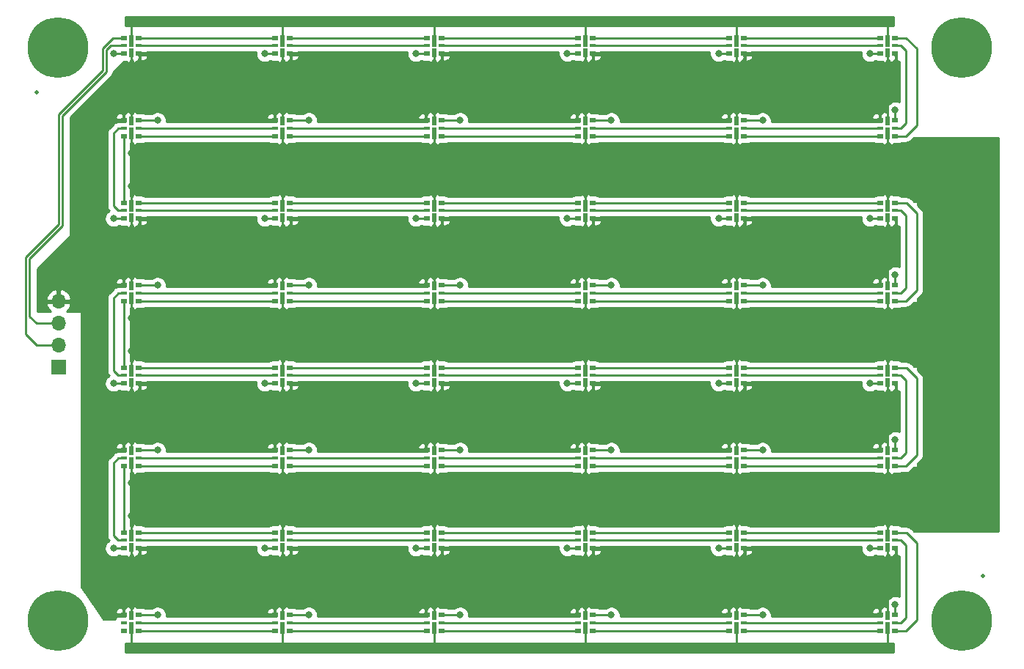
<source format=gbr>
G04 #@! TF.GenerationSoftware,KiCad,Pcbnew,(5.1.5)-3*
G04 #@! TF.CreationDate,2020-04-26T19:13:21-05:00*
G04 #@! TF.ProjectId,LED_Board_s_,4c45445f-426f-4617-9264-5f735f2e6b69,rev?*
G04 #@! TF.SameCoordinates,Original*
G04 #@! TF.FileFunction,Copper,L1,Top*
G04 #@! TF.FilePolarity,Positive*
%FSLAX46Y46*%
G04 Gerber Fmt 4.6, Leading zero omitted, Abs format (unit mm)*
G04 Created by KiCad (PCBNEW (5.1.5)-3) date 2020-04-26 19:13:21*
%MOMM*%
%LPD*%
G04 APERTURE LIST*
%ADD10C,0.500000*%
%ADD11O,1.700000X1.700000*%
%ADD12R,1.700000X1.700000*%
%ADD13C,7.000000*%
%ADD14C,0.800000*%
%ADD15R,0.500000X1.480000*%
%ADD16R,0.500000X1.000000*%
%ADD17R,0.800000X0.500000*%
%ADD18R,0.800000X0.300000*%
%ADD19C,0.250000*%
%ADD20C,0.254000*%
G04 APERTURE END LIST*
D10*
X167640000Y-109220000D03*
X58420000Y-53340000D03*
D11*
X60960000Y-77470000D03*
X60960000Y-80010000D03*
X60960000Y-82550000D03*
D12*
X60960000Y-85090000D03*
D13*
X165180000Y-114380000D03*
X165179999Y-48180001D03*
X60880000Y-48180000D03*
D14*
X63505000Y-48180000D03*
X62736155Y-50036155D03*
X60880000Y-50805000D03*
X59023845Y-50036155D03*
X58255000Y-48180000D03*
X59023845Y-46323845D03*
X60880000Y-45555000D03*
X62736155Y-46323845D03*
D13*
X60880001Y-114379999D03*
D15*
X69380000Y-115207500D03*
D16*
X69380000Y-113787500D03*
D17*
X70230000Y-113717500D03*
X70230000Y-115517500D03*
D18*
X70230000Y-114617500D03*
D17*
X68530000Y-115517500D03*
D18*
X68530000Y-114617500D03*
D17*
X68530000Y-113717500D03*
D15*
X86840000Y-115207500D03*
D16*
X86840000Y-113787500D03*
D17*
X87690000Y-113717500D03*
X87690000Y-115517500D03*
D18*
X87690000Y-114617500D03*
D17*
X85990000Y-115517500D03*
D18*
X85990000Y-114617500D03*
D17*
X85990000Y-113717500D03*
D15*
X104300000Y-115207500D03*
D16*
X104300000Y-113787500D03*
D17*
X105150000Y-113717500D03*
X105150000Y-115517500D03*
D18*
X105150000Y-114617500D03*
D17*
X103450000Y-115517500D03*
D18*
X103450000Y-114617500D03*
D17*
X103450000Y-113717500D03*
D15*
X121760000Y-115207500D03*
D16*
X121760000Y-113787500D03*
D17*
X122610000Y-113717500D03*
X122610000Y-115517500D03*
D18*
X122610000Y-114617500D03*
D17*
X120910000Y-115517500D03*
D18*
X120910000Y-114617500D03*
D17*
X120910000Y-113717500D03*
D15*
X139220000Y-115207500D03*
D16*
X139220000Y-113787500D03*
D17*
X140070000Y-113717500D03*
X140070000Y-115517500D03*
D18*
X140070000Y-114617500D03*
D17*
X138370000Y-115517500D03*
D18*
X138370000Y-114617500D03*
D17*
X138370000Y-113717500D03*
D15*
X156680000Y-115207500D03*
D16*
X156680000Y-113787500D03*
D17*
X157530000Y-113717500D03*
X157530000Y-115517500D03*
D18*
X157530000Y-114617500D03*
D17*
X155830000Y-115517500D03*
D18*
X155830000Y-114617500D03*
D17*
X155830000Y-113717500D03*
D15*
X156680000Y-104502500D03*
D16*
X156680000Y-105922500D03*
D17*
X155830000Y-105992500D03*
X155830000Y-104192500D03*
D18*
X155830000Y-105092500D03*
D17*
X157530000Y-104192500D03*
D18*
X157530000Y-105092500D03*
D17*
X157530000Y-105992500D03*
D15*
X139220000Y-104502500D03*
D16*
X139220000Y-105922500D03*
D17*
X138370000Y-105992500D03*
X138370000Y-104192500D03*
D18*
X138370000Y-105092500D03*
D17*
X140070000Y-104192500D03*
D18*
X140070000Y-105092500D03*
D17*
X140070000Y-105992500D03*
D15*
X121760000Y-104502500D03*
D16*
X121760000Y-105922500D03*
D17*
X120910000Y-105992500D03*
X120910000Y-104192500D03*
D18*
X120910000Y-105092500D03*
D17*
X122610000Y-104192500D03*
D18*
X122610000Y-105092500D03*
D17*
X122610000Y-105992500D03*
D15*
X104300000Y-104502500D03*
D16*
X104300000Y-105922500D03*
D17*
X103450000Y-105992500D03*
X103450000Y-104192500D03*
D18*
X103450000Y-105092500D03*
D17*
X105150000Y-104192500D03*
D18*
X105150000Y-105092500D03*
D17*
X105150000Y-105992500D03*
D15*
X86840000Y-104502500D03*
D16*
X86840000Y-105922500D03*
D17*
X85990000Y-105992500D03*
X85990000Y-104192500D03*
D18*
X85990000Y-105092500D03*
D17*
X87690000Y-104192500D03*
D18*
X87690000Y-105092500D03*
D17*
X87690000Y-105992500D03*
D15*
X69380000Y-104502500D03*
D16*
X69380000Y-105922500D03*
D17*
X68530000Y-105992500D03*
X68530000Y-104192500D03*
D18*
X68530000Y-105092500D03*
D17*
X70230000Y-104192500D03*
D18*
X70230000Y-105092500D03*
D17*
X70230000Y-105992500D03*
D15*
X69380000Y-96157500D03*
D16*
X69380000Y-94737500D03*
D17*
X70230000Y-94667500D03*
X70230000Y-96467500D03*
D18*
X70230000Y-95567500D03*
D17*
X68530000Y-96467500D03*
D18*
X68530000Y-95567500D03*
D17*
X68530000Y-94667500D03*
D15*
X86840000Y-96157500D03*
D16*
X86840000Y-94737500D03*
D17*
X87690000Y-94667500D03*
X87690000Y-96467500D03*
D18*
X87690000Y-95567500D03*
D17*
X85990000Y-96467500D03*
D18*
X85990000Y-95567500D03*
D17*
X85990000Y-94667500D03*
D15*
X104300000Y-96157500D03*
D16*
X104300000Y-94737500D03*
D17*
X105150000Y-94667500D03*
X105150000Y-96467500D03*
D18*
X105150000Y-95567500D03*
D17*
X103450000Y-96467500D03*
D18*
X103450000Y-95567500D03*
D17*
X103450000Y-94667500D03*
D15*
X121760000Y-96157500D03*
D16*
X121760000Y-94737500D03*
D17*
X122610000Y-94667500D03*
X122610000Y-96467500D03*
D18*
X122610000Y-95567500D03*
D17*
X120910000Y-96467500D03*
D18*
X120910000Y-95567500D03*
D17*
X120910000Y-94667500D03*
D15*
X139220000Y-96157500D03*
D16*
X139220000Y-94737500D03*
D17*
X140070000Y-94667500D03*
X140070000Y-96467500D03*
D18*
X140070000Y-95567500D03*
D17*
X138370000Y-96467500D03*
D18*
X138370000Y-95567500D03*
D17*
X138370000Y-94667500D03*
D15*
X156680000Y-96157500D03*
D16*
X156680000Y-94737500D03*
D17*
X157530000Y-94667500D03*
X157530000Y-96467500D03*
D18*
X157530000Y-95567500D03*
D17*
X155830000Y-96467500D03*
D18*
X155830000Y-95567500D03*
D17*
X155830000Y-94667500D03*
D15*
X156680000Y-85452500D03*
D16*
X156680000Y-86872500D03*
D17*
X155830000Y-86942500D03*
X155830000Y-85142500D03*
D18*
X155830000Y-86042500D03*
D17*
X157530000Y-85142500D03*
D18*
X157530000Y-86042500D03*
D17*
X157530000Y-86942500D03*
D15*
X139220000Y-85452500D03*
D16*
X139220000Y-86872500D03*
D17*
X138370000Y-86942500D03*
X138370000Y-85142500D03*
D18*
X138370000Y-86042500D03*
D17*
X140070000Y-85142500D03*
D18*
X140070000Y-86042500D03*
D17*
X140070000Y-86942500D03*
D15*
X121760000Y-85452500D03*
D16*
X121760000Y-86872500D03*
D17*
X120910000Y-86942500D03*
X120910000Y-85142500D03*
D18*
X120910000Y-86042500D03*
D17*
X122610000Y-85142500D03*
D18*
X122610000Y-86042500D03*
D17*
X122610000Y-86942500D03*
D15*
X104300000Y-85452500D03*
D16*
X104300000Y-86872500D03*
D17*
X103450000Y-86942500D03*
X103450000Y-85142500D03*
D18*
X103450000Y-86042500D03*
D17*
X105150000Y-85142500D03*
D18*
X105150000Y-86042500D03*
D17*
X105150000Y-86942500D03*
D15*
X86840000Y-85452500D03*
D16*
X86840000Y-86872500D03*
D17*
X85990000Y-86942500D03*
X85990000Y-85142500D03*
D18*
X85990000Y-86042500D03*
D17*
X87690000Y-85142500D03*
D18*
X87690000Y-86042500D03*
D17*
X87690000Y-86942500D03*
D15*
X69380000Y-85452500D03*
D16*
X69380000Y-86872500D03*
D17*
X68530000Y-86942500D03*
X68530000Y-85142500D03*
D18*
X68530000Y-86042500D03*
D17*
X70230000Y-85142500D03*
D18*
X70230000Y-86042500D03*
D17*
X70230000Y-86942500D03*
D15*
X69380000Y-77107500D03*
D16*
X69380000Y-75687500D03*
D17*
X70230000Y-75617500D03*
X70230000Y-77417500D03*
D18*
X70230000Y-76517500D03*
D17*
X68530000Y-77417500D03*
D18*
X68530000Y-76517500D03*
D17*
X68530000Y-75617500D03*
D15*
X86840000Y-77107500D03*
D16*
X86840000Y-75687500D03*
D17*
X87690000Y-75617500D03*
X87690000Y-77417500D03*
D18*
X87690000Y-76517500D03*
D17*
X85990000Y-77417500D03*
D18*
X85990000Y-76517500D03*
D17*
X85990000Y-75617500D03*
D15*
X104300000Y-77107500D03*
D16*
X104300000Y-75687500D03*
D17*
X105150000Y-75617500D03*
X105150000Y-77417500D03*
D18*
X105150000Y-76517500D03*
D17*
X103450000Y-77417500D03*
D18*
X103450000Y-76517500D03*
D17*
X103450000Y-75617500D03*
D15*
X121760000Y-77107500D03*
D16*
X121760000Y-75687500D03*
D17*
X122610000Y-75617500D03*
X122610000Y-77417500D03*
D18*
X122610000Y-76517500D03*
D17*
X120910000Y-77417500D03*
D18*
X120910000Y-76517500D03*
D17*
X120910000Y-75617500D03*
D15*
X139220000Y-77107500D03*
D16*
X139220000Y-75687500D03*
D17*
X140070000Y-75617500D03*
X140070000Y-77417500D03*
D18*
X140070000Y-76517500D03*
D17*
X138370000Y-77417500D03*
D18*
X138370000Y-76517500D03*
D17*
X138370000Y-75617500D03*
D15*
X156680000Y-77107500D03*
D16*
X156680000Y-75687500D03*
D17*
X157530000Y-75617500D03*
X157530000Y-77417500D03*
D18*
X157530000Y-76517500D03*
D17*
X155830000Y-77417500D03*
D18*
X155830000Y-76517500D03*
D17*
X155830000Y-75617500D03*
D15*
X156680000Y-66402500D03*
D16*
X156680000Y-67822500D03*
D17*
X155830000Y-67892500D03*
X155830000Y-66092500D03*
D18*
X155830000Y-66992500D03*
D17*
X157530000Y-66092500D03*
D18*
X157530000Y-66992500D03*
D17*
X157530000Y-67892500D03*
D15*
X139220000Y-66402500D03*
D16*
X139220000Y-67822500D03*
D17*
X138370000Y-67892500D03*
X138370000Y-66092500D03*
D18*
X138370000Y-66992500D03*
D17*
X140070000Y-66092500D03*
D18*
X140070000Y-66992500D03*
D17*
X140070000Y-67892500D03*
D15*
X121760000Y-66402500D03*
D16*
X121760000Y-67822500D03*
D17*
X120910000Y-67892500D03*
X120910000Y-66092500D03*
D18*
X120910000Y-66992500D03*
D17*
X122610000Y-66092500D03*
D18*
X122610000Y-66992500D03*
D17*
X122610000Y-67892500D03*
D15*
X104300000Y-66402500D03*
D16*
X104300000Y-67822500D03*
D17*
X103450000Y-67892500D03*
X103450000Y-66092500D03*
D18*
X103450000Y-66992500D03*
D17*
X105150000Y-66092500D03*
D18*
X105150000Y-66992500D03*
D17*
X105150000Y-67892500D03*
D15*
X86840000Y-66402500D03*
D16*
X86840000Y-67822500D03*
D17*
X85990000Y-67892500D03*
X85990000Y-66092500D03*
D18*
X85990000Y-66992500D03*
D17*
X87690000Y-66092500D03*
D18*
X87690000Y-66992500D03*
D17*
X87690000Y-67892500D03*
D15*
X69380000Y-66402500D03*
D16*
X69380000Y-67822500D03*
D17*
X68530000Y-67892500D03*
X68530000Y-66092500D03*
D18*
X68530000Y-66992500D03*
D17*
X70230000Y-66092500D03*
D18*
X70230000Y-66992500D03*
D17*
X70230000Y-67892500D03*
D15*
X69380000Y-58057500D03*
D16*
X69380000Y-56637500D03*
D17*
X70230000Y-56567500D03*
X70230000Y-58367500D03*
D18*
X70230000Y-57467500D03*
D17*
X68530000Y-58367500D03*
D18*
X68530000Y-57467500D03*
D17*
X68530000Y-56567500D03*
D15*
X86840000Y-58057500D03*
D16*
X86840000Y-56637500D03*
D17*
X87690000Y-56567500D03*
X87690000Y-58367500D03*
D18*
X87690000Y-57467500D03*
D17*
X85990000Y-58367500D03*
D18*
X85990000Y-57467500D03*
D17*
X85990000Y-56567500D03*
D15*
X104300000Y-58057500D03*
D16*
X104300000Y-56637500D03*
D17*
X105150000Y-56567500D03*
X105150000Y-58367500D03*
D18*
X105150000Y-57467500D03*
D17*
X103450000Y-58367500D03*
D18*
X103450000Y-57467500D03*
D17*
X103450000Y-56567500D03*
D15*
X121760000Y-58057500D03*
D16*
X121760000Y-56637500D03*
D17*
X122610000Y-56567500D03*
X122610000Y-58367500D03*
D18*
X122610000Y-57467500D03*
D17*
X120910000Y-58367500D03*
D18*
X120910000Y-57467500D03*
D17*
X120910000Y-56567500D03*
D15*
X139220000Y-58057500D03*
D16*
X139220000Y-56637500D03*
D17*
X140070000Y-56567500D03*
X140070000Y-58367500D03*
D18*
X140070000Y-57467500D03*
D17*
X138370000Y-58367500D03*
D18*
X138370000Y-57467500D03*
D17*
X138370000Y-56567500D03*
D15*
X156680000Y-58057500D03*
D16*
X156680000Y-56637500D03*
D17*
X157530000Y-56567500D03*
X157530000Y-58367500D03*
D18*
X157530000Y-57467500D03*
D17*
X155830000Y-58367500D03*
D18*
X155830000Y-57467500D03*
D17*
X155830000Y-56567500D03*
D15*
X156680000Y-47352500D03*
D16*
X156680000Y-48772500D03*
D17*
X155830000Y-48842500D03*
X155830000Y-47042500D03*
D18*
X155830000Y-47942500D03*
D17*
X157530000Y-47042500D03*
D18*
X157530000Y-47942500D03*
D17*
X157530000Y-48842500D03*
D15*
X139220000Y-47352500D03*
D16*
X139220000Y-48772500D03*
D17*
X138370000Y-48842500D03*
X138370000Y-47042500D03*
D18*
X138370000Y-47942500D03*
D17*
X140070000Y-47042500D03*
D18*
X140070000Y-47942500D03*
D17*
X140070000Y-48842500D03*
D15*
X121760000Y-47352500D03*
D16*
X121760000Y-48772500D03*
D17*
X120910000Y-48842500D03*
X120910000Y-47042500D03*
D18*
X120910000Y-47942500D03*
D17*
X122610000Y-47042500D03*
D18*
X122610000Y-47942500D03*
D17*
X122610000Y-48842500D03*
D15*
X104300000Y-47352500D03*
D16*
X104300000Y-48772500D03*
D17*
X103450000Y-48842500D03*
X103450000Y-47042500D03*
D18*
X103450000Y-47942500D03*
D17*
X105150000Y-47042500D03*
D18*
X105150000Y-47942500D03*
D17*
X105150000Y-48842500D03*
D15*
X86840000Y-47352500D03*
D16*
X86840000Y-48772500D03*
D17*
X85990000Y-48842500D03*
X85990000Y-47042500D03*
D18*
X85990000Y-47942500D03*
D17*
X87690000Y-47042500D03*
D18*
X87690000Y-47942500D03*
D17*
X87690000Y-48842500D03*
D15*
X69380000Y-47352500D03*
D16*
X69380000Y-48772500D03*
D17*
X68530000Y-48842500D03*
X68530000Y-47042500D03*
D18*
X68530000Y-47942500D03*
D17*
X70230000Y-47042500D03*
D18*
X70230000Y-47942500D03*
D17*
X70230000Y-48842500D03*
D14*
X69380000Y-45095000D03*
X75200000Y-45095000D03*
X81020000Y-45095000D03*
X86840000Y-45095000D03*
X92660000Y-45095000D03*
X98480000Y-45095000D03*
X104300000Y-45095000D03*
X110120000Y-45095000D03*
X115940000Y-45095000D03*
X121760000Y-45095000D03*
X127580000Y-45095000D03*
X133400000Y-45095000D03*
X139220000Y-45095000D03*
X145040000Y-45095000D03*
X150860000Y-45095000D03*
X156680000Y-45095000D03*
X67310000Y-48843000D03*
X84770000Y-48843000D03*
X102230000Y-48843000D03*
X119690000Y-48843000D03*
X137150000Y-48843000D03*
X154610000Y-48843000D03*
X67310000Y-67893000D03*
X84770000Y-67893000D03*
X102230000Y-67893000D03*
X119690000Y-67893000D03*
X137150000Y-67893000D03*
X154610000Y-67893000D03*
X67310000Y-86943000D03*
X84770000Y-86943000D03*
X102230000Y-86943000D03*
X119690000Y-86943000D03*
X137150000Y-86943000D03*
X154610000Y-86943000D03*
X67310000Y-105993000D03*
X84770000Y-105993000D03*
X102230000Y-105993000D03*
X119690000Y-105993000D03*
X137150000Y-105993000D03*
X154610000Y-105993000D03*
X110120000Y-117485000D03*
X145040000Y-117485000D03*
X150860000Y-117485000D03*
X156680000Y-117485000D03*
X75200000Y-117485000D03*
X92660000Y-117485000D03*
X86840000Y-117485000D03*
X98480000Y-117485000D03*
X133400000Y-117485000D03*
X104300000Y-117485000D03*
X81020000Y-117485000D03*
X115940000Y-117485000D03*
X121760000Y-117485000D03*
X127580000Y-117485000D03*
X139220000Y-117485000D03*
X69380000Y-117485000D03*
X72390000Y-56568000D03*
X89850000Y-56568000D03*
X107310000Y-56568000D03*
X124770000Y-56568000D03*
X142230000Y-56568000D03*
X72390000Y-75618000D03*
X89850000Y-75618000D03*
X107310000Y-75618000D03*
X124770000Y-75618000D03*
X142230000Y-75618000D03*
X72390000Y-94668000D03*
X89850000Y-94668000D03*
X107310000Y-94668000D03*
X124770000Y-94668000D03*
X142230000Y-94668000D03*
X72390000Y-113718000D03*
X89850000Y-113718000D03*
X107310000Y-113718000D03*
X124770000Y-113718000D03*
X142230000Y-113718000D03*
X157530000Y-112510000D03*
X157530000Y-93460000D03*
X157530000Y-74410000D03*
X157530000Y-55360000D03*
X110120000Y-64145000D03*
X110120000Y-83195000D03*
X110120000Y-102245000D03*
X145040000Y-64145000D03*
X145040000Y-83195000D03*
X145040000Y-102245000D03*
X150860000Y-64145000D03*
X150860000Y-83195000D03*
X150860000Y-102245000D03*
X156680000Y-64145000D03*
X156680000Y-83195000D03*
X156680000Y-102245000D03*
X75200000Y-64145000D03*
X75200000Y-83195000D03*
X75200000Y-102245000D03*
X92660000Y-64145000D03*
X92660000Y-83195000D03*
X92660000Y-102245000D03*
X86840000Y-64145000D03*
X86840000Y-83195000D03*
X86840000Y-102245000D03*
X98480000Y-64145000D03*
X98480000Y-83195000D03*
X98480000Y-102245000D03*
X133400000Y-64145000D03*
X133400000Y-83195000D03*
X133400000Y-102245000D03*
X104300000Y-64145000D03*
X104300000Y-83195000D03*
X104300000Y-102245000D03*
X81020000Y-64145000D03*
X81020000Y-83195000D03*
X81020000Y-102245000D03*
X115940000Y-64145000D03*
X115940000Y-83195000D03*
X115940000Y-102245000D03*
X121760000Y-64145000D03*
X121760000Y-83195000D03*
X121760000Y-102245000D03*
X127580000Y-64145000D03*
X127580000Y-83195000D03*
X127580000Y-102245000D03*
X139220000Y-64145000D03*
X139220000Y-83195000D03*
X139220000Y-102245000D03*
X69380000Y-64145000D03*
X69380000Y-83195000D03*
X69380000Y-102245000D03*
X127580000Y-98435000D03*
X127580000Y-79385000D03*
X127580000Y-60335000D03*
X139220000Y-98435000D03*
X139220000Y-79385000D03*
X139220000Y-60335000D03*
X69380000Y-98435000D03*
X69380000Y-79385000D03*
X69380000Y-60335000D03*
X104300000Y-98435000D03*
X104300000Y-79385000D03*
X104300000Y-60335000D03*
X81020000Y-98435000D03*
X81020000Y-79385000D03*
X81020000Y-60335000D03*
X121760000Y-98435000D03*
X121760000Y-79385000D03*
X121760000Y-60335000D03*
X133400000Y-98435000D03*
X133400000Y-79385000D03*
X133400000Y-60335000D03*
X115940000Y-98435000D03*
X115940000Y-79385000D03*
X115940000Y-60335000D03*
X145040000Y-98435000D03*
X145040000Y-79385000D03*
X145040000Y-60335000D03*
X150860000Y-98435000D03*
X150860000Y-79385000D03*
X150860000Y-60335000D03*
X156680000Y-98435000D03*
X156680000Y-79385000D03*
X156680000Y-60335000D03*
X75200000Y-98435000D03*
X75200000Y-79385000D03*
X75200000Y-60335000D03*
X92660000Y-98435000D03*
X92660000Y-79385000D03*
X92660000Y-60335000D03*
X86840000Y-98435000D03*
X86840000Y-79385000D03*
X86840000Y-60335000D03*
X98480000Y-98435000D03*
X98480000Y-79385000D03*
X98480000Y-60335000D03*
X110120000Y-98435000D03*
X110120000Y-79385000D03*
X110120000Y-60335000D03*
X162500000Y-60335000D03*
X168320000Y-60335000D03*
X162500000Y-79385000D03*
X168320000Y-79385000D03*
X162500000Y-98435000D03*
X168320000Y-98435000D03*
X162500000Y-102245000D03*
X168320000Y-102245000D03*
X162500000Y-64145000D03*
X168320000Y-64145000D03*
X162500000Y-83195000D03*
X168320000Y-83195000D03*
X162500000Y-87005000D03*
X162500000Y-90815000D03*
X162500000Y-94625000D03*
X168320000Y-87005000D03*
X168320000Y-90815000D03*
X168320000Y-94625000D03*
X162500000Y-67955000D03*
X162500000Y-71765000D03*
X162500000Y-75575000D03*
X168320000Y-67955000D03*
X168320000Y-71765000D03*
X168320000Y-75575000D03*
D19*
X69380000Y-47352500D02*
X69380000Y-45095000D01*
X86840000Y-45095000D02*
X86840000Y-47352500D01*
X104300000Y-46865001D02*
X104175001Y-46990000D01*
X104300000Y-45095000D02*
X104300000Y-46865001D01*
X121760000Y-47352500D02*
X121760000Y-45095000D01*
X139220000Y-45095000D02*
X139220000Y-47352500D01*
X156680000Y-45095000D02*
X156680000Y-47352500D01*
X68529500Y-105993000D02*
X68530000Y-105992500D01*
X67310000Y-105993000D02*
X68529500Y-105993000D01*
X67310500Y-86942500D02*
X67310000Y-86943000D01*
X68530000Y-86942500D02*
X67310500Y-86942500D01*
X85989500Y-105993000D02*
X85990000Y-105992500D01*
X84770000Y-105993000D02*
X85989500Y-105993000D01*
X103449500Y-105993000D02*
X103450000Y-105992500D01*
X102230000Y-105993000D02*
X103449500Y-105993000D01*
X120909500Y-105993000D02*
X120910000Y-105992500D01*
X119690000Y-105993000D02*
X120909500Y-105993000D01*
X138369500Y-105993000D02*
X138370000Y-105992500D01*
X137150000Y-105993000D02*
X138369500Y-105993000D01*
X155829500Y-105993000D02*
X155830000Y-105992500D01*
X154610000Y-105993000D02*
X155829500Y-105993000D01*
X154610500Y-86942500D02*
X154610000Y-86943000D01*
X155830000Y-86942500D02*
X154610500Y-86942500D01*
X137150500Y-86942500D02*
X137150000Y-86943000D01*
X138370000Y-86942500D02*
X137150500Y-86942500D01*
X119690500Y-86942500D02*
X119690000Y-86943000D01*
X120910000Y-86942500D02*
X119690500Y-86942500D01*
X102230500Y-86942500D02*
X102230000Y-86943000D01*
X103450000Y-86942500D02*
X102230500Y-86942500D01*
X84770500Y-86942500D02*
X84770000Y-86943000D01*
X85990000Y-86942500D02*
X84770500Y-86942500D01*
X67310500Y-67892500D02*
X67310000Y-67893000D01*
X68530000Y-67892500D02*
X67310500Y-67892500D01*
X85989500Y-67893000D02*
X85990000Y-67892500D01*
X84770000Y-67893000D02*
X85989500Y-67893000D01*
X103449500Y-67893000D02*
X103450000Y-67892500D01*
X102230000Y-67893000D02*
X103449500Y-67893000D01*
X120909500Y-67893000D02*
X120910000Y-67892500D01*
X119690000Y-67893000D02*
X120909500Y-67893000D01*
X138369500Y-67893000D02*
X138370000Y-67892500D01*
X137150000Y-67893000D02*
X138369500Y-67893000D01*
X155829500Y-67893000D02*
X155830000Y-67892500D01*
X154610000Y-67893000D02*
X155829500Y-67893000D01*
X154610500Y-48842500D02*
X154610000Y-48843000D01*
X155830000Y-48842500D02*
X154610500Y-48842500D01*
X138369500Y-48843000D02*
X138370000Y-48842500D01*
X137150000Y-48843000D02*
X138369500Y-48843000D01*
X119690500Y-48842500D02*
X119690000Y-48843000D01*
X120910000Y-48842500D02*
X119690500Y-48842500D01*
X102230500Y-48842500D02*
X102230000Y-48843000D01*
X103450000Y-48842500D02*
X102230500Y-48842500D01*
X85989500Y-48843000D02*
X85990000Y-48842500D01*
X84770000Y-48843000D02*
X85989500Y-48843000D01*
X67310500Y-48842500D02*
X67310000Y-48843000D01*
X68530000Y-48842500D02*
X67310500Y-48842500D01*
X69380000Y-115207500D02*
X69380000Y-117485000D01*
X86840000Y-115207500D02*
X86840000Y-117485000D01*
X104300000Y-115207500D02*
X104300000Y-117485000D01*
X121760000Y-115207500D02*
X121760000Y-117485000D01*
X139220000Y-115207500D02*
X139220000Y-117485000D01*
X156680000Y-115207500D02*
X156680000Y-117485000D01*
X72389500Y-56567500D02*
X72390000Y-56568000D01*
X70230000Y-56567500D02*
X72389500Y-56567500D01*
X89849500Y-56567500D02*
X89850000Y-56568000D01*
X87690000Y-56567500D02*
X89849500Y-56567500D01*
X107309500Y-56567500D02*
X107310000Y-56568000D01*
X105150000Y-56567500D02*
X107309500Y-56567500D01*
X124769500Y-56567500D02*
X124770000Y-56568000D01*
X122610000Y-56567500D02*
X124769500Y-56567500D01*
X142229500Y-56567500D02*
X142230000Y-56568000D01*
X140070000Y-56567500D02*
X142229500Y-56567500D01*
X140070500Y-75618000D02*
X140070000Y-75617500D01*
X142230000Y-75618000D02*
X140070500Y-75618000D01*
X122610500Y-75618000D02*
X122610000Y-75617500D01*
X124770000Y-75618000D02*
X122610500Y-75618000D01*
X105150500Y-75618000D02*
X105150000Y-75617500D01*
X107310000Y-75618000D02*
X105150500Y-75618000D01*
X87690500Y-75618000D02*
X87690000Y-75617500D01*
X89850000Y-75618000D02*
X87690500Y-75618000D01*
X70230500Y-75618000D02*
X70230000Y-75617500D01*
X72390000Y-75618000D02*
X70230500Y-75618000D01*
X70230500Y-94668000D02*
X70230000Y-94667500D01*
X72390000Y-94668000D02*
X70230500Y-94668000D01*
X87690500Y-94668000D02*
X87690000Y-94667500D01*
X89850000Y-94668000D02*
X87690500Y-94668000D01*
X105150500Y-94668000D02*
X105150000Y-94667500D01*
X107310000Y-94668000D02*
X105150500Y-94668000D01*
X122610500Y-94668000D02*
X122610000Y-94667500D01*
X124770000Y-94668000D02*
X122610500Y-94668000D01*
X140070500Y-94668000D02*
X140070000Y-94667500D01*
X142230000Y-94668000D02*
X140070500Y-94668000D01*
X140070500Y-113718000D02*
X140070000Y-113717500D01*
X142230000Y-113718000D02*
X140070500Y-113718000D01*
X122610500Y-113718000D02*
X122610000Y-113717500D01*
X124770000Y-113718000D02*
X122610500Y-113718000D01*
X105150500Y-113718000D02*
X105150000Y-113717500D01*
X107310000Y-113718000D02*
X105150500Y-113718000D01*
X87690500Y-113718000D02*
X87690000Y-113717500D01*
X89850000Y-113718000D02*
X87690500Y-113718000D01*
X70230500Y-113718000D02*
X70230000Y-113717500D01*
X72390000Y-113718000D02*
X70230500Y-113718000D01*
X157530000Y-112510000D02*
X157530000Y-113717500D01*
X157530000Y-94667500D02*
X157530000Y-93460000D01*
X157530000Y-75617500D02*
X157530000Y-74410000D01*
X157530000Y-55360000D02*
X157530000Y-56567500D01*
X69380000Y-66402500D02*
X69380000Y-64145000D01*
X86840000Y-64145000D02*
X86840000Y-66402500D01*
X104300000Y-64145000D02*
X104300000Y-66402500D01*
X121760000Y-64145000D02*
X121760000Y-66402500D01*
X139220000Y-64145000D02*
X139220000Y-66402500D01*
X156680000Y-64145000D02*
X156680000Y-66402500D01*
X156680000Y-83195000D02*
X156680000Y-85452500D01*
X69380000Y-85452500D02*
X69380000Y-83195000D01*
X86840000Y-83195000D02*
X86840000Y-85452500D01*
X104300000Y-83195000D02*
X104300000Y-85452500D01*
X121760000Y-83195000D02*
X121760000Y-85452500D01*
X139220000Y-83195000D02*
X139220000Y-85452500D01*
X156680000Y-102245000D02*
X156680000Y-104502500D01*
X139220000Y-104502500D02*
X139220000Y-102245000D01*
X121760000Y-102245000D02*
X121760000Y-104502500D01*
X104300000Y-102245000D02*
X104300000Y-104502500D01*
X86840000Y-103807498D02*
X86840000Y-102245000D01*
X86840000Y-104015001D02*
X86840000Y-103807498D01*
X69380000Y-102245000D02*
X69380000Y-104502500D01*
X69380000Y-58057500D02*
X69380000Y-60335000D01*
X86840000Y-60335000D02*
X86840000Y-58057500D01*
X121760000Y-58057500D02*
X121760000Y-60335000D01*
X139220000Y-58057500D02*
X139220000Y-60335000D01*
X104300000Y-58057500D02*
X104300000Y-60335000D01*
X156680000Y-60335000D02*
X156680000Y-58057500D01*
X156680000Y-77107500D02*
X156680000Y-79385000D01*
X139220000Y-77107500D02*
X139220000Y-79385000D01*
X121760000Y-77107500D02*
X121760000Y-79850000D01*
X104300000Y-77107500D02*
X104300000Y-79385000D01*
X69380000Y-77107500D02*
X69380000Y-79385000D01*
X86840000Y-77107500D02*
X86840000Y-79385000D01*
X69380000Y-96157500D02*
X69380000Y-98435000D01*
X86840000Y-96157500D02*
X86840000Y-98435000D01*
X104300000Y-98435000D02*
X104300000Y-96644999D01*
X121760000Y-96157500D02*
X121760000Y-98435000D01*
X139220000Y-98435000D02*
X139220000Y-96157500D01*
X156680000Y-98435000D02*
X156680000Y-96644999D01*
X156680000Y-96644999D02*
X156555001Y-96520000D01*
X69380000Y-48772500D02*
X69380000Y-49522500D01*
X69387500Y-49530000D02*
X69380000Y-49522500D01*
X86840000Y-49522500D02*
X86832500Y-49530000D01*
X86840000Y-48772500D02*
X86840000Y-49522500D01*
X104300000Y-48772500D02*
X104300000Y-50640000D01*
X121760000Y-48772500D02*
X121760000Y-54450000D01*
X139220000Y-48772500D02*
X139220000Y-51590000D01*
X156680000Y-48772500D02*
X156680000Y-52870000D01*
X69380000Y-56637500D02*
X69380000Y-52540000D01*
X86840000Y-55887500D02*
X86840000Y-48772500D01*
X86840000Y-56637500D02*
X86840000Y-55887500D01*
X104300000Y-55887500D02*
X104300000Y-48772500D01*
X104300000Y-56637500D02*
X104300000Y-55887500D01*
X121760000Y-55887500D02*
X121760000Y-48772500D01*
X121760000Y-56637500D02*
X121760000Y-55887500D01*
X139220000Y-56637500D02*
X139220000Y-48772500D01*
X156680000Y-55887500D02*
X156680000Y-48772500D01*
X156680000Y-56637500D02*
X156680000Y-55887500D01*
X69380000Y-68572500D02*
X69380000Y-75687500D01*
X69380000Y-67822500D02*
X69380000Y-68572500D01*
X86840000Y-68572500D02*
X86840000Y-75687500D01*
X86840000Y-67822500D02*
X86840000Y-68572500D01*
X104300000Y-68572500D02*
X104300000Y-75687500D01*
X104300000Y-67822500D02*
X104300000Y-68572500D01*
X121760000Y-75417500D02*
X121760000Y-75687500D01*
X121760000Y-67822500D02*
X121760000Y-75417500D01*
X139220000Y-67822500D02*
X139220000Y-75687500D01*
X156680000Y-67822500D02*
X156680000Y-75687500D01*
X156680000Y-93987500D02*
X156680000Y-86872500D01*
X156680000Y-94737500D02*
X156680000Y-93987500D01*
X139220000Y-87622500D02*
X139220000Y-94737500D01*
X139220000Y-86872500D02*
X139220000Y-87622500D01*
X121760000Y-95090000D02*
X121760000Y-86872500D01*
X121760000Y-94737500D02*
X121760000Y-95090000D01*
X104300000Y-93987500D02*
X104300000Y-86872500D01*
X104300000Y-94737500D02*
X104300000Y-93987500D01*
X86840000Y-93092499D02*
X86840000Y-94737500D01*
X86840000Y-86872500D02*
X86840000Y-93092499D01*
X69380000Y-87622500D02*
X68580000Y-88422500D01*
X69380000Y-86872500D02*
X69380000Y-87622500D01*
X69380000Y-89222500D02*
X69380000Y-94737500D01*
X68580000Y-88422500D02*
X69380000Y-89222500D01*
X69380000Y-105922500D02*
X69380000Y-113787500D01*
X86840000Y-113787500D02*
X86840000Y-105922500D01*
X104300000Y-112142499D02*
X104300000Y-113787500D01*
X104300000Y-105922500D02*
X104300000Y-112142499D01*
X121760000Y-113787500D02*
X121760000Y-105922500D01*
X139220000Y-106672500D02*
X139220000Y-113787500D01*
X139220000Y-105922500D02*
X139220000Y-106672500D01*
X156680000Y-113037500D02*
X156680000Y-105922500D01*
X156680000Y-113787500D02*
X156680000Y-113037500D01*
X58420000Y-71120000D02*
X57150000Y-72390000D01*
X67257500Y-47042500D02*
X66040000Y-48260000D01*
X66040000Y-50800000D02*
X63500000Y-53340000D01*
X68530000Y-47042500D02*
X67257500Y-47042500D01*
X57150000Y-72390000D02*
X57150000Y-78740000D01*
X66040000Y-48260000D02*
X66040000Y-50800000D01*
X63500000Y-53340000D02*
X60960000Y-55880000D01*
X60960000Y-55880000D02*
X60960000Y-68580000D01*
X60960000Y-68580000D02*
X58420000Y-71120000D01*
X60960000Y-82550000D02*
X58420000Y-82550000D01*
X58420000Y-82550000D02*
X57150000Y-81280000D01*
X57150000Y-81280000D02*
X57150000Y-78740000D01*
X57600010Y-74479990D02*
X57600010Y-79190010D01*
X57600010Y-79190010D02*
X58420000Y-80010000D01*
X58420000Y-80010000D02*
X60960000Y-80010000D01*
X68530000Y-47942500D02*
X67880000Y-47942500D01*
X61410010Y-56699990D02*
X61410010Y-68766400D01*
X61410010Y-68766400D02*
X57600010Y-72576400D01*
X57600010Y-72576400D02*
X57600010Y-74930000D01*
X67880000Y-47942500D02*
X66993910Y-47942500D01*
X66993910Y-47942500D02*
X66490010Y-48446400D01*
X61410010Y-56699990D02*
X61410010Y-56066400D01*
X61410010Y-56066400D02*
X66490010Y-50986400D01*
X66490010Y-50986400D02*
X66490010Y-48446400D01*
X70230000Y-47042500D02*
X85990000Y-47042500D01*
X70880000Y-47942500D02*
X85990000Y-47942500D01*
X70230000Y-47942500D02*
X70880000Y-47942500D01*
X87690000Y-47042500D02*
X103450000Y-47042500D01*
X103450000Y-47942500D02*
X87690000Y-47942500D01*
X105150000Y-47042500D02*
X120910000Y-47042500D01*
X120910000Y-47942500D02*
X105150000Y-47942500D01*
X122610000Y-47042500D02*
X138370000Y-47042500D01*
X138370000Y-47942500D02*
X122610000Y-47942500D01*
X140070000Y-47042500D02*
X155830000Y-47042500D01*
X140720000Y-47942500D02*
X155830000Y-47942500D01*
X140070000Y-47942500D02*
X140720000Y-47942500D01*
X157530000Y-58367500D02*
X158180000Y-58367500D01*
X158802500Y-58367500D02*
X157530000Y-58367500D01*
X160020000Y-57150000D02*
X158802500Y-58367500D01*
X160020000Y-48260000D02*
X160020000Y-57150000D01*
X157530000Y-47042500D02*
X158802500Y-47042500D01*
X158802500Y-47042500D02*
X160020000Y-48260000D01*
X158180000Y-57467500D02*
X158750000Y-56897500D01*
X157530000Y-57467500D02*
X158180000Y-57467500D01*
X158180000Y-47942500D02*
X157530000Y-47942500D01*
X158750000Y-48512500D02*
X158180000Y-47942500D01*
X158750000Y-56897500D02*
X158750000Y-48512500D01*
X140070000Y-58367500D02*
X155830000Y-58367500D01*
X155830000Y-57467500D02*
X140070000Y-57467500D01*
X122610000Y-58367500D02*
X138370000Y-58367500D01*
X122610000Y-57467500D02*
X138112500Y-57467500D01*
X120910000Y-58367500D02*
X105150000Y-58367500D01*
X105150000Y-57467500D02*
X120910000Y-57467500D01*
X103450000Y-58367500D02*
X87690000Y-58367500D01*
X101314998Y-57467500D02*
X103450000Y-57467500D01*
X87690000Y-57467500D02*
X101314998Y-57467500D01*
X85990000Y-58367500D02*
X70230000Y-58367500D01*
X70880000Y-57467500D02*
X85990000Y-57467500D01*
X70230000Y-57467500D02*
X70880000Y-57467500D01*
X68530000Y-58367500D02*
X68530000Y-66092500D01*
X67310000Y-66422500D02*
X67880000Y-66992500D01*
X67880000Y-66992500D02*
X68530000Y-66992500D01*
X67310000Y-58037500D02*
X67310000Y-66422500D01*
X68530000Y-57467500D02*
X67880000Y-57467500D01*
X67880000Y-57467500D02*
X67310000Y-58037500D01*
X70230000Y-66092500D02*
X85990000Y-66092500D01*
X70880000Y-66992500D02*
X85990000Y-66992500D01*
X70230000Y-66992500D02*
X70880000Y-66992500D01*
X103450000Y-66092500D02*
X87690000Y-66092500D01*
X87690000Y-66992500D02*
X103450000Y-66992500D01*
X120910000Y-66092500D02*
X105150000Y-66092500D01*
X105150000Y-66992500D02*
X120910000Y-66992500D01*
X138370000Y-66092500D02*
X122610000Y-66092500D01*
X122610000Y-66992500D02*
X138370000Y-66992500D01*
X155830000Y-66092500D02*
X140070000Y-66092500D01*
X140070000Y-66992500D02*
X155830000Y-66992500D01*
X157530000Y-66092500D02*
X157916410Y-66092500D01*
X157530000Y-66092500D02*
X158697500Y-66092500D01*
X158750000Y-66145000D02*
X158855000Y-66145000D01*
X158697500Y-66092500D02*
X158750000Y-66145000D01*
X158855000Y-66145000D02*
X160020000Y-67310000D01*
X160020000Y-67310000D02*
X160020000Y-76200000D01*
X158802500Y-77417500D02*
X157532500Y-77417500D01*
X160020000Y-76200000D02*
X158802500Y-77417500D01*
X158180000Y-66992500D02*
X158750000Y-67562500D01*
X157530000Y-66992500D02*
X158180000Y-66992500D01*
X158750000Y-75947500D02*
X158180000Y-76517500D01*
X158180000Y-76517500D02*
X157530000Y-76517500D01*
X158750000Y-67562500D02*
X158750000Y-75947500D01*
X140070000Y-77417500D02*
X155830000Y-77417500D01*
X155830000Y-76517500D02*
X140070000Y-76517500D01*
X138370000Y-77417500D02*
X122610000Y-77417500D01*
X122610000Y-76517500D02*
X138112500Y-76517500D01*
X120910000Y-77417500D02*
X105150000Y-77417500D01*
X105150000Y-76517500D02*
X120910000Y-76517500D01*
X87690000Y-77417500D02*
X103450000Y-77417500D01*
X87690000Y-76517500D02*
X103450000Y-76517500D01*
X85990000Y-77417500D02*
X70007501Y-77417500D01*
X70880000Y-76517500D02*
X85990000Y-76517500D01*
X70230000Y-76517500D02*
X70880000Y-76517500D01*
X68530000Y-77417500D02*
X68530000Y-85142500D01*
X67880000Y-86042500D02*
X67310000Y-85472500D01*
X68530000Y-86042500D02*
X67880000Y-86042500D01*
X67880000Y-76517500D02*
X68530000Y-76517500D01*
X67310000Y-77087500D02*
X67880000Y-76517500D01*
X67310000Y-85472500D02*
X67310000Y-77087500D01*
X85990000Y-85142500D02*
X70230000Y-85142500D01*
X70880000Y-86042500D02*
X85990000Y-86042500D01*
X70230000Y-86042500D02*
X70880000Y-86042500D01*
X103450000Y-85142500D02*
X87690000Y-85142500D01*
X87690000Y-86042500D02*
X103450000Y-86042500D01*
X120910000Y-85142500D02*
X105150000Y-85142500D01*
X120910000Y-86042500D02*
X105150000Y-86042500D01*
X138370000Y-85142500D02*
X122610000Y-85142500D01*
X122610000Y-86042500D02*
X138370000Y-86042500D01*
X155830000Y-85142500D02*
X139847501Y-85142500D01*
X155180000Y-86042500D02*
X140070000Y-86042500D01*
X155830000Y-86042500D02*
X155180000Y-86042500D01*
X157530000Y-85142500D02*
X158697500Y-85142500D01*
X158750000Y-85195000D02*
X158855000Y-85195000D01*
X158697500Y-85142500D02*
X158750000Y-85195000D01*
X158855000Y-85195000D02*
X160020000Y-86360000D01*
X160020000Y-86360000D02*
X160020000Y-95250000D01*
X160020000Y-95250000D02*
X158750000Y-96520000D01*
X158750000Y-96520000D02*
X157480000Y-96520000D01*
X158180000Y-95567500D02*
X157530000Y-95567500D01*
X158750000Y-94997500D02*
X158180000Y-95567500D01*
X158750000Y-86612500D02*
X158750000Y-94997500D01*
X158180000Y-86042500D02*
X158750000Y-86612500D01*
X157530000Y-86042500D02*
X158180000Y-86042500D01*
X140070000Y-96467500D02*
X155830000Y-96467500D01*
X155830000Y-95567500D02*
X140112501Y-95567500D01*
X138370000Y-96467500D02*
X122610000Y-96467500D01*
X122610000Y-95567500D02*
X138112500Y-95567500D01*
X120910000Y-96467500D02*
X105150000Y-96467500D01*
X105150000Y-95567500D02*
X120910000Y-95567500D01*
X87690000Y-96467500D02*
X103450000Y-96467500D01*
X103450000Y-95567500D02*
X87947500Y-95567500D01*
X85990000Y-96467500D02*
X70007501Y-96467500D01*
X85990000Y-95567500D02*
X85340000Y-95567500D01*
X70880000Y-95567500D02*
X85990000Y-95567500D01*
X70230000Y-95567500D02*
X70880000Y-95567500D01*
X68530000Y-96467500D02*
X68530000Y-104192500D01*
X67880000Y-105092500D02*
X67310000Y-104522500D01*
X68530000Y-105092500D02*
X67880000Y-105092500D01*
X67310000Y-96137500D02*
X67880000Y-95567500D01*
X67880000Y-95567500D02*
X68530000Y-95567500D01*
X67310000Y-104522500D02*
X67310000Y-96137500D01*
X70230000Y-104192500D02*
X85990000Y-104192500D01*
X85340000Y-105092500D02*
X70230000Y-105092500D01*
X85990000Y-105092500D02*
X85340000Y-105092500D01*
X87690000Y-104192500D02*
X103450000Y-104192500D01*
X103450000Y-105092500D02*
X87690000Y-105092500D01*
X105150000Y-104192500D02*
X120597500Y-104192500D01*
X120910000Y-105092500D02*
X105150000Y-105092500D01*
X122610000Y-104192500D02*
X138370000Y-104192500D01*
X138370000Y-105092500D02*
X122610000Y-105092500D01*
X155830000Y-104192500D02*
X140070000Y-104192500D01*
X140070000Y-105092500D02*
X155830000Y-105092500D01*
X160020000Y-114300000D02*
X158802500Y-115517500D01*
X158802500Y-115517500D02*
X157530000Y-115517500D01*
X158697500Y-104192500D02*
X158750000Y-104245000D01*
X157530000Y-104192500D02*
X158697500Y-104192500D01*
X158750000Y-104245000D02*
X158855000Y-104245000D01*
X158855000Y-104245000D02*
X160020000Y-105410000D01*
X160020000Y-105410000D02*
X160020000Y-114300000D01*
X158180000Y-105092500D02*
X158750000Y-105662500D01*
X157530000Y-105092500D02*
X158180000Y-105092500D01*
X158180000Y-114617500D02*
X157530000Y-114617500D01*
X158750000Y-114047500D02*
X158180000Y-114617500D01*
X158750000Y-105662500D02*
X158750000Y-114047500D01*
X155830000Y-115517500D02*
X140070000Y-115517500D01*
X140720000Y-114617500D02*
X155830000Y-114617500D01*
X140070000Y-114617500D02*
X140720000Y-114617500D01*
X138370000Y-115517500D02*
X122610000Y-115517500D01*
X122610000Y-114617500D02*
X138112500Y-114617500D01*
X120910000Y-115517500D02*
X105150000Y-115517500D01*
X105150000Y-114617500D02*
X120910000Y-114617500D01*
X103450000Y-115517500D02*
X87690000Y-115517500D01*
X87690000Y-114617500D02*
X103655000Y-114617500D01*
X85990000Y-115517500D02*
X70230000Y-115517500D01*
X70880000Y-114617500D02*
X85990000Y-114617500D01*
X70230000Y-114617500D02*
X70880000Y-114617500D01*
D20*
G36*
X83735000Y-48741061D02*
G01*
X83735000Y-48944939D01*
X83774774Y-49144898D01*
X83852795Y-49333256D01*
X83966063Y-49502774D01*
X84110226Y-49646937D01*
X84279744Y-49760205D01*
X84468102Y-49838226D01*
X84668061Y-49878000D01*
X84871939Y-49878000D01*
X85071898Y-49838226D01*
X85260256Y-49760205D01*
X85367468Y-49688569D01*
X85465518Y-49718312D01*
X85590000Y-49730572D01*
X86148568Y-49730572D01*
X86225272Y-49796055D01*
X86334421Y-49857150D01*
X86453391Y-49895777D01*
X86558250Y-49907500D01*
X86717000Y-49748750D01*
X86717000Y-49637733D01*
X86744494Y-49623037D01*
X86840744Y-49544047D01*
X86848906Y-49553555D01*
X86947328Y-49630749D01*
X86963000Y-49638685D01*
X86963000Y-49748750D01*
X87121750Y-49907500D01*
X87226609Y-49895777D01*
X87345579Y-49857150D01*
X87454728Y-49796055D01*
X87549860Y-49714840D01*
X87627320Y-49616626D01*
X87684131Y-49505188D01*
X87718111Y-49384808D01*
X87727952Y-49260112D01*
X87725000Y-49058250D01*
X87632250Y-48965500D01*
X87817000Y-48965500D01*
X87817000Y-49568750D01*
X87975750Y-49727500D01*
X88075886Y-49730416D01*
X88200608Y-49720912D01*
X88321080Y-49687259D01*
X88432672Y-49630749D01*
X88531094Y-49553555D01*
X88612566Y-49458643D01*
X88673956Y-49349660D01*
X88712905Y-49230794D01*
X88725000Y-49124250D01*
X88566250Y-48965500D01*
X87817000Y-48965500D01*
X87632250Y-48965500D01*
X87566250Y-48899500D01*
X87543000Y-48899500D01*
X87543000Y-48730572D01*
X88090000Y-48730572D01*
X88202420Y-48719500D01*
X88566250Y-48719500D01*
X88583250Y-48702500D01*
X101202670Y-48702500D01*
X101195000Y-48741061D01*
X101195000Y-48944939D01*
X101234774Y-49144898D01*
X101312795Y-49333256D01*
X101426063Y-49502774D01*
X101570226Y-49646937D01*
X101739744Y-49760205D01*
X101928102Y-49838226D01*
X102128061Y-49878000D01*
X102331939Y-49878000D01*
X102531898Y-49838226D01*
X102720256Y-49760205D01*
X102827468Y-49688569D01*
X102925518Y-49718312D01*
X103050000Y-49730572D01*
X103608568Y-49730572D01*
X103685272Y-49796055D01*
X103794421Y-49857150D01*
X103913391Y-49895777D01*
X104018250Y-49907500D01*
X104177000Y-49748750D01*
X104177000Y-49637733D01*
X104204494Y-49623037D01*
X104300744Y-49544047D01*
X104308906Y-49553555D01*
X104407328Y-49630749D01*
X104423000Y-49638685D01*
X104423000Y-49748750D01*
X104581750Y-49907500D01*
X104686609Y-49895777D01*
X104805579Y-49857150D01*
X104914728Y-49796055D01*
X105009860Y-49714840D01*
X105087320Y-49616626D01*
X105144131Y-49505188D01*
X105178111Y-49384808D01*
X105187952Y-49260112D01*
X105185000Y-49058250D01*
X105092250Y-48965500D01*
X105277000Y-48965500D01*
X105277000Y-49568750D01*
X105435750Y-49727500D01*
X105535886Y-49730416D01*
X105660608Y-49720912D01*
X105781080Y-49687259D01*
X105892672Y-49630749D01*
X105991094Y-49553555D01*
X106072566Y-49458643D01*
X106133956Y-49349660D01*
X106172905Y-49230794D01*
X106185000Y-49124250D01*
X106026250Y-48965500D01*
X105277000Y-48965500D01*
X105092250Y-48965500D01*
X105026250Y-48899500D01*
X105003000Y-48899500D01*
X105003000Y-48730572D01*
X105550000Y-48730572D01*
X105662420Y-48719500D01*
X106026250Y-48719500D01*
X106043250Y-48702500D01*
X118662670Y-48702500D01*
X118655000Y-48741061D01*
X118655000Y-48944939D01*
X118694774Y-49144898D01*
X118772795Y-49333256D01*
X118886063Y-49502774D01*
X119030226Y-49646937D01*
X119199744Y-49760205D01*
X119388102Y-49838226D01*
X119588061Y-49878000D01*
X119791939Y-49878000D01*
X119991898Y-49838226D01*
X120180256Y-49760205D01*
X120287468Y-49688569D01*
X120385518Y-49718312D01*
X120510000Y-49730572D01*
X121068568Y-49730572D01*
X121145272Y-49796055D01*
X121254421Y-49857150D01*
X121373391Y-49895777D01*
X121478250Y-49907500D01*
X121637000Y-49748750D01*
X121637000Y-49637733D01*
X121664494Y-49623037D01*
X121760744Y-49544047D01*
X121768906Y-49553555D01*
X121867328Y-49630749D01*
X121883000Y-49638685D01*
X121883000Y-49748750D01*
X122041750Y-49907500D01*
X122146609Y-49895777D01*
X122265579Y-49857150D01*
X122374728Y-49796055D01*
X122469860Y-49714840D01*
X122547320Y-49616626D01*
X122604131Y-49505188D01*
X122638111Y-49384808D01*
X122647952Y-49260112D01*
X122645000Y-49058250D01*
X122552250Y-48965500D01*
X122737000Y-48965500D01*
X122737000Y-49568750D01*
X122895750Y-49727500D01*
X122995886Y-49730416D01*
X123120608Y-49720912D01*
X123241080Y-49687259D01*
X123352672Y-49630749D01*
X123451094Y-49553555D01*
X123532566Y-49458643D01*
X123593956Y-49349660D01*
X123632905Y-49230794D01*
X123645000Y-49124250D01*
X123486250Y-48965500D01*
X122737000Y-48965500D01*
X122552250Y-48965500D01*
X122486250Y-48899500D01*
X122463000Y-48899500D01*
X122463000Y-48730572D01*
X123010000Y-48730572D01*
X123122420Y-48719500D01*
X123486250Y-48719500D01*
X123503250Y-48702500D01*
X136122670Y-48702500D01*
X136115000Y-48741061D01*
X136115000Y-48944939D01*
X136154774Y-49144898D01*
X136232795Y-49333256D01*
X136346063Y-49502774D01*
X136490226Y-49646937D01*
X136659744Y-49760205D01*
X136848102Y-49838226D01*
X137048061Y-49878000D01*
X137251939Y-49878000D01*
X137451898Y-49838226D01*
X137640256Y-49760205D01*
X137747468Y-49688569D01*
X137845518Y-49718312D01*
X137970000Y-49730572D01*
X138528568Y-49730572D01*
X138605272Y-49796055D01*
X138714421Y-49857150D01*
X138833391Y-49895777D01*
X138938250Y-49907500D01*
X139097000Y-49748750D01*
X139097000Y-49637733D01*
X139124494Y-49623037D01*
X139220744Y-49544047D01*
X139228906Y-49553555D01*
X139327328Y-49630749D01*
X139343000Y-49638685D01*
X139343000Y-49748750D01*
X139501750Y-49907500D01*
X139606609Y-49895777D01*
X139725579Y-49857150D01*
X139834728Y-49796055D01*
X139929860Y-49714840D01*
X140007320Y-49616626D01*
X140064131Y-49505188D01*
X140098111Y-49384808D01*
X140107952Y-49260112D01*
X140105000Y-49058250D01*
X140012250Y-48965500D01*
X140197000Y-48965500D01*
X140197000Y-49568750D01*
X140355750Y-49727500D01*
X140455886Y-49730416D01*
X140580608Y-49720912D01*
X140701080Y-49687259D01*
X140812672Y-49630749D01*
X140911094Y-49553555D01*
X140992566Y-49458643D01*
X141053956Y-49349660D01*
X141092905Y-49230794D01*
X141105000Y-49124250D01*
X140946250Y-48965500D01*
X140197000Y-48965500D01*
X140012250Y-48965500D01*
X139946250Y-48899500D01*
X139923000Y-48899500D01*
X139923000Y-48730572D01*
X140470000Y-48730572D01*
X140582420Y-48719500D01*
X140946250Y-48719500D01*
X140963250Y-48702500D01*
X153582670Y-48702500D01*
X153575000Y-48741061D01*
X153575000Y-48944939D01*
X153614774Y-49144898D01*
X153692795Y-49333256D01*
X153806063Y-49502774D01*
X153950226Y-49646937D01*
X154119744Y-49760205D01*
X154308102Y-49838226D01*
X154508061Y-49878000D01*
X154711939Y-49878000D01*
X154911898Y-49838226D01*
X155100256Y-49760205D01*
X155207468Y-49688569D01*
X155305518Y-49718312D01*
X155430000Y-49730572D01*
X155988568Y-49730572D01*
X156065272Y-49796055D01*
X156174421Y-49857150D01*
X156293391Y-49895777D01*
X156398250Y-49907500D01*
X156557000Y-49748750D01*
X156557000Y-49637733D01*
X156584494Y-49623037D01*
X156680744Y-49544047D01*
X156688906Y-49553555D01*
X156787328Y-49630749D01*
X156803000Y-49638685D01*
X156803000Y-49748750D01*
X156961750Y-49907500D01*
X157066609Y-49895777D01*
X157185579Y-49857150D01*
X157294728Y-49796055D01*
X157389860Y-49714840D01*
X157467320Y-49616626D01*
X157524131Y-49505188D01*
X157558111Y-49384808D01*
X157567952Y-49260112D01*
X157565000Y-49058250D01*
X157406250Y-48899500D01*
X157383000Y-48899500D01*
X157383000Y-48730572D01*
X157677000Y-48730572D01*
X157677000Y-48965500D01*
X157657000Y-48965500D01*
X157657000Y-49568750D01*
X157815750Y-49727500D01*
X157915886Y-49730416D01*
X157990001Y-49724768D01*
X157990000Y-54430263D01*
X157831898Y-54364774D01*
X157631939Y-54325000D01*
X157428061Y-54325000D01*
X157228102Y-54364774D01*
X157039744Y-54442795D01*
X156870226Y-54556063D01*
X156726063Y-54700226D01*
X156612795Y-54869744D01*
X156534774Y-55058102D01*
X156495000Y-55258061D01*
X156495000Y-55461939D01*
X156529094Y-55633344D01*
X156398250Y-55502500D01*
X156293391Y-55514223D01*
X156174421Y-55552850D01*
X156065272Y-55613945D01*
X155970140Y-55695160D01*
X155892680Y-55793374D01*
X155835869Y-55904812D01*
X155801889Y-56025192D01*
X155792048Y-56149888D01*
X155795000Y-56351750D01*
X155953750Y-56510500D01*
X155977000Y-56510500D01*
X155977000Y-56679428D01*
X155430000Y-56679428D01*
X155317580Y-56690500D01*
X154953750Y-56690500D01*
X154936750Y-56707500D01*
X143257529Y-56707500D01*
X143265000Y-56669939D01*
X143265000Y-56466061D01*
X143229135Y-56285750D01*
X154795000Y-56285750D01*
X154953750Y-56444500D01*
X155703000Y-56444500D01*
X155703000Y-55841250D01*
X155544250Y-55682500D01*
X155444114Y-55679584D01*
X155319392Y-55689088D01*
X155198920Y-55722741D01*
X155087328Y-55779251D01*
X154988906Y-55856445D01*
X154907434Y-55951357D01*
X154846044Y-56060340D01*
X154807095Y-56179206D01*
X154795000Y-56285750D01*
X143229135Y-56285750D01*
X143225226Y-56266102D01*
X143147205Y-56077744D01*
X143033937Y-55908226D01*
X142889774Y-55764063D01*
X142720256Y-55650795D01*
X142531898Y-55572774D01*
X142331939Y-55533000D01*
X142128061Y-55533000D01*
X141928102Y-55572774D01*
X141739744Y-55650795D01*
X141570226Y-55764063D01*
X141526789Y-55807500D01*
X140849518Y-55807500D01*
X140824494Y-55786963D01*
X140714180Y-55727998D01*
X140594482Y-55691688D01*
X140470000Y-55679428D01*
X139911432Y-55679428D01*
X139834728Y-55613945D01*
X139725579Y-55552850D01*
X139606609Y-55514223D01*
X139501750Y-55502500D01*
X139343000Y-55661250D01*
X139343000Y-55772267D01*
X139315506Y-55786963D01*
X139219256Y-55865953D01*
X139211094Y-55856445D01*
X139112672Y-55779251D01*
X139097000Y-55771315D01*
X139097000Y-55661250D01*
X138938250Y-55502500D01*
X138833391Y-55514223D01*
X138714421Y-55552850D01*
X138605272Y-55613945D01*
X138510140Y-55695160D01*
X138432680Y-55793374D01*
X138375869Y-55904812D01*
X138341889Y-56025192D01*
X138332048Y-56149888D01*
X138335000Y-56351750D01*
X138493750Y-56510500D01*
X138517000Y-56510500D01*
X138517000Y-56679428D01*
X137970000Y-56679428D01*
X137857580Y-56690500D01*
X137493750Y-56690500D01*
X137476750Y-56707500D01*
X125797529Y-56707500D01*
X125805000Y-56669939D01*
X125805000Y-56466061D01*
X125769135Y-56285750D01*
X137335000Y-56285750D01*
X137493750Y-56444500D01*
X138243000Y-56444500D01*
X138243000Y-55841250D01*
X138084250Y-55682500D01*
X137984114Y-55679584D01*
X137859392Y-55689088D01*
X137738920Y-55722741D01*
X137627328Y-55779251D01*
X137528906Y-55856445D01*
X137447434Y-55951357D01*
X137386044Y-56060340D01*
X137347095Y-56179206D01*
X137335000Y-56285750D01*
X125769135Y-56285750D01*
X125765226Y-56266102D01*
X125687205Y-56077744D01*
X125573937Y-55908226D01*
X125429774Y-55764063D01*
X125260256Y-55650795D01*
X125071898Y-55572774D01*
X124871939Y-55533000D01*
X124668061Y-55533000D01*
X124468102Y-55572774D01*
X124279744Y-55650795D01*
X124110226Y-55764063D01*
X124066789Y-55807500D01*
X123389518Y-55807500D01*
X123364494Y-55786963D01*
X123254180Y-55727998D01*
X123134482Y-55691688D01*
X123010000Y-55679428D01*
X122451432Y-55679428D01*
X122374728Y-55613945D01*
X122265579Y-55552850D01*
X122146609Y-55514223D01*
X122041750Y-55502500D01*
X121883000Y-55661250D01*
X121883000Y-55772267D01*
X121855506Y-55786963D01*
X121759256Y-55865953D01*
X121751094Y-55856445D01*
X121652672Y-55779251D01*
X121637000Y-55771315D01*
X121637000Y-55661250D01*
X121478250Y-55502500D01*
X121373391Y-55514223D01*
X121254421Y-55552850D01*
X121145272Y-55613945D01*
X121050140Y-55695160D01*
X120972680Y-55793374D01*
X120915869Y-55904812D01*
X120881889Y-56025192D01*
X120872048Y-56149888D01*
X120875000Y-56351750D01*
X121033750Y-56510500D01*
X121057000Y-56510500D01*
X121057000Y-56679428D01*
X120510000Y-56679428D01*
X120397580Y-56690500D01*
X120033750Y-56690500D01*
X120016750Y-56707500D01*
X108337529Y-56707500D01*
X108345000Y-56669939D01*
X108345000Y-56466061D01*
X108309135Y-56285750D01*
X119875000Y-56285750D01*
X120033750Y-56444500D01*
X120783000Y-56444500D01*
X120783000Y-55841250D01*
X120624250Y-55682500D01*
X120524114Y-55679584D01*
X120399392Y-55689088D01*
X120278920Y-55722741D01*
X120167328Y-55779251D01*
X120068906Y-55856445D01*
X119987434Y-55951357D01*
X119926044Y-56060340D01*
X119887095Y-56179206D01*
X119875000Y-56285750D01*
X108309135Y-56285750D01*
X108305226Y-56266102D01*
X108227205Y-56077744D01*
X108113937Y-55908226D01*
X107969774Y-55764063D01*
X107800256Y-55650795D01*
X107611898Y-55572774D01*
X107411939Y-55533000D01*
X107208061Y-55533000D01*
X107008102Y-55572774D01*
X106819744Y-55650795D01*
X106650226Y-55764063D01*
X106606789Y-55807500D01*
X105929518Y-55807500D01*
X105904494Y-55786963D01*
X105794180Y-55727998D01*
X105674482Y-55691688D01*
X105550000Y-55679428D01*
X104991432Y-55679428D01*
X104914728Y-55613945D01*
X104805579Y-55552850D01*
X104686609Y-55514223D01*
X104581750Y-55502500D01*
X104423000Y-55661250D01*
X104423000Y-55772267D01*
X104395506Y-55786963D01*
X104299256Y-55865953D01*
X104291094Y-55856445D01*
X104192672Y-55779251D01*
X104177000Y-55771315D01*
X104177000Y-55661250D01*
X104018250Y-55502500D01*
X103913391Y-55514223D01*
X103794421Y-55552850D01*
X103685272Y-55613945D01*
X103590140Y-55695160D01*
X103512680Y-55793374D01*
X103455869Y-55904812D01*
X103421889Y-56025192D01*
X103412048Y-56149888D01*
X103415000Y-56351750D01*
X103573750Y-56510500D01*
X103597000Y-56510500D01*
X103597000Y-56679428D01*
X103050000Y-56679428D01*
X102937580Y-56690500D01*
X102573750Y-56690500D01*
X102556750Y-56707500D01*
X90877529Y-56707500D01*
X90885000Y-56669939D01*
X90885000Y-56466061D01*
X90849135Y-56285750D01*
X102415000Y-56285750D01*
X102573750Y-56444500D01*
X103323000Y-56444500D01*
X103323000Y-55841250D01*
X103164250Y-55682500D01*
X103064114Y-55679584D01*
X102939392Y-55689088D01*
X102818920Y-55722741D01*
X102707328Y-55779251D01*
X102608906Y-55856445D01*
X102527434Y-55951357D01*
X102466044Y-56060340D01*
X102427095Y-56179206D01*
X102415000Y-56285750D01*
X90849135Y-56285750D01*
X90845226Y-56266102D01*
X90767205Y-56077744D01*
X90653937Y-55908226D01*
X90509774Y-55764063D01*
X90340256Y-55650795D01*
X90151898Y-55572774D01*
X89951939Y-55533000D01*
X89748061Y-55533000D01*
X89548102Y-55572774D01*
X89359744Y-55650795D01*
X89190226Y-55764063D01*
X89146789Y-55807500D01*
X88469518Y-55807500D01*
X88444494Y-55786963D01*
X88334180Y-55727998D01*
X88214482Y-55691688D01*
X88090000Y-55679428D01*
X87531432Y-55679428D01*
X87454728Y-55613945D01*
X87345579Y-55552850D01*
X87226609Y-55514223D01*
X87121750Y-55502500D01*
X86963000Y-55661250D01*
X86963000Y-55772267D01*
X86935506Y-55786963D01*
X86839256Y-55865953D01*
X86831094Y-55856445D01*
X86732672Y-55779251D01*
X86717000Y-55771315D01*
X86717000Y-55661250D01*
X86558250Y-55502500D01*
X86453391Y-55514223D01*
X86334421Y-55552850D01*
X86225272Y-55613945D01*
X86130140Y-55695160D01*
X86052680Y-55793374D01*
X85995869Y-55904812D01*
X85961889Y-56025192D01*
X85952048Y-56149888D01*
X85955000Y-56351750D01*
X86113750Y-56510500D01*
X86137000Y-56510500D01*
X86137000Y-56679428D01*
X85590000Y-56679428D01*
X85477580Y-56690500D01*
X85113750Y-56690500D01*
X85096750Y-56707500D01*
X73417529Y-56707500D01*
X73425000Y-56669939D01*
X73425000Y-56466061D01*
X73389135Y-56285750D01*
X84955000Y-56285750D01*
X85113750Y-56444500D01*
X85863000Y-56444500D01*
X85863000Y-55841250D01*
X85704250Y-55682500D01*
X85604114Y-55679584D01*
X85479392Y-55689088D01*
X85358920Y-55722741D01*
X85247328Y-55779251D01*
X85148906Y-55856445D01*
X85067434Y-55951357D01*
X85006044Y-56060340D01*
X84967095Y-56179206D01*
X84955000Y-56285750D01*
X73389135Y-56285750D01*
X73385226Y-56266102D01*
X73307205Y-56077744D01*
X73193937Y-55908226D01*
X73049774Y-55764063D01*
X72880256Y-55650795D01*
X72691898Y-55572774D01*
X72491939Y-55533000D01*
X72288061Y-55533000D01*
X72088102Y-55572774D01*
X71899744Y-55650795D01*
X71730226Y-55764063D01*
X71686789Y-55807500D01*
X71009518Y-55807500D01*
X70984494Y-55786963D01*
X70874180Y-55727998D01*
X70754482Y-55691688D01*
X70630000Y-55679428D01*
X70071432Y-55679428D01*
X69994728Y-55613945D01*
X69885579Y-55552850D01*
X69766609Y-55514223D01*
X69661750Y-55502500D01*
X69503000Y-55661250D01*
X69503000Y-55772267D01*
X69475506Y-55786963D01*
X69379256Y-55865953D01*
X69371094Y-55856445D01*
X69272672Y-55779251D01*
X69257000Y-55771315D01*
X69257000Y-55661250D01*
X69098250Y-55502500D01*
X68993391Y-55514223D01*
X68874421Y-55552850D01*
X68765272Y-55613945D01*
X68670140Y-55695160D01*
X68592680Y-55793374D01*
X68535869Y-55904812D01*
X68501889Y-56025192D01*
X68492048Y-56149888D01*
X68495000Y-56351750D01*
X68653750Y-56510500D01*
X68677000Y-56510500D01*
X68677000Y-56679428D01*
X68130000Y-56679428D01*
X68017580Y-56690500D01*
X67653750Y-56690500D01*
X67576030Y-56768220D01*
X67455724Y-56832526D01*
X67339999Y-56927499D01*
X67316200Y-56956498D01*
X66799002Y-57473697D01*
X66769999Y-57497499D01*
X66716059Y-57563226D01*
X66675026Y-57613224D01*
X66611257Y-57732526D01*
X66604454Y-57745254D01*
X66560997Y-57888515D01*
X66550000Y-58000168D01*
X66550000Y-58000178D01*
X66546324Y-58037500D01*
X66550000Y-58074822D01*
X66550001Y-66385168D01*
X66546324Y-66422500D01*
X66550001Y-66459833D01*
X66555610Y-66516776D01*
X66560998Y-66571485D01*
X66604454Y-66714746D01*
X66675026Y-66846776D01*
X66722810Y-66905000D01*
X66770000Y-66962501D01*
X66798998Y-66986299D01*
X66801011Y-66988312D01*
X66650226Y-67089063D01*
X66506063Y-67233226D01*
X66392795Y-67402744D01*
X66314774Y-67591102D01*
X66275000Y-67791061D01*
X66275000Y-67994939D01*
X66314774Y-68194898D01*
X66392795Y-68383256D01*
X66506063Y-68552774D01*
X66650226Y-68696937D01*
X66819744Y-68810205D01*
X67008102Y-68888226D01*
X67208061Y-68928000D01*
X67411939Y-68928000D01*
X67611898Y-68888226D01*
X67800256Y-68810205D01*
X67907468Y-68738569D01*
X68005518Y-68768312D01*
X68130000Y-68780572D01*
X68688568Y-68780572D01*
X68765272Y-68846055D01*
X68874421Y-68907150D01*
X68993391Y-68945777D01*
X69098250Y-68957500D01*
X69257000Y-68798750D01*
X69257000Y-68687733D01*
X69284494Y-68673037D01*
X69380744Y-68594047D01*
X69388906Y-68603555D01*
X69487328Y-68680749D01*
X69503000Y-68688685D01*
X69503000Y-68798750D01*
X69661750Y-68957500D01*
X69766609Y-68945777D01*
X69885579Y-68907150D01*
X69994728Y-68846055D01*
X70089860Y-68764840D01*
X70167320Y-68666626D01*
X70224131Y-68555188D01*
X70258111Y-68434808D01*
X70267952Y-68310112D01*
X70265000Y-68108250D01*
X70172250Y-68015500D01*
X70357000Y-68015500D01*
X70357000Y-68618750D01*
X70515750Y-68777500D01*
X70615886Y-68780416D01*
X70740608Y-68770912D01*
X70861080Y-68737259D01*
X70972672Y-68680749D01*
X71071094Y-68603555D01*
X71152566Y-68508643D01*
X71213956Y-68399660D01*
X71252905Y-68280794D01*
X71265000Y-68174250D01*
X71106250Y-68015500D01*
X70357000Y-68015500D01*
X70172250Y-68015500D01*
X70106250Y-67949500D01*
X70083000Y-67949500D01*
X70083000Y-67780572D01*
X70630000Y-67780572D01*
X70742420Y-67769500D01*
X71106250Y-67769500D01*
X71123250Y-67752500D01*
X83742670Y-67752500D01*
X83735000Y-67791061D01*
X83735000Y-67994939D01*
X83774774Y-68194898D01*
X83852795Y-68383256D01*
X83966063Y-68552774D01*
X84110226Y-68696937D01*
X84279744Y-68810205D01*
X84468102Y-68888226D01*
X84668061Y-68928000D01*
X84871939Y-68928000D01*
X85071898Y-68888226D01*
X85260256Y-68810205D01*
X85367468Y-68738569D01*
X85465518Y-68768312D01*
X85590000Y-68780572D01*
X86148568Y-68780572D01*
X86225272Y-68846055D01*
X86334421Y-68907150D01*
X86453391Y-68945777D01*
X86558250Y-68957500D01*
X86717000Y-68798750D01*
X86717000Y-68687733D01*
X86744494Y-68673037D01*
X86840744Y-68594047D01*
X86848906Y-68603555D01*
X86947328Y-68680749D01*
X86963000Y-68688685D01*
X86963000Y-68798750D01*
X87121750Y-68957500D01*
X87226609Y-68945777D01*
X87345579Y-68907150D01*
X87454728Y-68846055D01*
X87549860Y-68764840D01*
X87627320Y-68666626D01*
X87684131Y-68555188D01*
X87718111Y-68434808D01*
X87727952Y-68310112D01*
X87725000Y-68108250D01*
X87632250Y-68015500D01*
X87817000Y-68015500D01*
X87817000Y-68618750D01*
X87975750Y-68777500D01*
X88075886Y-68780416D01*
X88200608Y-68770912D01*
X88321080Y-68737259D01*
X88432672Y-68680749D01*
X88531094Y-68603555D01*
X88612566Y-68508643D01*
X88673956Y-68399660D01*
X88712905Y-68280794D01*
X88725000Y-68174250D01*
X88566250Y-68015500D01*
X87817000Y-68015500D01*
X87632250Y-68015500D01*
X87566250Y-67949500D01*
X87543000Y-67949500D01*
X87543000Y-67780572D01*
X88090000Y-67780572D01*
X88202420Y-67769500D01*
X88566250Y-67769500D01*
X88583250Y-67752500D01*
X101202670Y-67752500D01*
X101195000Y-67791061D01*
X101195000Y-67994939D01*
X101234774Y-68194898D01*
X101312795Y-68383256D01*
X101426063Y-68552774D01*
X101570226Y-68696937D01*
X101739744Y-68810205D01*
X101928102Y-68888226D01*
X102128061Y-68928000D01*
X102331939Y-68928000D01*
X102531898Y-68888226D01*
X102720256Y-68810205D01*
X102827468Y-68738569D01*
X102925518Y-68768312D01*
X103050000Y-68780572D01*
X103608568Y-68780572D01*
X103685272Y-68846055D01*
X103794421Y-68907150D01*
X103913391Y-68945777D01*
X104018250Y-68957500D01*
X104177000Y-68798750D01*
X104177000Y-68687733D01*
X104204494Y-68673037D01*
X104300744Y-68594047D01*
X104308906Y-68603555D01*
X104407328Y-68680749D01*
X104423000Y-68688685D01*
X104423000Y-68798750D01*
X104581750Y-68957500D01*
X104686609Y-68945777D01*
X104805579Y-68907150D01*
X104914728Y-68846055D01*
X105009860Y-68764840D01*
X105087320Y-68666626D01*
X105144131Y-68555188D01*
X105178111Y-68434808D01*
X105187952Y-68310112D01*
X105185000Y-68108250D01*
X105092250Y-68015500D01*
X105277000Y-68015500D01*
X105277000Y-68618750D01*
X105435750Y-68777500D01*
X105535886Y-68780416D01*
X105660608Y-68770912D01*
X105781080Y-68737259D01*
X105892672Y-68680749D01*
X105991094Y-68603555D01*
X106072566Y-68508643D01*
X106133956Y-68399660D01*
X106172905Y-68280794D01*
X106185000Y-68174250D01*
X106026250Y-68015500D01*
X105277000Y-68015500D01*
X105092250Y-68015500D01*
X105026250Y-67949500D01*
X105003000Y-67949500D01*
X105003000Y-67780572D01*
X105550000Y-67780572D01*
X105662420Y-67769500D01*
X106026250Y-67769500D01*
X106043250Y-67752500D01*
X118662670Y-67752500D01*
X118655000Y-67791061D01*
X118655000Y-67994939D01*
X118694774Y-68194898D01*
X118772795Y-68383256D01*
X118886063Y-68552774D01*
X119030226Y-68696937D01*
X119199744Y-68810205D01*
X119388102Y-68888226D01*
X119588061Y-68928000D01*
X119791939Y-68928000D01*
X119991898Y-68888226D01*
X120180256Y-68810205D01*
X120287468Y-68738569D01*
X120385518Y-68768312D01*
X120510000Y-68780572D01*
X121068568Y-68780572D01*
X121145272Y-68846055D01*
X121254421Y-68907150D01*
X121373391Y-68945777D01*
X121478250Y-68957500D01*
X121637000Y-68798750D01*
X121637000Y-68687733D01*
X121664494Y-68673037D01*
X121760744Y-68594047D01*
X121768906Y-68603555D01*
X121867328Y-68680749D01*
X121883000Y-68688685D01*
X121883000Y-68798750D01*
X122041750Y-68957500D01*
X122146609Y-68945777D01*
X122265579Y-68907150D01*
X122374728Y-68846055D01*
X122469860Y-68764840D01*
X122547320Y-68666626D01*
X122604131Y-68555188D01*
X122638111Y-68434808D01*
X122647952Y-68310112D01*
X122645000Y-68108250D01*
X122552250Y-68015500D01*
X122737000Y-68015500D01*
X122737000Y-68618750D01*
X122895750Y-68777500D01*
X122995886Y-68780416D01*
X123120608Y-68770912D01*
X123241080Y-68737259D01*
X123352672Y-68680749D01*
X123451094Y-68603555D01*
X123532566Y-68508643D01*
X123593956Y-68399660D01*
X123632905Y-68280794D01*
X123645000Y-68174250D01*
X123486250Y-68015500D01*
X122737000Y-68015500D01*
X122552250Y-68015500D01*
X122486250Y-67949500D01*
X122463000Y-67949500D01*
X122463000Y-67780572D01*
X123010000Y-67780572D01*
X123122420Y-67769500D01*
X123486250Y-67769500D01*
X123503250Y-67752500D01*
X136122670Y-67752500D01*
X136115000Y-67791061D01*
X136115000Y-67994939D01*
X136154774Y-68194898D01*
X136232795Y-68383256D01*
X136346063Y-68552774D01*
X136490226Y-68696937D01*
X136659744Y-68810205D01*
X136848102Y-68888226D01*
X137048061Y-68928000D01*
X137251939Y-68928000D01*
X137451898Y-68888226D01*
X137640256Y-68810205D01*
X137747468Y-68738569D01*
X137845518Y-68768312D01*
X137970000Y-68780572D01*
X138528568Y-68780572D01*
X138605272Y-68846055D01*
X138714421Y-68907150D01*
X138833391Y-68945777D01*
X138938250Y-68957500D01*
X139097000Y-68798750D01*
X139097000Y-68687733D01*
X139124494Y-68673037D01*
X139220744Y-68594047D01*
X139228906Y-68603555D01*
X139327328Y-68680749D01*
X139343000Y-68688685D01*
X139343000Y-68798750D01*
X139501750Y-68957500D01*
X139606609Y-68945777D01*
X139725579Y-68907150D01*
X139834728Y-68846055D01*
X139929860Y-68764840D01*
X140007320Y-68666626D01*
X140064131Y-68555188D01*
X140098111Y-68434808D01*
X140107952Y-68310112D01*
X140105000Y-68108250D01*
X140012250Y-68015500D01*
X140197000Y-68015500D01*
X140197000Y-68618750D01*
X140355750Y-68777500D01*
X140455886Y-68780416D01*
X140580608Y-68770912D01*
X140701080Y-68737259D01*
X140812672Y-68680749D01*
X140911094Y-68603555D01*
X140992566Y-68508643D01*
X141053956Y-68399660D01*
X141092905Y-68280794D01*
X141105000Y-68174250D01*
X140946250Y-68015500D01*
X140197000Y-68015500D01*
X140012250Y-68015500D01*
X139946250Y-67949500D01*
X139923000Y-67949500D01*
X139923000Y-67780572D01*
X140470000Y-67780572D01*
X140582420Y-67769500D01*
X140946250Y-67769500D01*
X140963250Y-67752500D01*
X153582670Y-67752500D01*
X153575000Y-67791061D01*
X153575000Y-67994939D01*
X153614774Y-68194898D01*
X153692795Y-68383256D01*
X153806063Y-68552774D01*
X153950226Y-68696937D01*
X154119744Y-68810205D01*
X154308102Y-68888226D01*
X154508061Y-68928000D01*
X154711939Y-68928000D01*
X154911898Y-68888226D01*
X155100256Y-68810205D01*
X155207468Y-68738569D01*
X155305518Y-68768312D01*
X155430000Y-68780572D01*
X155988568Y-68780572D01*
X156065272Y-68846055D01*
X156174421Y-68907150D01*
X156293391Y-68945777D01*
X156398250Y-68957500D01*
X156557000Y-68798750D01*
X156557000Y-68687733D01*
X156584494Y-68673037D01*
X156680744Y-68594047D01*
X156688906Y-68603555D01*
X156787328Y-68680749D01*
X156803000Y-68688685D01*
X156803000Y-68798750D01*
X156961750Y-68957500D01*
X157066609Y-68945777D01*
X157185579Y-68907150D01*
X157294728Y-68846055D01*
X157389860Y-68764840D01*
X157467320Y-68666626D01*
X157524131Y-68555188D01*
X157558111Y-68434808D01*
X157567952Y-68310112D01*
X157565000Y-68108250D01*
X157406250Y-67949500D01*
X157383000Y-67949500D01*
X157383000Y-67780572D01*
X157677000Y-67780572D01*
X157677000Y-68015500D01*
X157657000Y-68015500D01*
X157657000Y-68618750D01*
X157815750Y-68777500D01*
X157915886Y-68780416D01*
X157990000Y-68774768D01*
X157990001Y-73480263D01*
X157831898Y-73414774D01*
X157631939Y-73375000D01*
X157428061Y-73375000D01*
X157228102Y-73414774D01*
X157039744Y-73492795D01*
X156870226Y-73606063D01*
X156726063Y-73750226D01*
X156612795Y-73919744D01*
X156534774Y-74108102D01*
X156495000Y-74308061D01*
X156495000Y-74511939D01*
X156529094Y-74683344D01*
X156398250Y-74552500D01*
X156293391Y-74564223D01*
X156174421Y-74602850D01*
X156065272Y-74663945D01*
X155970140Y-74745160D01*
X155892680Y-74843374D01*
X155835869Y-74954812D01*
X155801889Y-75075192D01*
X155792048Y-75199888D01*
X155795000Y-75401750D01*
X155953750Y-75560500D01*
X155977000Y-75560500D01*
X155977000Y-75729428D01*
X155430000Y-75729428D01*
X155317580Y-75740500D01*
X154953750Y-75740500D01*
X154936750Y-75757500D01*
X143257529Y-75757500D01*
X143265000Y-75719939D01*
X143265000Y-75516061D01*
X143229135Y-75335750D01*
X154795000Y-75335750D01*
X154953750Y-75494500D01*
X155703000Y-75494500D01*
X155703000Y-74891250D01*
X155544250Y-74732500D01*
X155444114Y-74729584D01*
X155319392Y-74739088D01*
X155198920Y-74772741D01*
X155087328Y-74829251D01*
X154988906Y-74906445D01*
X154907434Y-75001357D01*
X154846044Y-75110340D01*
X154807095Y-75229206D01*
X154795000Y-75335750D01*
X143229135Y-75335750D01*
X143225226Y-75316102D01*
X143147205Y-75127744D01*
X143033937Y-74958226D01*
X142889774Y-74814063D01*
X142720256Y-74700795D01*
X142531898Y-74622774D01*
X142331939Y-74583000D01*
X142128061Y-74583000D01*
X141928102Y-74622774D01*
X141739744Y-74700795D01*
X141570226Y-74814063D01*
X141526289Y-74858000D01*
X140850128Y-74858000D01*
X140824494Y-74836963D01*
X140714180Y-74777998D01*
X140594482Y-74741688D01*
X140470000Y-74729428D01*
X139911432Y-74729428D01*
X139834728Y-74663945D01*
X139725579Y-74602850D01*
X139606609Y-74564223D01*
X139501750Y-74552500D01*
X139343000Y-74711250D01*
X139343000Y-74822267D01*
X139315506Y-74836963D01*
X139219256Y-74915953D01*
X139211094Y-74906445D01*
X139112672Y-74829251D01*
X139097000Y-74821315D01*
X139097000Y-74711250D01*
X138938250Y-74552500D01*
X138833391Y-74564223D01*
X138714421Y-74602850D01*
X138605272Y-74663945D01*
X138510140Y-74745160D01*
X138432680Y-74843374D01*
X138375869Y-74954812D01*
X138341889Y-75075192D01*
X138332048Y-75199888D01*
X138335000Y-75401750D01*
X138493750Y-75560500D01*
X138517000Y-75560500D01*
X138517000Y-75729428D01*
X137970000Y-75729428D01*
X137857580Y-75740500D01*
X137493750Y-75740500D01*
X137476750Y-75757500D01*
X125797529Y-75757500D01*
X125805000Y-75719939D01*
X125805000Y-75516061D01*
X125769135Y-75335750D01*
X137335000Y-75335750D01*
X137493750Y-75494500D01*
X138243000Y-75494500D01*
X138243000Y-74891250D01*
X138084250Y-74732500D01*
X137984114Y-74729584D01*
X137859392Y-74739088D01*
X137738920Y-74772741D01*
X137627328Y-74829251D01*
X137528906Y-74906445D01*
X137447434Y-75001357D01*
X137386044Y-75110340D01*
X137347095Y-75229206D01*
X137335000Y-75335750D01*
X125769135Y-75335750D01*
X125765226Y-75316102D01*
X125687205Y-75127744D01*
X125573937Y-74958226D01*
X125429774Y-74814063D01*
X125260256Y-74700795D01*
X125071898Y-74622774D01*
X124871939Y-74583000D01*
X124668061Y-74583000D01*
X124468102Y-74622774D01*
X124279744Y-74700795D01*
X124110226Y-74814063D01*
X124066289Y-74858000D01*
X123390128Y-74858000D01*
X123364494Y-74836963D01*
X123254180Y-74777998D01*
X123134482Y-74741688D01*
X123010000Y-74729428D01*
X122451432Y-74729428D01*
X122374728Y-74663945D01*
X122265579Y-74602850D01*
X122146609Y-74564223D01*
X122041750Y-74552500D01*
X121883000Y-74711250D01*
X121883000Y-74822267D01*
X121855506Y-74836963D01*
X121759256Y-74915953D01*
X121751094Y-74906445D01*
X121652672Y-74829251D01*
X121637000Y-74821315D01*
X121637000Y-74711250D01*
X121478250Y-74552500D01*
X121373391Y-74564223D01*
X121254421Y-74602850D01*
X121145272Y-74663945D01*
X121050140Y-74745160D01*
X120972680Y-74843374D01*
X120915869Y-74954812D01*
X120881889Y-75075192D01*
X120872048Y-75199888D01*
X120875000Y-75401750D01*
X121033750Y-75560500D01*
X121057000Y-75560500D01*
X121057000Y-75729428D01*
X120510000Y-75729428D01*
X120397580Y-75740500D01*
X120033750Y-75740500D01*
X120016750Y-75757500D01*
X108337529Y-75757500D01*
X108345000Y-75719939D01*
X108345000Y-75516061D01*
X108309135Y-75335750D01*
X119875000Y-75335750D01*
X120033750Y-75494500D01*
X120783000Y-75494500D01*
X120783000Y-74891250D01*
X120624250Y-74732500D01*
X120524114Y-74729584D01*
X120399392Y-74739088D01*
X120278920Y-74772741D01*
X120167328Y-74829251D01*
X120068906Y-74906445D01*
X119987434Y-75001357D01*
X119926044Y-75110340D01*
X119887095Y-75229206D01*
X119875000Y-75335750D01*
X108309135Y-75335750D01*
X108305226Y-75316102D01*
X108227205Y-75127744D01*
X108113937Y-74958226D01*
X107969774Y-74814063D01*
X107800256Y-74700795D01*
X107611898Y-74622774D01*
X107411939Y-74583000D01*
X107208061Y-74583000D01*
X107008102Y-74622774D01*
X106819744Y-74700795D01*
X106650226Y-74814063D01*
X106606289Y-74858000D01*
X105930128Y-74858000D01*
X105904494Y-74836963D01*
X105794180Y-74777998D01*
X105674482Y-74741688D01*
X105550000Y-74729428D01*
X104991432Y-74729428D01*
X104914728Y-74663945D01*
X104805579Y-74602850D01*
X104686609Y-74564223D01*
X104581750Y-74552500D01*
X104423000Y-74711250D01*
X104423000Y-74822267D01*
X104395506Y-74836963D01*
X104299256Y-74915953D01*
X104291094Y-74906445D01*
X104192672Y-74829251D01*
X104177000Y-74821315D01*
X104177000Y-74711250D01*
X104018250Y-74552500D01*
X103913391Y-74564223D01*
X103794421Y-74602850D01*
X103685272Y-74663945D01*
X103590140Y-74745160D01*
X103512680Y-74843374D01*
X103455869Y-74954812D01*
X103421889Y-75075192D01*
X103412048Y-75199888D01*
X103415000Y-75401750D01*
X103573750Y-75560500D01*
X103597000Y-75560500D01*
X103597000Y-75729428D01*
X103050000Y-75729428D01*
X102937580Y-75740500D01*
X102573750Y-75740500D01*
X102556750Y-75757500D01*
X90877529Y-75757500D01*
X90885000Y-75719939D01*
X90885000Y-75516061D01*
X90849135Y-75335750D01*
X102415000Y-75335750D01*
X102573750Y-75494500D01*
X103323000Y-75494500D01*
X103323000Y-74891250D01*
X103164250Y-74732500D01*
X103064114Y-74729584D01*
X102939392Y-74739088D01*
X102818920Y-74772741D01*
X102707328Y-74829251D01*
X102608906Y-74906445D01*
X102527434Y-75001357D01*
X102466044Y-75110340D01*
X102427095Y-75229206D01*
X102415000Y-75335750D01*
X90849135Y-75335750D01*
X90845226Y-75316102D01*
X90767205Y-75127744D01*
X90653937Y-74958226D01*
X90509774Y-74814063D01*
X90340256Y-74700795D01*
X90151898Y-74622774D01*
X89951939Y-74583000D01*
X89748061Y-74583000D01*
X89548102Y-74622774D01*
X89359744Y-74700795D01*
X89190226Y-74814063D01*
X89146289Y-74858000D01*
X88470128Y-74858000D01*
X88444494Y-74836963D01*
X88334180Y-74777998D01*
X88214482Y-74741688D01*
X88090000Y-74729428D01*
X87531432Y-74729428D01*
X87454728Y-74663945D01*
X87345579Y-74602850D01*
X87226609Y-74564223D01*
X87121750Y-74552500D01*
X86963000Y-74711250D01*
X86963000Y-74822267D01*
X86935506Y-74836963D01*
X86839256Y-74915953D01*
X86831094Y-74906445D01*
X86732672Y-74829251D01*
X86717000Y-74821315D01*
X86717000Y-74711250D01*
X86558250Y-74552500D01*
X86453391Y-74564223D01*
X86334421Y-74602850D01*
X86225272Y-74663945D01*
X86130140Y-74745160D01*
X86052680Y-74843374D01*
X85995869Y-74954812D01*
X85961889Y-75075192D01*
X85952048Y-75199888D01*
X85955000Y-75401750D01*
X86113750Y-75560500D01*
X86137000Y-75560500D01*
X86137000Y-75729428D01*
X85590000Y-75729428D01*
X85477580Y-75740500D01*
X85113750Y-75740500D01*
X85096750Y-75757500D01*
X73417529Y-75757500D01*
X73425000Y-75719939D01*
X73425000Y-75516061D01*
X73389135Y-75335750D01*
X84955000Y-75335750D01*
X85113750Y-75494500D01*
X85863000Y-75494500D01*
X85863000Y-74891250D01*
X85704250Y-74732500D01*
X85604114Y-74729584D01*
X85479392Y-74739088D01*
X85358920Y-74772741D01*
X85247328Y-74829251D01*
X85148906Y-74906445D01*
X85067434Y-75001357D01*
X85006044Y-75110340D01*
X84967095Y-75229206D01*
X84955000Y-75335750D01*
X73389135Y-75335750D01*
X73385226Y-75316102D01*
X73307205Y-75127744D01*
X73193937Y-74958226D01*
X73049774Y-74814063D01*
X72880256Y-74700795D01*
X72691898Y-74622774D01*
X72491939Y-74583000D01*
X72288061Y-74583000D01*
X72088102Y-74622774D01*
X71899744Y-74700795D01*
X71730226Y-74814063D01*
X71686289Y-74858000D01*
X71010128Y-74858000D01*
X70984494Y-74836963D01*
X70874180Y-74777998D01*
X70754482Y-74741688D01*
X70630000Y-74729428D01*
X70071432Y-74729428D01*
X69994728Y-74663945D01*
X69885579Y-74602850D01*
X69766609Y-74564223D01*
X69661750Y-74552500D01*
X69503000Y-74711250D01*
X69503000Y-74822267D01*
X69475506Y-74836963D01*
X69379256Y-74915953D01*
X69371094Y-74906445D01*
X69272672Y-74829251D01*
X69257000Y-74821315D01*
X69257000Y-74711250D01*
X69098250Y-74552500D01*
X68993391Y-74564223D01*
X68874421Y-74602850D01*
X68765272Y-74663945D01*
X68670140Y-74745160D01*
X68592680Y-74843374D01*
X68535869Y-74954812D01*
X68501889Y-75075192D01*
X68492048Y-75199888D01*
X68495000Y-75401750D01*
X68653750Y-75560500D01*
X68677000Y-75560500D01*
X68677000Y-75729428D01*
X68130000Y-75729428D01*
X68017580Y-75740500D01*
X67653750Y-75740500D01*
X67576030Y-75818220D01*
X67455724Y-75882526D01*
X67339999Y-75977499D01*
X67316200Y-76006498D01*
X66798998Y-76523701D01*
X66770000Y-76547499D01*
X66746202Y-76576497D01*
X66746201Y-76576498D01*
X66675026Y-76663224D01*
X66604454Y-76795254D01*
X66579506Y-76877499D01*
X66560998Y-76938514D01*
X66555609Y-76993225D01*
X66546324Y-77087500D01*
X66550001Y-77124832D01*
X66550000Y-85435178D01*
X66546324Y-85472500D01*
X66550000Y-85509822D01*
X66550000Y-85509832D01*
X66560997Y-85621485D01*
X66599069Y-85746994D01*
X66604454Y-85764746D01*
X66675026Y-85896776D01*
X66713784Y-85944002D01*
X66769999Y-86012501D01*
X66799002Y-86036303D01*
X66801011Y-86038312D01*
X66650226Y-86139063D01*
X66506063Y-86283226D01*
X66392795Y-86452744D01*
X66314774Y-86641102D01*
X66275000Y-86841061D01*
X66275000Y-87044939D01*
X66314774Y-87244898D01*
X66392795Y-87433256D01*
X66506063Y-87602774D01*
X66650226Y-87746937D01*
X66819744Y-87860205D01*
X67008102Y-87938226D01*
X67208061Y-87978000D01*
X67411939Y-87978000D01*
X67611898Y-87938226D01*
X67800256Y-87860205D01*
X67907468Y-87788569D01*
X68005518Y-87818312D01*
X68130000Y-87830572D01*
X68688568Y-87830572D01*
X68765272Y-87896055D01*
X68874421Y-87957150D01*
X68993391Y-87995777D01*
X69098250Y-88007500D01*
X69257000Y-87848750D01*
X69257000Y-87737733D01*
X69284494Y-87723037D01*
X69380744Y-87644047D01*
X69388906Y-87653555D01*
X69487328Y-87730749D01*
X69503000Y-87738685D01*
X69503000Y-87848750D01*
X69661750Y-88007500D01*
X69766609Y-87995777D01*
X69885579Y-87957150D01*
X69994728Y-87896055D01*
X70089860Y-87814840D01*
X70167320Y-87716626D01*
X70224131Y-87605188D01*
X70258111Y-87484808D01*
X70267952Y-87360112D01*
X70265000Y-87158250D01*
X70172250Y-87065500D01*
X70357000Y-87065500D01*
X70357000Y-87668750D01*
X70515750Y-87827500D01*
X70615886Y-87830416D01*
X70740608Y-87820912D01*
X70861080Y-87787259D01*
X70972672Y-87730749D01*
X71071094Y-87653555D01*
X71152566Y-87558643D01*
X71213956Y-87449660D01*
X71252905Y-87330794D01*
X71265000Y-87224250D01*
X71106250Y-87065500D01*
X70357000Y-87065500D01*
X70172250Y-87065500D01*
X70106250Y-86999500D01*
X70083000Y-86999500D01*
X70083000Y-86830572D01*
X70630000Y-86830572D01*
X70742420Y-86819500D01*
X71106250Y-86819500D01*
X71123250Y-86802500D01*
X83742670Y-86802500D01*
X83735000Y-86841061D01*
X83735000Y-87044939D01*
X83774774Y-87244898D01*
X83852795Y-87433256D01*
X83966063Y-87602774D01*
X84110226Y-87746937D01*
X84279744Y-87860205D01*
X84468102Y-87938226D01*
X84668061Y-87978000D01*
X84871939Y-87978000D01*
X85071898Y-87938226D01*
X85260256Y-87860205D01*
X85367468Y-87788569D01*
X85465518Y-87818312D01*
X85590000Y-87830572D01*
X86148568Y-87830572D01*
X86225272Y-87896055D01*
X86334421Y-87957150D01*
X86453391Y-87995777D01*
X86558250Y-88007500D01*
X86717000Y-87848750D01*
X86717000Y-87737733D01*
X86744494Y-87723037D01*
X86840744Y-87644047D01*
X86848906Y-87653555D01*
X86947328Y-87730749D01*
X86963000Y-87738685D01*
X86963000Y-87848750D01*
X87121750Y-88007500D01*
X87226609Y-87995777D01*
X87345579Y-87957150D01*
X87454728Y-87896055D01*
X87549860Y-87814840D01*
X87627320Y-87716626D01*
X87684131Y-87605188D01*
X87718111Y-87484808D01*
X87727952Y-87360112D01*
X87725000Y-87158250D01*
X87632250Y-87065500D01*
X87817000Y-87065500D01*
X87817000Y-87668750D01*
X87975750Y-87827500D01*
X88075886Y-87830416D01*
X88200608Y-87820912D01*
X88321080Y-87787259D01*
X88432672Y-87730749D01*
X88531094Y-87653555D01*
X88612566Y-87558643D01*
X88673956Y-87449660D01*
X88712905Y-87330794D01*
X88725000Y-87224250D01*
X88566250Y-87065500D01*
X87817000Y-87065500D01*
X87632250Y-87065500D01*
X87566250Y-86999500D01*
X87543000Y-86999500D01*
X87543000Y-86830572D01*
X88090000Y-86830572D01*
X88202420Y-86819500D01*
X88566250Y-86819500D01*
X88583250Y-86802500D01*
X101202670Y-86802500D01*
X101195000Y-86841061D01*
X101195000Y-87044939D01*
X101234774Y-87244898D01*
X101312795Y-87433256D01*
X101426063Y-87602774D01*
X101570226Y-87746937D01*
X101739744Y-87860205D01*
X101928102Y-87938226D01*
X102128061Y-87978000D01*
X102331939Y-87978000D01*
X102531898Y-87938226D01*
X102720256Y-87860205D01*
X102827468Y-87788569D01*
X102925518Y-87818312D01*
X103050000Y-87830572D01*
X103608568Y-87830572D01*
X103685272Y-87896055D01*
X103794421Y-87957150D01*
X103913391Y-87995777D01*
X104018250Y-88007500D01*
X104177000Y-87848750D01*
X104177000Y-87737733D01*
X104204494Y-87723037D01*
X104300744Y-87644047D01*
X104308906Y-87653555D01*
X104407328Y-87730749D01*
X104423000Y-87738685D01*
X104423000Y-87848750D01*
X104581750Y-88007500D01*
X104686609Y-87995777D01*
X104805579Y-87957150D01*
X104914728Y-87896055D01*
X105009860Y-87814840D01*
X105087320Y-87716626D01*
X105144131Y-87605188D01*
X105178111Y-87484808D01*
X105187952Y-87360112D01*
X105185000Y-87158250D01*
X105092250Y-87065500D01*
X105277000Y-87065500D01*
X105277000Y-87668750D01*
X105435750Y-87827500D01*
X105535886Y-87830416D01*
X105660608Y-87820912D01*
X105781080Y-87787259D01*
X105892672Y-87730749D01*
X105991094Y-87653555D01*
X106072566Y-87558643D01*
X106133956Y-87449660D01*
X106172905Y-87330794D01*
X106185000Y-87224250D01*
X106026250Y-87065500D01*
X105277000Y-87065500D01*
X105092250Y-87065500D01*
X105026250Y-86999500D01*
X105003000Y-86999500D01*
X105003000Y-86830572D01*
X105550000Y-86830572D01*
X105662420Y-86819500D01*
X106026250Y-86819500D01*
X106043250Y-86802500D01*
X118662670Y-86802500D01*
X118655000Y-86841061D01*
X118655000Y-87044939D01*
X118694774Y-87244898D01*
X118772795Y-87433256D01*
X118886063Y-87602774D01*
X119030226Y-87746937D01*
X119199744Y-87860205D01*
X119388102Y-87938226D01*
X119588061Y-87978000D01*
X119791939Y-87978000D01*
X119991898Y-87938226D01*
X120180256Y-87860205D01*
X120287468Y-87788569D01*
X120385518Y-87818312D01*
X120510000Y-87830572D01*
X121068568Y-87830572D01*
X121145272Y-87896055D01*
X121254421Y-87957150D01*
X121373391Y-87995777D01*
X121478250Y-88007500D01*
X121637000Y-87848750D01*
X121637000Y-87737733D01*
X121664494Y-87723037D01*
X121760744Y-87644047D01*
X121768906Y-87653555D01*
X121867328Y-87730749D01*
X121883000Y-87738685D01*
X121883000Y-87848750D01*
X122041750Y-88007500D01*
X122146609Y-87995777D01*
X122265579Y-87957150D01*
X122374728Y-87896055D01*
X122469860Y-87814840D01*
X122547320Y-87716626D01*
X122604131Y-87605188D01*
X122638111Y-87484808D01*
X122647952Y-87360112D01*
X122645000Y-87158250D01*
X122552250Y-87065500D01*
X122737000Y-87065500D01*
X122737000Y-87668750D01*
X122895750Y-87827500D01*
X122995886Y-87830416D01*
X123120608Y-87820912D01*
X123241080Y-87787259D01*
X123352672Y-87730749D01*
X123451094Y-87653555D01*
X123532566Y-87558643D01*
X123593956Y-87449660D01*
X123632905Y-87330794D01*
X123645000Y-87224250D01*
X123486250Y-87065500D01*
X122737000Y-87065500D01*
X122552250Y-87065500D01*
X122486250Y-86999500D01*
X122463000Y-86999500D01*
X122463000Y-86830572D01*
X123010000Y-86830572D01*
X123122420Y-86819500D01*
X123486250Y-86819500D01*
X123503250Y-86802500D01*
X136122670Y-86802500D01*
X136115000Y-86841061D01*
X136115000Y-87044939D01*
X136154774Y-87244898D01*
X136232795Y-87433256D01*
X136346063Y-87602774D01*
X136490226Y-87746937D01*
X136659744Y-87860205D01*
X136848102Y-87938226D01*
X137048061Y-87978000D01*
X137251939Y-87978000D01*
X137451898Y-87938226D01*
X137640256Y-87860205D01*
X137747468Y-87788569D01*
X137845518Y-87818312D01*
X137970000Y-87830572D01*
X138528568Y-87830572D01*
X138605272Y-87896055D01*
X138714421Y-87957150D01*
X138833391Y-87995777D01*
X138938250Y-88007500D01*
X139097000Y-87848750D01*
X139097000Y-87737733D01*
X139124494Y-87723037D01*
X139220744Y-87644047D01*
X139228906Y-87653555D01*
X139327328Y-87730749D01*
X139343000Y-87738685D01*
X139343000Y-87848750D01*
X139501750Y-88007500D01*
X139606609Y-87995777D01*
X139725579Y-87957150D01*
X139834728Y-87896055D01*
X139929860Y-87814840D01*
X140007320Y-87716626D01*
X140064131Y-87605188D01*
X140098111Y-87484808D01*
X140107952Y-87360112D01*
X140105000Y-87158250D01*
X140012250Y-87065500D01*
X140197000Y-87065500D01*
X140197000Y-87668750D01*
X140355750Y-87827500D01*
X140455886Y-87830416D01*
X140580608Y-87820912D01*
X140701080Y-87787259D01*
X140812672Y-87730749D01*
X140911094Y-87653555D01*
X140992566Y-87558643D01*
X141053956Y-87449660D01*
X141092905Y-87330794D01*
X141105000Y-87224250D01*
X140946250Y-87065500D01*
X140197000Y-87065500D01*
X140012250Y-87065500D01*
X139946250Y-86999500D01*
X139923000Y-86999500D01*
X139923000Y-86830572D01*
X140470000Y-86830572D01*
X140582420Y-86819500D01*
X140946250Y-86819500D01*
X140963250Y-86802500D01*
X153582670Y-86802500D01*
X153575000Y-86841061D01*
X153575000Y-87044939D01*
X153614774Y-87244898D01*
X153692795Y-87433256D01*
X153806063Y-87602774D01*
X153950226Y-87746937D01*
X154119744Y-87860205D01*
X154308102Y-87938226D01*
X154508061Y-87978000D01*
X154711939Y-87978000D01*
X154911898Y-87938226D01*
X155100256Y-87860205D01*
X155207468Y-87788569D01*
X155305518Y-87818312D01*
X155430000Y-87830572D01*
X155988568Y-87830572D01*
X156065272Y-87896055D01*
X156174421Y-87957150D01*
X156293391Y-87995777D01*
X156398250Y-88007500D01*
X156557000Y-87848750D01*
X156557000Y-87737733D01*
X156584494Y-87723037D01*
X156680744Y-87644047D01*
X156688906Y-87653555D01*
X156787328Y-87730749D01*
X156803000Y-87738685D01*
X156803000Y-87848750D01*
X156961750Y-88007500D01*
X157066609Y-87995777D01*
X157185579Y-87957150D01*
X157294728Y-87896055D01*
X157389860Y-87814840D01*
X157467320Y-87716626D01*
X157524131Y-87605188D01*
X157558111Y-87484808D01*
X157567952Y-87360112D01*
X157565000Y-87158250D01*
X157406250Y-86999500D01*
X157383000Y-86999500D01*
X157383000Y-86830572D01*
X157677000Y-86830572D01*
X157677000Y-87065500D01*
X157657000Y-87065500D01*
X157657000Y-87668750D01*
X157815750Y-87827500D01*
X157915886Y-87830416D01*
X157990000Y-87824768D01*
X157990001Y-92530263D01*
X157831898Y-92464774D01*
X157631939Y-92425000D01*
X157428061Y-92425000D01*
X157228102Y-92464774D01*
X157039744Y-92542795D01*
X156870226Y-92656063D01*
X156726063Y-92800226D01*
X156612795Y-92969744D01*
X156534774Y-93158102D01*
X156495000Y-93358061D01*
X156495000Y-93561939D01*
X156529094Y-93733344D01*
X156398250Y-93602500D01*
X156293391Y-93614223D01*
X156174421Y-93652850D01*
X156065272Y-93713945D01*
X155970140Y-93795160D01*
X155892680Y-93893374D01*
X155835869Y-94004812D01*
X155801889Y-94125192D01*
X155792048Y-94249888D01*
X155795000Y-94451750D01*
X155953750Y-94610500D01*
X155977000Y-94610500D01*
X155977000Y-94779428D01*
X155430000Y-94779428D01*
X155317580Y-94790500D01*
X154953750Y-94790500D01*
X154936750Y-94807500D01*
X143257529Y-94807500D01*
X143265000Y-94769939D01*
X143265000Y-94566061D01*
X143229135Y-94385750D01*
X154795000Y-94385750D01*
X154953750Y-94544500D01*
X155703000Y-94544500D01*
X155703000Y-93941250D01*
X155544250Y-93782500D01*
X155444114Y-93779584D01*
X155319392Y-93789088D01*
X155198920Y-93822741D01*
X155087328Y-93879251D01*
X154988906Y-93956445D01*
X154907434Y-94051357D01*
X154846044Y-94160340D01*
X154807095Y-94279206D01*
X154795000Y-94385750D01*
X143229135Y-94385750D01*
X143225226Y-94366102D01*
X143147205Y-94177744D01*
X143033937Y-94008226D01*
X142889774Y-93864063D01*
X142720256Y-93750795D01*
X142531898Y-93672774D01*
X142331939Y-93633000D01*
X142128061Y-93633000D01*
X141928102Y-93672774D01*
X141739744Y-93750795D01*
X141570226Y-93864063D01*
X141526289Y-93908000D01*
X140850128Y-93908000D01*
X140824494Y-93886963D01*
X140714180Y-93827998D01*
X140594482Y-93791688D01*
X140470000Y-93779428D01*
X139911432Y-93779428D01*
X139834728Y-93713945D01*
X139725579Y-93652850D01*
X139606609Y-93614223D01*
X139501750Y-93602500D01*
X139343000Y-93761250D01*
X139343000Y-93872267D01*
X139315506Y-93886963D01*
X139219256Y-93965953D01*
X139211094Y-93956445D01*
X139112672Y-93879251D01*
X139097000Y-93871315D01*
X139097000Y-93761250D01*
X138938250Y-93602500D01*
X138833391Y-93614223D01*
X138714421Y-93652850D01*
X138605272Y-93713945D01*
X138510140Y-93795160D01*
X138432680Y-93893374D01*
X138375869Y-94004812D01*
X138341889Y-94125192D01*
X138332048Y-94249888D01*
X138335000Y-94451750D01*
X138493750Y-94610500D01*
X138517000Y-94610500D01*
X138517000Y-94779428D01*
X137970000Y-94779428D01*
X137857580Y-94790500D01*
X137493750Y-94790500D01*
X137476750Y-94807500D01*
X125797529Y-94807500D01*
X125805000Y-94769939D01*
X125805000Y-94566061D01*
X125769135Y-94385750D01*
X137335000Y-94385750D01*
X137493750Y-94544500D01*
X138243000Y-94544500D01*
X138243000Y-93941250D01*
X138084250Y-93782500D01*
X137984114Y-93779584D01*
X137859392Y-93789088D01*
X137738920Y-93822741D01*
X137627328Y-93879251D01*
X137528906Y-93956445D01*
X137447434Y-94051357D01*
X137386044Y-94160340D01*
X137347095Y-94279206D01*
X137335000Y-94385750D01*
X125769135Y-94385750D01*
X125765226Y-94366102D01*
X125687205Y-94177744D01*
X125573937Y-94008226D01*
X125429774Y-93864063D01*
X125260256Y-93750795D01*
X125071898Y-93672774D01*
X124871939Y-93633000D01*
X124668061Y-93633000D01*
X124468102Y-93672774D01*
X124279744Y-93750795D01*
X124110226Y-93864063D01*
X124066289Y-93908000D01*
X123390128Y-93908000D01*
X123364494Y-93886963D01*
X123254180Y-93827998D01*
X123134482Y-93791688D01*
X123010000Y-93779428D01*
X122451432Y-93779428D01*
X122374728Y-93713945D01*
X122265579Y-93652850D01*
X122146609Y-93614223D01*
X122041750Y-93602500D01*
X121883000Y-93761250D01*
X121883000Y-93872267D01*
X121855506Y-93886963D01*
X121759256Y-93965953D01*
X121751094Y-93956445D01*
X121652672Y-93879251D01*
X121637000Y-93871315D01*
X121637000Y-93761250D01*
X121478250Y-93602500D01*
X121373391Y-93614223D01*
X121254421Y-93652850D01*
X121145272Y-93713945D01*
X121050140Y-93795160D01*
X120972680Y-93893374D01*
X120915869Y-94004812D01*
X120881889Y-94125192D01*
X120872048Y-94249888D01*
X120875000Y-94451750D01*
X121033750Y-94610500D01*
X121057000Y-94610500D01*
X121057000Y-94779428D01*
X120510000Y-94779428D01*
X120397580Y-94790500D01*
X120033750Y-94790500D01*
X120016750Y-94807500D01*
X108337529Y-94807500D01*
X108345000Y-94769939D01*
X108345000Y-94566061D01*
X108309135Y-94385750D01*
X119875000Y-94385750D01*
X120033750Y-94544500D01*
X120783000Y-94544500D01*
X120783000Y-93941250D01*
X120624250Y-93782500D01*
X120524114Y-93779584D01*
X120399392Y-93789088D01*
X120278920Y-93822741D01*
X120167328Y-93879251D01*
X120068906Y-93956445D01*
X119987434Y-94051357D01*
X119926044Y-94160340D01*
X119887095Y-94279206D01*
X119875000Y-94385750D01*
X108309135Y-94385750D01*
X108305226Y-94366102D01*
X108227205Y-94177744D01*
X108113937Y-94008226D01*
X107969774Y-93864063D01*
X107800256Y-93750795D01*
X107611898Y-93672774D01*
X107411939Y-93633000D01*
X107208061Y-93633000D01*
X107008102Y-93672774D01*
X106819744Y-93750795D01*
X106650226Y-93864063D01*
X106606289Y-93908000D01*
X105930128Y-93908000D01*
X105904494Y-93886963D01*
X105794180Y-93827998D01*
X105674482Y-93791688D01*
X105550000Y-93779428D01*
X104991432Y-93779428D01*
X104914728Y-93713945D01*
X104805579Y-93652850D01*
X104686609Y-93614223D01*
X104581750Y-93602500D01*
X104423000Y-93761250D01*
X104423000Y-93872267D01*
X104395506Y-93886963D01*
X104299256Y-93965953D01*
X104291094Y-93956445D01*
X104192672Y-93879251D01*
X104177000Y-93871315D01*
X104177000Y-93761250D01*
X104018250Y-93602500D01*
X103913391Y-93614223D01*
X103794421Y-93652850D01*
X103685272Y-93713945D01*
X103590140Y-93795160D01*
X103512680Y-93893374D01*
X103455869Y-94004812D01*
X103421889Y-94125192D01*
X103412048Y-94249888D01*
X103415000Y-94451750D01*
X103573750Y-94610500D01*
X103597000Y-94610500D01*
X103597000Y-94779428D01*
X103050000Y-94779428D01*
X102937580Y-94790500D01*
X102573750Y-94790500D01*
X102556750Y-94807500D01*
X90877529Y-94807500D01*
X90885000Y-94769939D01*
X90885000Y-94566061D01*
X90849135Y-94385750D01*
X102415000Y-94385750D01*
X102573750Y-94544500D01*
X103323000Y-94544500D01*
X103323000Y-93941250D01*
X103164250Y-93782500D01*
X103064114Y-93779584D01*
X102939392Y-93789088D01*
X102818920Y-93822741D01*
X102707328Y-93879251D01*
X102608906Y-93956445D01*
X102527434Y-94051357D01*
X102466044Y-94160340D01*
X102427095Y-94279206D01*
X102415000Y-94385750D01*
X90849135Y-94385750D01*
X90845226Y-94366102D01*
X90767205Y-94177744D01*
X90653937Y-94008226D01*
X90509774Y-93864063D01*
X90340256Y-93750795D01*
X90151898Y-93672774D01*
X89951939Y-93633000D01*
X89748061Y-93633000D01*
X89548102Y-93672774D01*
X89359744Y-93750795D01*
X89190226Y-93864063D01*
X89146289Y-93908000D01*
X88470128Y-93908000D01*
X88444494Y-93886963D01*
X88334180Y-93827998D01*
X88214482Y-93791688D01*
X88090000Y-93779428D01*
X87531432Y-93779428D01*
X87454728Y-93713945D01*
X87345579Y-93652850D01*
X87226609Y-93614223D01*
X87121750Y-93602500D01*
X86963000Y-93761250D01*
X86963000Y-93872267D01*
X86935506Y-93886963D01*
X86839256Y-93965953D01*
X86831094Y-93956445D01*
X86732672Y-93879251D01*
X86717000Y-93871315D01*
X86717000Y-93761250D01*
X86558250Y-93602500D01*
X86453391Y-93614223D01*
X86334421Y-93652850D01*
X86225272Y-93713945D01*
X86130140Y-93795160D01*
X86052680Y-93893374D01*
X85995869Y-94004812D01*
X85961889Y-94125192D01*
X85952048Y-94249888D01*
X85955000Y-94451750D01*
X86113750Y-94610500D01*
X86137000Y-94610500D01*
X86137000Y-94779428D01*
X85590000Y-94779428D01*
X85477580Y-94790500D01*
X85113750Y-94790500D01*
X85096750Y-94807500D01*
X73417529Y-94807500D01*
X73425000Y-94769939D01*
X73425000Y-94566061D01*
X73389135Y-94385750D01*
X84955000Y-94385750D01*
X85113750Y-94544500D01*
X85863000Y-94544500D01*
X85863000Y-93941250D01*
X85704250Y-93782500D01*
X85604114Y-93779584D01*
X85479392Y-93789088D01*
X85358920Y-93822741D01*
X85247328Y-93879251D01*
X85148906Y-93956445D01*
X85067434Y-94051357D01*
X85006044Y-94160340D01*
X84967095Y-94279206D01*
X84955000Y-94385750D01*
X73389135Y-94385750D01*
X73385226Y-94366102D01*
X73307205Y-94177744D01*
X73193937Y-94008226D01*
X73049774Y-93864063D01*
X72880256Y-93750795D01*
X72691898Y-93672774D01*
X72491939Y-93633000D01*
X72288061Y-93633000D01*
X72088102Y-93672774D01*
X71899744Y-93750795D01*
X71730226Y-93864063D01*
X71686289Y-93908000D01*
X71010128Y-93908000D01*
X70984494Y-93886963D01*
X70874180Y-93827998D01*
X70754482Y-93791688D01*
X70630000Y-93779428D01*
X70071432Y-93779428D01*
X69994728Y-93713945D01*
X69885579Y-93652850D01*
X69766609Y-93614223D01*
X69661750Y-93602500D01*
X69503000Y-93761250D01*
X69503000Y-93872267D01*
X69475506Y-93886963D01*
X69379256Y-93965953D01*
X69371094Y-93956445D01*
X69272672Y-93879251D01*
X69257000Y-93871315D01*
X69257000Y-93761250D01*
X69098250Y-93602500D01*
X68993391Y-93614223D01*
X68874421Y-93652850D01*
X68765272Y-93713945D01*
X68670140Y-93795160D01*
X68592680Y-93893374D01*
X68535869Y-94004812D01*
X68501889Y-94125192D01*
X68492048Y-94249888D01*
X68495000Y-94451750D01*
X68653750Y-94610500D01*
X68677000Y-94610500D01*
X68677000Y-94779428D01*
X68130000Y-94779428D01*
X68017580Y-94790500D01*
X67653750Y-94790500D01*
X67576030Y-94868220D01*
X67455724Y-94932526D01*
X67339999Y-95027499D01*
X67316200Y-95056498D01*
X66798998Y-95573701D01*
X66770000Y-95597499D01*
X66746202Y-95626497D01*
X66746201Y-95626498D01*
X66675026Y-95713224D01*
X66604454Y-95845254D01*
X66579506Y-95927499D01*
X66560998Y-95988514D01*
X66555609Y-96043225D01*
X66546324Y-96137500D01*
X66550001Y-96174832D01*
X66550000Y-104485178D01*
X66546324Y-104522500D01*
X66550000Y-104559822D01*
X66550000Y-104559832D01*
X66560997Y-104671485D01*
X66599069Y-104796994D01*
X66604454Y-104814746D01*
X66675026Y-104946776D01*
X66696578Y-104973037D01*
X66769999Y-105062501D01*
X66799002Y-105086303D01*
X66801011Y-105088312D01*
X66650226Y-105189063D01*
X66506063Y-105333226D01*
X66392795Y-105502744D01*
X66314774Y-105691102D01*
X66275000Y-105891061D01*
X66275000Y-106094939D01*
X66314774Y-106294898D01*
X66392795Y-106483256D01*
X66506063Y-106652774D01*
X66650226Y-106796937D01*
X66819744Y-106910205D01*
X67008102Y-106988226D01*
X67208061Y-107028000D01*
X67411939Y-107028000D01*
X67611898Y-106988226D01*
X67800256Y-106910205D01*
X67907468Y-106838569D01*
X68005518Y-106868312D01*
X68130000Y-106880572D01*
X68688568Y-106880572D01*
X68765272Y-106946055D01*
X68874421Y-107007150D01*
X68993391Y-107045777D01*
X69098250Y-107057500D01*
X69257000Y-106898750D01*
X69257000Y-106787733D01*
X69284494Y-106773037D01*
X69380744Y-106694047D01*
X69388906Y-106703555D01*
X69487328Y-106780749D01*
X69503000Y-106788685D01*
X69503000Y-106898750D01*
X69661750Y-107057500D01*
X69766609Y-107045777D01*
X69885579Y-107007150D01*
X69994728Y-106946055D01*
X70089860Y-106864840D01*
X70167320Y-106766626D01*
X70224131Y-106655188D01*
X70258111Y-106534808D01*
X70267952Y-106410112D01*
X70265000Y-106208250D01*
X70172250Y-106115500D01*
X70357000Y-106115500D01*
X70357000Y-106718750D01*
X70515750Y-106877500D01*
X70615886Y-106880416D01*
X70740608Y-106870912D01*
X70861080Y-106837259D01*
X70972672Y-106780749D01*
X71071094Y-106703555D01*
X71152566Y-106608643D01*
X71213956Y-106499660D01*
X71252905Y-106380794D01*
X71265000Y-106274250D01*
X71106250Y-106115500D01*
X70357000Y-106115500D01*
X70172250Y-106115500D01*
X70106250Y-106049500D01*
X70083000Y-106049500D01*
X70083000Y-105880572D01*
X70630000Y-105880572D01*
X70742420Y-105869500D01*
X71106250Y-105869500D01*
X71123250Y-105852500D01*
X83742670Y-105852500D01*
X83735000Y-105891061D01*
X83735000Y-106094939D01*
X83774774Y-106294898D01*
X83852795Y-106483256D01*
X83966063Y-106652774D01*
X84110226Y-106796937D01*
X84279744Y-106910205D01*
X84468102Y-106988226D01*
X84668061Y-107028000D01*
X84871939Y-107028000D01*
X85071898Y-106988226D01*
X85260256Y-106910205D01*
X85367468Y-106838569D01*
X85465518Y-106868312D01*
X85590000Y-106880572D01*
X86148568Y-106880572D01*
X86225272Y-106946055D01*
X86334421Y-107007150D01*
X86453391Y-107045777D01*
X86558250Y-107057500D01*
X86717000Y-106898750D01*
X86717000Y-106787733D01*
X86744494Y-106773037D01*
X86840744Y-106694047D01*
X86848906Y-106703555D01*
X86947328Y-106780749D01*
X86963000Y-106788685D01*
X86963000Y-106898750D01*
X87121750Y-107057500D01*
X87226609Y-107045777D01*
X87345579Y-107007150D01*
X87454728Y-106946055D01*
X87549860Y-106864840D01*
X87627320Y-106766626D01*
X87684131Y-106655188D01*
X87718111Y-106534808D01*
X87727952Y-106410112D01*
X87725000Y-106208250D01*
X87632250Y-106115500D01*
X87817000Y-106115500D01*
X87817000Y-106718750D01*
X87975750Y-106877500D01*
X88075886Y-106880416D01*
X88200608Y-106870912D01*
X88321080Y-106837259D01*
X88432672Y-106780749D01*
X88531094Y-106703555D01*
X88612566Y-106608643D01*
X88673956Y-106499660D01*
X88712905Y-106380794D01*
X88725000Y-106274250D01*
X88566250Y-106115500D01*
X87817000Y-106115500D01*
X87632250Y-106115500D01*
X87566250Y-106049500D01*
X87543000Y-106049500D01*
X87543000Y-105880572D01*
X88090000Y-105880572D01*
X88202420Y-105869500D01*
X88566250Y-105869500D01*
X88583250Y-105852500D01*
X101202670Y-105852500D01*
X101195000Y-105891061D01*
X101195000Y-106094939D01*
X101234774Y-106294898D01*
X101312795Y-106483256D01*
X101426063Y-106652774D01*
X101570226Y-106796937D01*
X101739744Y-106910205D01*
X101928102Y-106988226D01*
X102128061Y-107028000D01*
X102331939Y-107028000D01*
X102531898Y-106988226D01*
X102720256Y-106910205D01*
X102827468Y-106838569D01*
X102925518Y-106868312D01*
X103050000Y-106880572D01*
X103608568Y-106880572D01*
X103685272Y-106946055D01*
X103794421Y-107007150D01*
X103913391Y-107045777D01*
X104018250Y-107057500D01*
X104177000Y-106898750D01*
X104177000Y-106787733D01*
X104204494Y-106773037D01*
X104300744Y-106694047D01*
X104308906Y-106703555D01*
X104407328Y-106780749D01*
X104423000Y-106788685D01*
X104423000Y-106898750D01*
X104581750Y-107057500D01*
X104686609Y-107045777D01*
X104805579Y-107007150D01*
X104914728Y-106946055D01*
X105009860Y-106864840D01*
X105087320Y-106766626D01*
X105144131Y-106655188D01*
X105178111Y-106534808D01*
X105187952Y-106410112D01*
X105185000Y-106208250D01*
X105092250Y-106115500D01*
X105277000Y-106115500D01*
X105277000Y-106718750D01*
X105435750Y-106877500D01*
X105535886Y-106880416D01*
X105660608Y-106870912D01*
X105781080Y-106837259D01*
X105892672Y-106780749D01*
X105991094Y-106703555D01*
X106072566Y-106608643D01*
X106133956Y-106499660D01*
X106172905Y-106380794D01*
X106185000Y-106274250D01*
X106026250Y-106115500D01*
X105277000Y-106115500D01*
X105092250Y-106115500D01*
X105026250Y-106049500D01*
X105003000Y-106049500D01*
X105003000Y-105880572D01*
X105550000Y-105880572D01*
X105662420Y-105869500D01*
X106026250Y-105869500D01*
X106043250Y-105852500D01*
X118662670Y-105852500D01*
X118655000Y-105891061D01*
X118655000Y-106094939D01*
X118694774Y-106294898D01*
X118772795Y-106483256D01*
X118886063Y-106652774D01*
X119030226Y-106796937D01*
X119199744Y-106910205D01*
X119388102Y-106988226D01*
X119588061Y-107028000D01*
X119791939Y-107028000D01*
X119991898Y-106988226D01*
X120180256Y-106910205D01*
X120287468Y-106838569D01*
X120385518Y-106868312D01*
X120510000Y-106880572D01*
X121068568Y-106880572D01*
X121145272Y-106946055D01*
X121254421Y-107007150D01*
X121373391Y-107045777D01*
X121478250Y-107057500D01*
X121637000Y-106898750D01*
X121637000Y-106787733D01*
X121664494Y-106773037D01*
X121760744Y-106694047D01*
X121768906Y-106703555D01*
X121867328Y-106780749D01*
X121883000Y-106788685D01*
X121883000Y-106898750D01*
X122041750Y-107057500D01*
X122146609Y-107045777D01*
X122265579Y-107007150D01*
X122374728Y-106946055D01*
X122469860Y-106864840D01*
X122547320Y-106766626D01*
X122604131Y-106655188D01*
X122638111Y-106534808D01*
X122647952Y-106410112D01*
X122645000Y-106208250D01*
X122552250Y-106115500D01*
X122737000Y-106115500D01*
X122737000Y-106718750D01*
X122895750Y-106877500D01*
X122995886Y-106880416D01*
X123120608Y-106870912D01*
X123241080Y-106837259D01*
X123352672Y-106780749D01*
X123451094Y-106703555D01*
X123532566Y-106608643D01*
X123593956Y-106499660D01*
X123632905Y-106380794D01*
X123645000Y-106274250D01*
X123486250Y-106115500D01*
X122737000Y-106115500D01*
X122552250Y-106115500D01*
X122486250Y-106049500D01*
X122463000Y-106049500D01*
X122463000Y-105880572D01*
X123010000Y-105880572D01*
X123122420Y-105869500D01*
X123486250Y-105869500D01*
X123503250Y-105852500D01*
X136122670Y-105852500D01*
X136115000Y-105891061D01*
X136115000Y-106094939D01*
X136154774Y-106294898D01*
X136232795Y-106483256D01*
X136346063Y-106652774D01*
X136490226Y-106796937D01*
X136659744Y-106910205D01*
X136848102Y-106988226D01*
X137048061Y-107028000D01*
X137251939Y-107028000D01*
X137451898Y-106988226D01*
X137640256Y-106910205D01*
X137747468Y-106838569D01*
X137845518Y-106868312D01*
X137970000Y-106880572D01*
X138528568Y-106880572D01*
X138605272Y-106946055D01*
X138714421Y-107007150D01*
X138833391Y-107045777D01*
X138938250Y-107057500D01*
X139097000Y-106898750D01*
X139097000Y-106787733D01*
X139124494Y-106773037D01*
X139220744Y-106694047D01*
X139228906Y-106703555D01*
X139327328Y-106780749D01*
X139343000Y-106788685D01*
X139343000Y-106898750D01*
X139501750Y-107057500D01*
X139606609Y-107045777D01*
X139725579Y-107007150D01*
X139834728Y-106946055D01*
X139929860Y-106864840D01*
X140007320Y-106766626D01*
X140064131Y-106655188D01*
X140098111Y-106534808D01*
X140107952Y-106410112D01*
X140105000Y-106208250D01*
X140012250Y-106115500D01*
X140197000Y-106115500D01*
X140197000Y-106718750D01*
X140355750Y-106877500D01*
X140455886Y-106880416D01*
X140580608Y-106870912D01*
X140701080Y-106837259D01*
X140812672Y-106780749D01*
X140911094Y-106703555D01*
X140992566Y-106608643D01*
X141053956Y-106499660D01*
X141092905Y-106380794D01*
X141105000Y-106274250D01*
X140946250Y-106115500D01*
X140197000Y-106115500D01*
X140012250Y-106115500D01*
X139946250Y-106049500D01*
X139923000Y-106049500D01*
X139923000Y-105880572D01*
X140470000Y-105880572D01*
X140582420Y-105869500D01*
X140946250Y-105869500D01*
X140963250Y-105852500D01*
X153582670Y-105852500D01*
X153575000Y-105891061D01*
X153575000Y-106094939D01*
X153614774Y-106294898D01*
X153692795Y-106483256D01*
X153806063Y-106652774D01*
X153950226Y-106796937D01*
X154119744Y-106910205D01*
X154308102Y-106988226D01*
X154508061Y-107028000D01*
X154711939Y-107028000D01*
X154911898Y-106988226D01*
X155100256Y-106910205D01*
X155207468Y-106838569D01*
X155305518Y-106868312D01*
X155430000Y-106880572D01*
X155988568Y-106880572D01*
X156065272Y-106946055D01*
X156174421Y-107007150D01*
X156293391Y-107045777D01*
X156398250Y-107057500D01*
X156557000Y-106898750D01*
X156557000Y-106787733D01*
X156584494Y-106773037D01*
X156680744Y-106694047D01*
X156688906Y-106703555D01*
X156787328Y-106780749D01*
X156803000Y-106788685D01*
X156803000Y-106898750D01*
X156961750Y-107057500D01*
X157066609Y-107045777D01*
X157185579Y-107007150D01*
X157294728Y-106946055D01*
X157389860Y-106864840D01*
X157467320Y-106766626D01*
X157524131Y-106655188D01*
X157558111Y-106534808D01*
X157567952Y-106410112D01*
X157565000Y-106208250D01*
X157406250Y-106049500D01*
X157383000Y-106049500D01*
X157383000Y-105880572D01*
X157677000Y-105880572D01*
X157677000Y-106115500D01*
X157657000Y-106115500D01*
X157657000Y-106718750D01*
X157815750Y-106877500D01*
X157915886Y-106880416D01*
X157990000Y-106874768D01*
X157990001Y-111580263D01*
X157831898Y-111514774D01*
X157631939Y-111475000D01*
X157428061Y-111475000D01*
X157228102Y-111514774D01*
X157039744Y-111592795D01*
X156870226Y-111706063D01*
X156726063Y-111850226D01*
X156612795Y-112019744D01*
X156534774Y-112208102D01*
X156495000Y-112408061D01*
X156495000Y-112611939D01*
X156529094Y-112783344D01*
X156398250Y-112652500D01*
X156293391Y-112664223D01*
X156174421Y-112702850D01*
X156065272Y-112763945D01*
X155970140Y-112845160D01*
X155892680Y-112943374D01*
X155835869Y-113054812D01*
X155801889Y-113175192D01*
X155792048Y-113299888D01*
X155795000Y-113501750D01*
X155953750Y-113660500D01*
X155977000Y-113660500D01*
X155977000Y-113829428D01*
X155430000Y-113829428D01*
X155317580Y-113840500D01*
X154953750Y-113840500D01*
X154936750Y-113857500D01*
X143257529Y-113857500D01*
X143265000Y-113819939D01*
X143265000Y-113616061D01*
X143229135Y-113435750D01*
X154795000Y-113435750D01*
X154953750Y-113594500D01*
X155703000Y-113594500D01*
X155703000Y-112991250D01*
X155544250Y-112832500D01*
X155444114Y-112829584D01*
X155319392Y-112839088D01*
X155198920Y-112872741D01*
X155087328Y-112929251D01*
X154988906Y-113006445D01*
X154907434Y-113101357D01*
X154846044Y-113210340D01*
X154807095Y-113329206D01*
X154795000Y-113435750D01*
X143229135Y-113435750D01*
X143225226Y-113416102D01*
X143147205Y-113227744D01*
X143033937Y-113058226D01*
X142889774Y-112914063D01*
X142720256Y-112800795D01*
X142531898Y-112722774D01*
X142331939Y-112683000D01*
X142128061Y-112683000D01*
X141928102Y-112722774D01*
X141739744Y-112800795D01*
X141570226Y-112914063D01*
X141526289Y-112958000D01*
X140850128Y-112958000D01*
X140824494Y-112936963D01*
X140714180Y-112877998D01*
X140594482Y-112841688D01*
X140470000Y-112829428D01*
X139911432Y-112829428D01*
X139834728Y-112763945D01*
X139725579Y-112702850D01*
X139606609Y-112664223D01*
X139501750Y-112652500D01*
X139343000Y-112811250D01*
X139343000Y-112922267D01*
X139315506Y-112936963D01*
X139219256Y-113015953D01*
X139211094Y-113006445D01*
X139112672Y-112929251D01*
X139097000Y-112921315D01*
X139097000Y-112811250D01*
X138938250Y-112652500D01*
X138833391Y-112664223D01*
X138714421Y-112702850D01*
X138605272Y-112763945D01*
X138510140Y-112845160D01*
X138432680Y-112943374D01*
X138375869Y-113054812D01*
X138341889Y-113175192D01*
X138332048Y-113299888D01*
X138335000Y-113501750D01*
X138493750Y-113660500D01*
X138517000Y-113660500D01*
X138517000Y-113829428D01*
X137970000Y-113829428D01*
X137857580Y-113840500D01*
X137493750Y-113840500D01*
X137476750Y-113857500D01*
X125797529Y-113857500D01*
X125805000Y-113819939D01*
X125805000Y-113616061D01*
X125769135Y-113435750D01*
X137335000Y-113435750D01*
X137493750Y-113594500D01*
X138243000Y-113594500D01*
X138243000Y-112991250D01*
X138084250Y-112832500D01*
X137984114Y-112829584D01*
X137859392Y-112839088D01*
X137738920Y-112872741D01*
X137627328Y-112929251D01*
X137528906Y-113006445D01*
X137447434Y-113101357D01*
X137386044Y-113210340D01*
X137347095Y-113329206D01*
X137335000Y-113435750D01*
X125769135Y-113435750D01*
X125765226Y-113416102D01*
X125687205Y-113227744D01*
X125573937Y-113058226D01*
X125429774Y-112914063D01*
X125260256Y-112800795D01*
X125071898Y-112722774D01*
X124871939Y-112683000D01*
X124668061Y-112683000D01*
X124468102Y-112722774D01*
X124279744Y-112800795D01*
X124110226Y-112914063D01*
X124066289Y-112958000D01*
X123390128Y-112958000D01*
X123364494Y-112936963D01*
X123254180Y-112877998D01*
X123134482Y-112841688D01*
X123010000Y-112829428D01*
X122451432Y-112829428D01*
X122374728Y-112763945D01*
X122265579Y-112702850D01*
X122146609Y-112664223D01*
X122041750Y-112652500D01*
X121883000Y-112811250D01*
X121883000Y-112922267D01*
X121855506Y-112936963D01*
X121759256Y-113015953D01*
X121751094Y-113006445D01*
X121652672Y-112929251D01*
X121637000Y-112921315D01*
X121637000Y-112811250D01*
X121478250Y-112652500D01*
X121373391Y-112664223D01*
X121254421Y-112702850D01*
X121145272Y-112763945D01*
X121050140Y-112845160D01*
X120972680Y-112943374D01*
X120915869Y-113054812D01*
X120881889Y-113175192D01*
X120872048Y-113299888D01*
X120875000Y-113501750D01*
X121033750Y-113660500D01*
X121057000Y-113660500D01*
X121057000Y-113829428D01*
X120510000Y-113829428D01*
X120397580Y-113840500D01*
X120033750Y-113840500D01*
X120016750Y-113857500D01*
X108337529Y-113857500D01*
X108345000Y-113819939D01*
X108345000Y-113616061D01*
X108309135Y-113435750D01*
X119875000Y-113435750D01*
X120033750Y-113594500D01*
X120783000Y-113594500D01*
X120783000Y-112991250D01*
X120624250Y-112832500D01*
X120524114Y-112829584D01*
X120399392Y-112839088D01*
X120278920Y-112872741D01*
X120167328Y-112929251D01*
X120068906Y-113006445D01*
X119987434Y-113101357D01*
X119926044Y-113210340D01*
X119887095Y-113329206D01*
X119875000Y-113435750D01*
X108309135Y-113435750D01*
X108305226Y-113416102D01*
X108227205Y-113227744D01*
X108113937Y-113058226D01*
X107969774Y-112914063D01*
X107800256Y-112800795D01*
X107611898Y-112722774D01*
X107411939Y-112683000D01*
X107208061Y-112683000D01*
X107008102Y-112722774D01*
X106819744Y-112800795D01*
X106650226Y-112914063D01*
X106606289Y-112958000D01*
X105930128Y-112958000D01*
X105904494Y-112936963D01*
X105794180Y-112877998D01*
X105674482Y-112841688D01*
X105550000Y-112829428D01*
X104991432Y-112829428D01*
X104914728Y-112763945D01*
X104805579Y-112702850D01*
X104686609Y-112664223D01*
X104581750Y-112652500D01*
X104423000Y-112811250D01*
X104423000Y-112922267D01*
X104395506Y-112936963D01*
X104299256Y-113015953D01*
X104291094Y-113006445D01*
X104192672Y-112929251D01*
X104177000Y-112921315D01*
X104177000Y-112811250D01*
X104018250Y-112652500D01*
X103913391Y-112664223D01*
X103794421Y-112702850D01*
X103685272Y-112763945D01*
X103590140Y-112845160D01*
X103512680Y-112943374D01*
X103455869Y-113054812D01*
X103421889Y-113175192D01*
X103412048Y-113299888D01*
X103415000Y-113501750D01*
X103573750Y-113660500D01*
X103597000Y-113660500D01*
X103597000Y-113829428D01*
X103050000Y-113829428D01*
X102937580Y-113840500D01*
X102573750Y-113840500D01*
X102556750Y-113857500D01*
X90877529Y-113857500D01*
X90885000Y-113819939D01*
X90885000Y-113616061D01*
X90849135Y-113435750D01*
X102415000Y-113435750D01*
X102573750Y-113594500D01*
X103323000Y-113594500D01*
X103323000Y-112991250D01*
X103164250Y-112832500D01*
X103064114Y-112829584D01*
X102939392Y-112839088D01*
X102818920Y-112872741D01*
X102707328Y-112929251D01*
X102608906Y-113006445D01*
X102527434Y-113101357D01*
X102466044Y-113210340D01*
X102427095Y-113329206D01*
X102415000Y-113435750D01*
X90849135Y-113435750D01*
X90845226Y-113416102D01*
X90767205Y-113227744D01*
X90653937Y-113058226D01*
X90509774Y-112914063D01*
X90340256Y-112800795D01*
X90151898Y-112722774D01*
X89951939Y-112683000D01*
X89748061Y-112683000D01*
X89548102Y-112722774D01*
X89359744Y-112800795D01*
X89190226Y-112914063D01*
X89146289Y-112958000D01*
X88470128Y-112958000D01*
X88444494Y-112936963D01*
X88334180Y-112877998D01*
X88214482Y-112841688D01*
X88090000Y-112829428D01*
X87531432Y-112829428D01*
X87454728Y-112763945D01*
X87345579Y-112702850D01*
X87226609Y-112664223D01*
X87121750Y-112652500D01*
X86963000Y-112811250D01*
X86963000Y-112922267D01*
X86935506Y-112936963D01*
X86839256Y-113015953D01*
X86831094Y-113006445D01*
X86732672Y-112929251D01*
X86717000Y-112921315D01*
X86717000Y-112811250D01*
X86558250Y-112652500D01*
X86453391Y-112664223D01*
X86334421Y-112702850D01*
X86225272Y-112763945D01*
X86130140Y-112845160D01*
X86052680Y-112943374D01*
X85995869Y-113054812D01*
X85961889Y-113175192D01*
X85952048Y-113299888D01*
X85955000Y-113501750D01*
X86113750Y-113660500D01*
X86137000Y-113660500D01*
X86137000Y-113829428D01*
X85590000Y-113829428D01*
X85477580Y-113840500D01*
X85113750Y-113840500D01*
X85096750Y-113857500D01*
X73417529Y-113857500D01*
X73425000Y-113819939D01*
X73425000Y-113616061D01*
X73389135Y-113435750D01*
X84955000Y-113435750D01*
X85113750Y-113594500D01*
X85863000Y-113594500D01*
X85863000Y-112991250D01*
X85704250Y-112832500D01*
X85604114Y-112829584D01*
X85479392Y-112839088D01*
X85358920Y-112872741D01*
X85247328Y-112929251D01*
X85148906Y-113006445D01*
X85067434Y-113101357D01*
X85006044Y-113210340D01*
X84967095Y-113329206D01*
X84955000Y-113435750D01*
X73389135Y-113435750D01*
X73385226Y-113416102D01*
X73307205Y-113227744D01*
X73193937Y-113058226D01*
X73049774Y-112914063D01*
X72880256Y-112800795D01*
X72691898Y-112722774D01*
X72491939Y-112683000D01*
X72288061Y-112683000D01*
X72088102Y-112722774D01*
X71899744Y-112800795D01*
X71730226Y-112914063D01*
X71686289Y-112958000D01*
X71010128Y-112958000D01*
X70984494Y-112936963D01*
X70874180Y-112877998D01*
X70754482Y-112841688D01*
X70630000Y-112829428D01*
X70071432Y-112829428D01*
X69994728Y-112763945D01*
X69885579Y-112702850D01*
X69766609Y-112664223D01*
X69661750Y-112652500D01*
X69503000Y-112811250D01*
X69503000Y-112922267D01*
X69475506Y-112936963D01*
X69379256Y-113015953D01*
X69371094Y-113006445D01*
X69272672Y-112929251D01*
X69257000Y-112921315D01*
X69257000Y-112811250D01*
X69098250Y-112652500D01*
X68993391Y-112664223D01*
X68874421Y-112702850D01*
X68765272Y-112763945D01*
X68670140Y-112845160D01*
X68592680Y-112943374D01*
X68535869Y-113054812D01*
X68501889Y-113175192D01*
X68492048Y-113299888D01*
X68495000Y-113501750D01*
X68653750Y-113660500D01*
X68677000Y-113660500D01*
X68677000Y-113829428D01*
X68130000Y-113829428D01*
X68017580Y-113840500D01*
X67653750Y-113840500D01*
X67495000Y-113999250D01*
X67507095Y-114105794D01*
X67529116Y-114173000D01*
X66107968Y-114173000D01*
X65616468Y-113435750D01*
X67495000Y-113435750D01*
X67653750Y-113594500D01*
X68403000Y-113594500D01*
X68403000Y-112991250D01*
X68244250Y-112832500D01*
X68144114Y-112829584D01*
X68019392Y-112839088D01*
X67898920Y-112872741D01*
X67787328Y-112929251D01*
X67688906Y-113006445D01*
X67607434Y-113101357D01*
X67546044Y-113210340D01*
X67507095Y-113329206D01*
X67495000Y-113435750D01*
X65616468Y-113435750D01*
X63627000Y-110451548D01*
X63627000Y-94385750D01*
X67495000Y-94385750D01*
X67653750Y-94544500D01*
X68403000Y-94544500D01*
X68403000Y-93941250D01*
X68244250Y-93782500D01*
X68144114Y-93779584D01*
X68019392Y-93789088D01*
X67898920Y-93822741D01*
X67787328Y-93879251D01*
X67688906Y-93956445D01*
X67607434Y-94051357D01*
X67546044Y-94160340D01*
X67507095Y-94279206D01*
X67495000Y-94385750D01*
X63627000Y-94385750D01*
X63627000Y-78740000D01*
X63624560Y-78715224D01*
X63617333Y-78691399D01*
X63605597Y-78669443D01*
X63589803Y-78650197D01*
X63570557Y-78634403D01*
X63548601Y-78622667D01*
X63524776Y-78615440D01*
X63500000Y-78613000D01*
X61899242Y-78613000D01*
X62057588Y-78470269D01*
X62231641Y-78236920D01*
X62356825Y-77974099D01*
X62401476Y-77826890D01*
X62280155Y-77597000D01*
X61087000Y-77597000D01*
X61087000Y-77617000D01*
X60833000Y-77617000D01*
X60833000Y-77597000D01*
X59639845Y-77597000D01*
X59518524Y-77826890D01*
X59563175Y-77974099D01*
X59688359Y-78236920D01*
X59862412Y-78470269D01*
X60020758Y-78613000D01*
X58547000Y-78613000D01*
X58547000Y-77113110D01*
X59518524Y-77113110D01*
X59639845Y-77343000D01*
X60833000Y-77343000D01*
X60833000Y-76149186D01*
X61087000Y-76149186D01*
X61087000Y-77343000D01*
X62280155Y-77343000D01*
X62401476Y-77113110D01*
X62356825Y-76965901D01*
X62231641Y-76703080D01*
X62057588Y-76469731D01*
X61841355Y-76274822D01*
X61591252Y-76125843D01*
X61316891Y-76028519D01*
X61087000Y-76149186D01*
X60833000Y-76149186D01*
X60603109Y-76028519D01*
X60328748Y-76125843D01*
X60078645Y-76274822D01*
X59862412Y-76469731D01*
X59688359Y-76703080D01*
X59563175Y-76965901D01*
X59518524Y-77113110D01*
X58547000Y-77113110D01*
X58547000Y-75335750D01*
X67495000Y-75335750D01*
X67653750Y-75494500D01*
X68403000Y-75494500D01*
X68403000Y-74891250D01*
X68244250Y-74732500D01*
X68144114Y-74729584D01*
X68019392Y-74739088D01*
X67898920Y-74772741D01*
X67787328Y-74829251D01*
X67688906Y-74906445D01*
X67607434Y-75001357D01*
X67546044Y-75110340D01*
X67507095Y-75229206D01*
X67495000Y-75335750D01*
X58547000Y-75335750D01*
X58547000Y-73712606D01*
X62319803Y-69939803D01*
X62335597Y-69920557D01*
X62347333Y-69898601D01*
X62354560Y-69874776D01*
X62357000Y-69850000D01*
X62357000Y-56285750D01*
X67495000Y-56285750D01*
X67653750Y-56444500D01*
X68403000Y-56444500D01*
X68403000Y-55841250D01*
X68244250Y-55682500D01*
X68144114Y-55679584D01*
X68019392Y-55689088D01*
X67898920Y-55722741D01*
X67787328Y-55779251D01*
X67688906Y-55856445D01*
X67607434Y-55951357D01*
X67546044Y-56060340D01*
X67507095Y-56179206D01*
X67495000Y-56285750D01*
X62357000Y-56285750D01*
X62357000Y-56194211D01*
X67001014Y-51550198D01*
X67030011Y-51526401D01*
X67080587Y-51464774D01*
X67124984Y-51410677D01*
X67195556Y-51278647D01*
X67195556Y-51278646D01*
X67239013Y-51135386D01*
X67248277Y-51041329D01*
X68559034Y-49730572D01*
X68688568Y-49730572D01*
X68765272Y-49796055D01*
X68874421Y-49857150D01*
X68993391Y-49895777D01*
X69098250Y-49907500D01*
X69257000Y-49748750D01*
X69257000Y-49637733D01*
X69284494Y-49623037D01*
X69380744Y-49544047D01*
X69388906Y-49553555D01*
X69487328Y-49630749D01*
X69503000Y-49638685D01*
X69503000Y-49748750D01*
X69661750Y-49907500D01*
X69766609Y-49895777D01*
X69885579Y-49857150D01*
X69994728Y-49796055D01*
X70089860Y-49714840D01*
X70167320Y-49616626D01*
X70224131Y-49505188D01*
X70258111Y-49384808D01*
X70267952Y-49260112D01*
X70265000Y-49058250D01*
X70172250Y-48965500D01*
X70357000Y-48965500D01*
X70357000Y-49568750D01*
X70515750Y-49727500D01*
X70615886Y-49730416D01*
X70740608Y-49720912D01*
X70861080Y-49687259D01*
X70972672Y-49630749D01*
X71071094Y-49553555D01*
X71152566Y-49458643D01*
X71213956Y-49349660D01*
X71252905Y-49230794D01*
X71265000Y-49124250D01*
X71106250Y-48965500D01*
X70357000Y-48965500D01*
X70172250Y-48965500D01*
X70106250Y-48899500D01*
X70083000Y-48899500D01*
X70083000Y-48730572D01*
X70630000Y-48730572D01*
X70742420Y-48719500D01*
X71106250Y-48719500D01*
X71123250Y-48702500D01*
X83742670Y-48702500D01*
X83735000Y-48741061D01*
G37*
X83735000Y-48741061D02*
X83735000Y-48944939D01*
X83774774Y-49144898D01*
X83852795Y-49333256D01*
X83966063Y-49502774D01*
X84110226Y-49646937D01*
X84279744Y-49760205D01*
X84468102Y-49838226D01*
X84668061Y-49878000D01*
X84871939Y-49878000D01*
X85071898Y-49838226D01*
X85260256Y-49760205D01*
X85367468Y-49688569D01*
X85465518Y-49718312D01*
X85590000Y-49730572D01*
X86148568Y-49730572D01*
X86225272Y-49796055D01*
X86334421Y-49857150D01*
X86453391Y-49895777D01*
X86558250Y-49907500D01*
X86717000Y-49748750D01*
X86717000Y-49637733D01*
X86744494Y-49623037D01*
X86840744Y-49544047D01*
X86848906Y-49553555D01*
X86947328Y-49630749D01*
X86963000Y-49638685D01*
X86963000Y-49748750D01*
X87121750Y-49907500D01*
X87226609Y-49895777D01*
X87345579Y-49857150D01*
X87454728Y-49796055D01*
X87549860Y-49714840D01*
X87627320Y-49616626D01*
X87684131Y-49505188D01*
X87718111Y-49384808D01*
X87727952Y-49260112D01*
X87725000Y-49058250D01*
X87632250Y-48965500D01*
X87817000Y-48965500D01*
X87817000Y-49568750D01*
X87975750Y-49727500D01*
X88075886Y-49730416D01*
X88200608Y-49720912D01*
X88321080Y-49687259D01*
X88432672Y-49630749D01*
X88531094Y-49553555D01*
X88612566Y-49458643D01*
X88673956Y-49349660D01*
X88712905Y-49230794D01*
X88725000Y-49124250D01*
X88566250Y-48965500D01*
X87817000Y-48965500D01*
X87632250Y-48965500D01*
X87566250Y-48899500D01*
X87543000Y-48899500D01*
X87543000Y-48730572D01*
X88090000Y-48730572D01*
X88202420Y-48719500D01*
X88566250Y-48719500D01*
X88583250Y-48702500D01*
X101202670Y-48702500D01*
X101195000Y-48741061D01*
X101195000Y-48944939D01*
X101234774Y-49144898D01*
X101312795Y-49333256D01*
X101426063Y-49502774D01*
X101570226Y-49646937D01*
X101739744Y-49760205D01*
X101928102Y-49838226D01*
X102128061Y-49878000D01*
X102331939Y-49878000D01*
X102531898Y-49838226D01*
X102720256Y-49760205D01*
X102827468Y-49688569D01*
X102925518Y-49718312D01*
X103050000Y-49730572D01*
X103608568Y-49730572D01*
X103685272Y-49796055D01*
X103794421Y-49857150D01*
X103913391Y-49895777D01*
X104018250Y-49907500D01*
X104177000Y-49748750D01*
X104177000Y-49637733D01*
X104204494Y-49623037D01*
X104300744Y-49544047D01*
X104308906Y-49553555D01*
X104407328Y-49630749D01*
X104423000Y-49638685D01*
X104423000Y-49748750D01*
X104581750Y-49907500D01*
X104686609Y-49895777D01*
X104805579Y-49857150D01*
X104914728Y-49796055D01*
X105009860Y-49714840D01*
X105087320Y-49616626D01*
X105144131Y-49505188D01*
X105178111Y-49384808D01*
X105187952Y-49260112D01*
X105185000Y-49058250D01*
X105092250Y-48965500D01*
X105277000Y-48965500D01*
X105277000Y-49568750D01*
X105435750Y-49727500D01*
X105535886Y-49730416D01*
X105660608Y-49720912D01*
X105781080Y-49687259D01*
X105892672Y-49630749D01*
X105991094Y-49553555D01*
X106072566Y-49458643D01*
X106133956Y-49349660D01*
X106172905Y-49230794D01*
X106185000Y-49124250D01*
X106026250Y-48965500D01*
X105277000Y-48965500D01*
X105092250Y-48965500D01*
X105026250Y-48899500D01*
X105003000Y-48899500D01*
X105003000Y-48730572D01*
X105550000Y-48730572D01*
X105662420Y-48719500D01*
X106026250Y-48719500D01*
X106043250Y-48702500D01*
X118662670Y-48702500D01*
X118655000Y-48741061D01*
X118655000Y-48944939D01*
X118694774Y-49144898D01*
X118772795Y-49333256D01*
X118886063Y-49502774D01*
X119030226Y-49646937D01*
X119199744Y-49760205D01*
X119388102Y-49838226D01*
X119588061Y-49878000D01*
X119791939Y-49878000D01*
X119991898Y-49838226D01*
X120180256Y-49760205D01*
X120287468Y-49688569D01*
X120385518Y-49718312D01*
X120510000Y-49730572D01*
X121068568Y-49730572D01*
X121145272Y-49796055D01*
X121254421Y-49857150D01*
X121373391Y-49895777D01*
X121478250Y-49907500D01*
X121637000Y-49748750D01*
X121637000Y-49637733D01*
X121664494Y-49623037D01*
X121760744Y-49544047D01*
X121768906Y-49553555D01*
X121867328Y-49630749D01*
X121883000Y-49638685D01*
X121883000Y-49748750D01*
X122041750Y-49907500D01*
X122146609Y-49895777D01*
X122265579Y-49857150D01*
X122374728Y-49796055D01*
X122469860Y-49714840D01*
X122547320Y-49616626D01*
X122604131Y-49505188D01*
X122638111Y-49384808D01*
X122647952Y-49260112D01*
X122645000Y-49058250D01*
X122552250Y-48965500D01*
X122737000Y-48965500D01*
X122737000Y-49568750D01*
X122895750Y-49727500D01*
X122995886Y-49730416D01*
X123120608Y-49720912D01*
X123241080Y-49687259D01*
X123352672Y-49630749D01*
X123451094Y-49553555D01*
X123532566Y-49458643D01*
X123593956Y-49349660D01*
X123632905Y-49230794D01*
X123645000Y-49124250D01*
X123486250Y-48965500D01*
X122737000Y-48965500D01*
X122552250Y-48965500D01*
X122486250Y-48899500D01*
X122463000Y-48899500D01*
X122463000Y-48730572D01*
X123010000Y-48730572D01*
X123122420Y-48719500D01*
X123486250Y-48719500D01*
X123503250Y-48702500D01*
X136122670Y-48702500D01*
X136115000Y-48741061D01*
X136115000Y-48944939D01*
X136154774Y-49144898D01*
X136232795Y-49333256D01*
X136346063Y-49502774D01*
X136490226Y-49646937D01*
X136659744Y-49760205D01*
X136848102Y-49838226D01*
X137048061Y-49878000D01*
X137251939Y-49878000D01*
X137451898Y-49838226D01*
X137640256Y-49760205D01*
X137747468Y-49688569D01*
X137845518Y-49718312D01*
X137970000Y-49730572D01*
X138528568Y-49730572D01*
X138605272Y-49796055D01*
X138714421Y-49857150D01*
X138833391Y-49895777D01*
X138938250Y-49907500D01*
X139097000Y-49748750D01*
X139097000Y-49637733D01*
X139124494Y-49623037D01*
X139220744Y-49544047D01*
X139228906Y-49553555D01*
X139327328Y-49630749D01*
X139343000Y-49638685D01*
X139343000Y-49748750D01*
X139501750Y-49907500D01*
X139606609Y-49895777D01*
X139725579Y-49857150D01*
X139834728Y-49796055D01*
X139929860Y-49714840D01*
X140007320Y-49616626D01*
X140064131Y-49505188D01*
X140098111Y-49384808D01*
X140107952Y-49260112D01*
X140105000Y-49058250D01*
X140012250Y-48965500D01*
X140197000Y-48965500D01*
X140197000Y-49568750D01*
X140355750Y-49727500D01*
X140455886Y-49730416D01*
X140580608Y-49720912D01*
X140701080Y-49687259D01*
X140812672Y-49630749D01*
X140911094Y-49553555D01*
X140992566Y-49458643D01*
X141053956Y-49349660D01*
X141092905Y-49230794D01*
X141105000Y-49124250D01*
X140946250Y-48965500D01*
X140197000Y-48965500D01*
X140012250Y-48965500D01*
X139946250Y-48899500D01*
X139923000Y-48899500D01*
X139923000Y-48730572D01*
X140470000Y-48730572D01*
X140582420Y-48719500D01*
X140946250Y-48719500D01*
X140963250Y-48702500D01*
X153582670Y-48702500D01*
X153575000Y-48741061D01*
X153575000Y-48944939D01*
X153614774Y-49144898D01*
X153692795Y-49333256D01*
X153806063Y-49502774D01*
X153950226Y-49646937D01*
X154119744Y-49760205D01*
X154308102Y-49838226D01*
X154508061Y-49878000D01*
X154711939Y-49878000D01*
X154911898Y-49838226D01*
X155100256Y-49760205D01*
X155207468Y-49688569D01*
X155305518Y-49718312D01*
X155430000Y-49730572D01*
X155988568Y-49730572D01*
X156065272Y-49796055D01*
X156174421Y-49857150D01*
X156293391Y-49895777D01*
X156398250Y-49907500D01*
X156557000Y-49748750D01*
X156557000Y-49637733D01*
X156584494Y-49623037D01*
X156680744Y-49544047D01*
X156688906Y-49553555D01*
X156787328Y-49630749D01*
X156803000Y-49638685D01*
X156803000Y-49748750D01*
X156961750Y-49907500D01*
X157066609Y-49895777D01*
X157185579Y-49857150D01*
X157294728Y-49796055D01*
X157389860Y-49714840D01*
X157467320Y-49616626D01*
X157524131Y-49505188D01*
X157558111Y-49384808D01*
X157567952Y-49260112D01*
X157565000Y-49058250D01*
X157406250Y-48899500D01*
X157383000Y-48899500D01*
X157383000Y-48730572D01*
X157677000Y-48730572D01*
X157677000Y-48965500D01*
X157657000Y-48965500D01*
X157657000Y-49568750D01*
X157815750Y-49727500D01*
X157915886Y-49730416D01*
X157990001Y-49724768D01*
X157990000Y-54430263D01*
X157831898Y-54364774D01*
X157631939Y-54325000D01*
X157428061Y-54325000D01*
X157228102Y-54364774D01*
X157039744Y-54442795D01*
X156870226Y-54556063D01*
X156726063Y-54700226D01*
X156612795Y-54869744D01*
X156534774Y-55058102D01*
X156495000Y-55258061D01*
X156495000Y-55461939D01*
X156529094Y-55633344D01*
X156398250Y-55502500D01*
X156293391Y-55514223D01*
X156174421Y-55552850D01*
X156065272Y-55613945D01*
X155970140Y-55695160D01*
X155892680Y-55793374D01*
X155835869Y-55904812D01*
X155801889Y-56025192D01*
X155792048Y-56149888D01*
X155795000Y-56351750D01*
X155953750Y-56510500D01*
X155977000Y-56510500D01*
X155977000Y-56679428D01*
X155430000Y-56679428D01*
X155317580Y-56690500D01*
X154953750Y-56690500D01*
X154936750Y-56707500D01*
X143257529Y-56707500D01*
X143265000Y-56669939D01*
X143265000Y-56466061D01*
X143229135Y-56285750D01*
X154795000Y-56285750D01*
X154953750Y-56444500D01*
X155703000Y-56444500D01*
X155703000Y-55841250D01*
X155544250Y-55682500D01*
X155444114Y-55679584D01*
X155319392Y-55689088D01*
X155198920Y-55722741D01*
X155087328Y-55779251D01*
X154988906Y-55856445D01*
X154907434Y-55951357D01*
X154846044Y-56060340D01*
X154807095Y-56179206D01*
X154795000Y-56285750D01*
X143229135Y-56285750D01*
X143225226Y-56266102D01*
X143147205Y-56077744D01*
X143033937Y-55908226D01*
X142889774Y-55764063D01*
X142720256Y-55650795D01*
X142531898Y-55572774D01*
X142331939Y-55533000D01*
X142128061Y-55533000D01*
X141928102Y-55572774D01*
X141739744Y-55650795D01*
X141570226Y-55764063D01*
X141526789Y-55807500D01*
X140849518Y-55807500D01*
X140824494Y-55786963D01*
X140714180Y-55727998D01*
X140594482Y-55691688D01*
X140470000Y-55679428D01*
X139911432Y-55679428D01*
X139834728Y-55613945D01*
X139725579Y-55552850D01*
X139606609Y-55514223D01*
X139501750Y-55502500D01*
X139343000Y-55661250D01*
X139343000Y-55772267D01*
X139315506Y-55786963D01*
X139219256Y-55865953D01*
X139211094Y-55856445D01*
X139112672Y-55779251D01*
X139097000Y-55771315D01*
X139097000Y-55661250D01*
X138938250Y-55502500D01*
X138833391Y-55514223D01*
X138714421Y-55552850D01*
X138605272Y-55613945D01*
X138510140Y-55695160D01*
X138432680Y-55793374D01*
X138375869Y-55904812D01*
X138341889Y-56025192D01*
X138332048Y-56149888D01*
X138335000Y-56351750D01*
X138493750Y-56510500D01*
X138517000Y-56510500D01*
X138517000Y-56679428D01*
X137970000Y-56679428D01*
X137857580Y-56690500D01*
X137493750Y-56690500D01*
X137476750Y-56707500D01*
X125797529Y-56707500D01*
X125805000Y-56669939D01*
X125805000Y-56466061D01*
X125769135Y-56285750D01*
X137335000Y-56285750D01*
X137493750Y-56444500D01*
X138243000Y-56444500D01*
X138243000Y-55841250D01*
X138084250Y-55682500D01*
X137984114Y-55679584D01*
X137859392Y-55689088D01*
X137738920Y-55722741D01*
X137627328Y-55779251D01*
X137528906Y-55856445D01*
X137447434Y-55951357D01*
X137386044Y-56060340D01*
X137347095Y-56179206D01*
X137335000Y-56285750D01*
X125769135Y-56285750D01*
X125765226Y-56266102D01*
X125687205Y-56077744D01*
X125573937Y-55908226D01*
X125429774Y-55764063D01*
X125260256Y-55650795D01*
X125071898Y-55572774D01*
X124871939Y-55533000D01*
X124668061Y-55533000D01*
X124468102Y-55572774D01*
X124279744Y-55650795D01*
X124110226Y-55764063D01*
X124066789Y-55807500D01*
X123389518Y-55807500D01*
X123364494Y-55786963D01*
X123254180Y-55727998D01*
X123134482Y-55691688D01*
X123010000Y-55679428D01*
X122451432Y-55679428D01*
X122374728Y-55613945D01*
X122265579Y-55552850D01*
X122146609Y-55514223D01*
X122041750Y-55502500D01*
X121883000Y-55661250D01*
X121883000Y-55772267D01*
X121855506Y-55786963D01*
X121759256Y-55865953D01*
X121751094Y-55856445D01*
X121652672Y-55779251D01*
X121637000Y-55771315D01*
X121637000Y-55661250D01*
X121478250Y-55502500D01*
X121373391Y-55514223D01*
X121254421Y-55552850D01*
X121145272Y-55613945D01*
X121050140Y-55695160D01*
X120972680Y-55793374D01*
X120915869Y-55904812D01*
X120881889Y-56025192D01*
X120872048Y-56149888D01*
X120875000Y-56351750D01*
X121033750Y-56510500D01*
X121057000Y-56510500D01*
X121057000Y-56679428D01*
X120510000Y-56679428D01*
X120397580Y-56690500D01*
X120033750Y-56690500D01*
X120016750Y-56707500D01*
X108337529Y-56707500D01*
X108345000Y-56669939D01*
X108345000Y-56466061D01*
X108309135Y-56285750D01*
X119875000Y-56285750D01*
X120033750Y-56444500D01*
X120783000Y-56444500D01*
X120783000Y-55841250D01*
X120624250Y-55682500D01*
X120524114Y-55679584D01*
X120399392Y-55689088D01*
X120278920Y-55722741D01*
X120167328Y-55779251D01*
X120068906Y-55856445D01*
X119987434Y-55951357D01*
X119926044Y-56060340D01*
X119887095Y-56179206D01*
X119875000Y-56285750D01*
X108309135Y-56285750D01*
X108305226Y-56266102D01*
X108227205Y-56077744D01*
X108113937Y-55908226D01*
X107969774Y-55764063D01*
X107800256Y-55650795D01*
X107611898Y-55572774D01*
X107411939Y-55533000D01*
X107208061Y-55533000D01*
X107008102Y-55572774D01*
X106819744Y-55650795D01*
X106650226Y-55764063D01*
X106606789Y-55807500D01*
X105929518Y-55807500D01*
X105904494Y-55786963D01*
X105794180Y-55727998D01*
X105674482Y-55691688D01*
X105550000Y-55679428D01*
X104991432Y-55679428D01*
X104914728Y-55613945D01*
X104805579Y-55552850D01*
X104686609Y-55514223D01*
X104581750Y-55502500D01*
X104423000Y-55661250D01*
X104423000Y-55772267D01*
X104395506Y-55786963D01*
X104299256Y-55865953D01*
X104291094Y-55856445D01*
X104192672Y-55779251D01*
X104177000Y-55771315D01*
X104177000Y-55661250D01*
X104018250Y-55502500D01*
X103913391Y-55514223D01*
X103794421Y-55552850D01*
X103685272Y-55613945D01*
X103590140Y-55695160D01*
X103512680Y-55793374D01*
X103455869Y-55904812D01*
X103421889Y-56025192D01*
X103412048Y-56149888D01*
X103415000Y-56351750D01*
X103573750Y-56510500D01*
X103597000Y-56510500D01*
X103597000Y-56679428D01*
X103050000Y-56679428D01*
X102937580Y-56690500D01*
X102573750Y-56690500D01*
X102556750Y-56707500D01*
X90877529Y-56707500D01*
X90885000Y-56669939D01*
X90885000Y-56466061D01*
X90849135Y-56285750D01*
X102415000Y-56285750D01*
X102573750Y-56444500D01*
X103323000Y-56444500D01*
X103323000Y-55841250D01*
X103164250Y-55682500D01*
X103064114Y-55679584D01*
X102939392Y-55689088D01*
X102818920Y-55722741D01*
X102707328Y-55779251D01*
X102608906Y-55856445D01*
X102527434Y-55951357D01*
X102466044Y-56060340D01*
X102427095Y-56179206D01*
X102415000Y-56285750D01*
X90849135Y-56285750D01*
X90845226Y-56266102D01*
X90767205Y-56077744D01*
X90653937Y-55908226D01*
X90509774Y-55764063D01*
X90340256Y-55650795D01*
X90151898Y-55572774D01*
X89951939Y-55533000D01*
X89748061Y-55533000D01*
X89548102Y-55572774D01*
X89359744Y-55650795D01*
X89190226Y-55764063D01*
X89146789Y-55807500D01*
X88469518Y-55807500D01*
X88444494Y-55786963D01*
X88334180Y-55727998D01*
X88214482Y-55691688D01*
X88090000Y-55679428D01*
X87531432Y-55679428D01*
X87454728Y-55613945D01*
X87345579Y-55552850D01*
X87226609Y-55514223D01*
X87121750Y-55502500D01*
X86963000Y-55661250D01*
X86963000Y-55772267D01*
X86935506Y-55786963D01*
X86839256Y-55865953D01*
X86831094Y-55856445D01*
X86732672Y-55779251D01*
X86717000Y-55771315D01*
X86717000Y-55661250D01*
X86558250Y-55502500D01*
X86453391Y-55514223D01*
X86334421Y-55552850D01*
X86225272Y-55613945D01*
X86130140Y-55695160D01*
X86052680Y-55793374D01*
X85995869Y-55904812D01*
X85961889Y-56025192D01*
X85952048Y-56149888D01*
X85955000Y-56351750D01*
X86113750Y-56510500D01*
X86137000Y-56510500D01*
X86137000Y-56679428D01*
X85590000Y-56679428D01*
X85477580Y-56690500D01*
X85113750Y-56690500D01*
X85096750Y-56707500D01*
X73417529Y-56707500D01*
X73425000Y-56669939D01*
X73425000Y-56466061D01*
X73389135Y-56285750D01*
X84955000Y-56285750D01*
X85113750Y-56444500D01*
X85863000Y-56444500D01*
X85863000Y-55841250D01*
X85704250Y-55682500D01*
X85604114Y-55679584D01*
X85479392Y-55689088D01*
X85358920Y-55722741D01*
X85247328Y-55779251D01*
X85148906Y-55856445D01*
X85067434Y-55951357D01*
X85006044Y-56060340D01*
X84967095Y-56179206D01*
X84955000Y-56285750D01*
X73389135Y-56285750D01*
X73385226Y-56266102D01*
X73307205Y-56077744D01*
X73193937Y-55908226D01*
X73049774Y-55764063D01*
X72880256Y-55650795D01*
X72691898Y-55572774D01*
X72491939Y-55533000D01*
X72288061Y-55533000D01*
X72088102Y-55572774D01*
X71899744Y-55650795D01*
X71730226Y-55764063D01*
X71686789Y-55807500D01*
X71009518Y-55807500D01*
X70984494Y-55786963D01*
X70874180Y-55727998D01*
X70754482Y-55691688D01*
X70630000Y-55679428D01*
X70071432Y-55679428D01*
X69994728Y-55613945D01*
X69885579Y-55552850D01*
X69766609Y-55514223D01*
X69661750Y-55502500D01*
X69503000Y-55661250D01*
X69503000Y-55772267D01*
X69475506Y-55786963D01*
X69379256Y-55865953D01*
X69371094Y-55856445D01*
X69272672Y-55779251D01*
X69257000Y-55771315D01*
X69257000Y-55661250D01*
X69098250Y-55502500D01*
X68993391Y-55514223D01*
X68874421Y-55552850D01*
X68765272Y-55613945D01*
X68670140Y-55695160D01*
X68592680Y-55793374D01*
X68535869Y-55904812D01*
X68501889Y-56025192D01*
X68492048Y-56149888D01*
X68495000Y-56351750D01*
X68653750Y-56510500D01*
X68677000Y-56510500D01*
X68677000Y-56679428D01*
X68130000Y-56679428D01*
X68017580Y-56690500D01*
X67653750Y-56690500D01*
X67576030Y-56768220D01*
X67455724Y-56832526D01*
X67339999Y-56927499D01*
X67316200Y-56956498D01*
X66799002Y-57473697D01*
X66769999Y-57497499D01*
X66716059Y-57563226D01*
X66675026Y-57613224D01*
X66611257Y-57732526D01*
X66604454Y-57745254D01*
X66560997Y-57888515D01*
X66550000Y-58000168D01*
X66550000Y-58000178D01*
X66546324Y-58037500D01*
X66550000Y-58074822D01*
X66550001Y-66385168D01*
X66546324Y-66422500D01*
X66550001Y-66459833D01*
X66555610Y-66516776D01*
X66560998Y-66571485D01*
X66604454Y-66714746D01*
X66675026Y-66846776D01*
X66722810Y-66905000D01*
X66770000Y-66962501D01*
X66798998Y-66986299D01*
X66801011Y-66988312D01*
X66650226Y-67089063D01*
X66506063Y-67233226D01*
X66392795Y-67402744D01*
X66314774Y-67591102D01*
X66275000Y-67791061D01*
X66275000Y-67994939D01*
X66314774Y-68194898D01*
X66392795Y-68383256D01*
X66506063Y-68552774D01*
X66650226Y-68696937D01*
X66819744Y-68810205D01*
X67008102Y-68888226D01*
X67208061Y-68928000D01*
X67411939Y-68928000D01*
X67611898Y-68888226D01*
X67800256Y-68810205D01*
X67907468Y-68738569D01*
X68005518Y-68768312D01*
X68130000Y-68780572D01*
X68688568Y-68780572D01*
X68765272Y-68846055D01*
X68874421Y-68907150D01*
X68993391Y-68945777D01*
X69098250Y-68957500D01*
X69257000Y-68798750D01*
X69257000Y-68687733D01*
X69284494Y-68673037D01*
X69380744Y-68594047D01*
X69388906Y-68603555D01*
X69487328Y-68680749D01*
X69503000Y-68688685D01*
X69503000Y-68798750D01*
X69661750Y-68957500D01*
X69766609Y-68945777D01*
X69885579Y-68907150D01*
X69994728Y-68846055D01*
X70089860Y-68764840D01*
X70167320Y-68666626D01*
X70224131Y-68555188D01*
X70258111Y-68434808D01*
X70267952Y-68310112D01*
X70265000Y-68108250D01*
X70172250Y-68015500D01*
X70357000Y-68015500D01*
X70357000Y-68618750D01*
X70515750Y-68777500D01*
X70615886Y-68780416D01*
X70740608Y-68770912D01*
X70861080Y-68737259D01*
X70972672Y-68680749D01*
X71071094Y-68603555D01*
X71152566Y-68508643D01*
X71213956Y-68399660D01*
X71252905Y-68280794D01*
X71265000Y-68174250D01*
X71106250Y-68015500D01*
X70357000Y-68015500D01*
X70172250Y-68015500D01*
X70106250Y-67949500D01*
X70083000Y-67949500D01*
X70083000Y-67780572D01*
X70630000Y-67780572D01*
X70742420Y-67769500D01*
X71106250Y-67769500D01*
X71123250Y-67752500D01*
X83742670Y-67752500D01*
X83735000Y-67791061D01*
X83735000Y-67994939D01*
X83774774Y-68194898D01*
X83852795Y-68383256D01*
X83966063Y-68552774D01*
X84110226Y-68696937D01*
X84279744Y-68810205D01*
X84468102Y-68888226D01*
X84668061Y-68928000D01*
X84871939Y-68928000D01*
X85071898Y-68888226D01*
X85260256Y-68810205D01*
X85367468Y-68738569D01*
X85465518Y-68768312D01*
X85590000Y-68780572D01*
X86148568Y-68780572D01*
X86225272Y-68846055D01*
X86334421Y-68907150D01*
X86453391Y-68945777D01*
X86558250Y-68957500D01*
X86717000Y-68798750D01*
X86717000Y-68687733D01*
X86744494Y-68673037D01*
X86840744Y-68594047D01*
X86848906Y-68603555D01*
X86947328Y-68680749D01*
X86963000Y-68688685D01*
X86963000Y-68798750D01*
X87121750Y-68957500D01*
X87226609Y-68945777D01*
X87345579Y-68907150D01*
X87454728Y-68846055D01*
X87549860Y-68764840D01*
X87627320Y-68666626D01*
X87684131Y-68555188D01*
X87718111Y-68434808D01*
X87727952Y-68310112D01*
X87725000Y-68108250D01*
X87632250Y-68015500D01*
X87817000Y-68015500D01*
X87817000Y-68618750D01*
X87975750Y-68777500D01*
X88075886Y-68780416D01*
X88200608Y-68770912D01*
X88321080Y-68737259D01*
X88432672Y-68680749D01*
X88531094Y-68603555D01*
X88612566Y-68508643D01*
X88673956Y-68399660D01*
X88712905Y-68280794D01*
X88725000Y-68174250D01*
X88566250Y-68015500D01*
X87817000Y-68015500D01*
X87632250Y-68015500D01*
X87566250Y-67949500D01*
X87543000Y-67949500D01*
X87543000Y-67780572D01*
X88090000Y-67780572D01*
X88202420Y-67769500D01*
X88566250Y-67769500D01*
X88583250Y-67752500D01*
X101202670Y-67752500D01*
X101195000Y-67791061D01*
X101195000Y-67994939D01*
X101234774Y-68194898D01*
X101312795Y-68383256D01*
X101426063Y-68552774D01*
X101570226Y-68696937D01*
X101739744Y-68810205D01*
X101928102Y-68888226D01*
X102128061Y-68928000D01*
X102331939Y-68928000D01*
X102531898Y-68888226D01*
X102720256Y-68810205D01*
X102827468Y-68738569D01*
X102925518Y-68768312D01*
X103050000Y-68780572D01*
X103608568Y-68780572D01*
X103685272Y-68846055D01*
X103794421Y-68907150D01*
X103913391Y-68945777D01*
X104018250Y-68957500D01*
X104177000Y-68798750D01*
X104177000Y-68687733D01*
X104204494Y-68673037D01*
X104300744Y-68594047D01*
X104308906Y-68603555D01*
X104407328Y-68680749D01*
X104423000Y-68688685D01*
X104423000Y-68798750D01*
X104581750Y-68957500D01*
X104686609Y-68945777D01*
X104805579Y-68907150D01*
X104914728Y-68846055D01*
X105009860Y-68764840D01*
X105087320Y-68666626D01*
X105144131Y-68555188D01*
X105178111Y-68434808D01*
X105187952Y-68310112D01*
X105185000Y-68108250D01*
X105092250Y-68015500D01*
X105277000Y-68015500D01*
X105277000Y-68618750D01*
X105435750Y-68777500D01*
X105535886Y-68780416D01*
X105660608Y-68770912D01*
X105781080Y-68737259D01*
X105892672Y-68680749D01*
X105991094Y-68603555D01*
X106072566Y-68508643D01*
X106133956Y-68399660D01*
X106172905Y-68280794D01*
X106185000Y-68174250D01*
X106026250Y-68015500D01*
X105277000Y-68015500D01*
X105092250Y-68015500D01*
X105026250Y-67949500D01*
X105003000Y-67949500D01*
X105003000Y-67780572D01*
X105550000Y-67780572D01*
X105662420Y-67769500D01*
X106026250Y-67769500D01*
X106043250Y-67752500D01*
X118662670Y-67752500D01*
X118655000Y-67791061D01*
X118655000Y-67994939D01*
X118694774Y-68194898D01*
X118772795Y-68383256D01*
X118886063Y-68552774D01*
X119030226Y-68696937D01*
X119199744Y-68810205D01*
X119388102Y-68888226D01*
X119588061Y-68928000D01*
X119791939Y-68928000D01*
X119991898Y-68888226D01*
X120180256Y-68810205D01*
X120287468Y-68738569D01*
X120385518Y-68768312D01*
X120510000Y-68780572D01*
X121068568Y-68780572D01*
X121145272Y-68846055D01*
X121254421Y-68907150D01*
X121373391Y-68945777D01*
X121478250Y-68957500D01*
X121637000Y-68798750D01*
X121637000Y-68687733D01*
X121664494Y-68673037D01*
X121760744Y-68594047D01*
X121768906Y-68603555D01*
X121867328Y-68680749D01*
X121883000Y-68688685D01*
X121883000Y-68798750D01*
X122041750Y-68957500D01*
X122146609Y-68945777D01*
X122265579Y-68907150D01*
X122374728Y-68846055D01*
X122469860Y-68764840D01*
X122547320Y-68666626D01*
X122604131Y-68555188D01*
X122638111Y-68434808D01*
X122647952Y-68310112D01*
X122645000Y-68108250D01*
X122552250Y-68015500D01*
X122737000Y-68015500D01*
X122737000Y-68618750D01*
X122895750Y-68777500D01*
X122995886Y-68780416D01*
X123120608Y-68770912D01*
X123241080Y-68737259D01*
X123352672Y-68680749D01*
X123451094Y-68603555D01*
X123532566Y-68508643D01*
X123593956Y-68399660D01*
X123632905Y-68280794D01*
X123645000Y-68174250D01*
X123486250Y-68015500D01*
X122737000Y-68015500D01*
X122552250Y-68015500D01*
X122486250Y-67949500D01*
X122463000Y-67949500D01*
X122463000Y-67780572D01*
X123010000Y-67780572D01*
X123122420Y-67769500D01*
X123486250Y-67769500D01*
X123503250Y-67752500D01*
X136122670Y-67752500D01*
X136115000Y-67791061D01*
X136115000Y-67994939D01*
X136154774Y-68194898D01*
X136232795Y-68383256D01*
X136346063Y-68552774D01*
X136490226Y-68696937D01*
X136659744Y-68810205D01*
X136848102Y-68888226D01*
X137048061Y-68928000D01*
X137251939Y-68928000D01*
X137451898Y-68888226D01*
X137640256Y-68810205D01*
X137747468Y-68738569D01*
X137845518Y-68768312D01*
X137970000Y-68780572D01*
X138528568Y-68780572D01*
X138605272Y-68846055D01*
X138714421Y-68907150D01*
X138833391Y-68945777D01*
X138938250Y-68957500D01*
X139097000Y-68798750D01*
X139097000Y-68687733D01*
X139124494Y-68673037D01*
X139220744Y-68594047D01*
X139228906Y-68603555D01*
X139327328Y-68680749D01*
X139343000Y-68688685D01*
X139343000Y-68798750D01*
X139501750Y-68957500D01*
X139606609Y-68945777D01*
X139725579Y-68907150D01*
X139834728Y-68846055D01*
X139929860Y-68764840D01*
X140007320Y-68666626D01*
X140064131Y-68555188D01*
X140098111Y-68434808D01*
X140107952Y-68310112D01*
X140105000Y-68108250D01*
X140012250Y-68015500D01*
X140197000Y-68015500D01*
X140197000Y-68618750D01*
X140355750Y-68777500D01*
X140455886Y-68780416D01*
X140580608Y-68770912D01*
X140701080Y-68737259D01*
X140812672Y-68680749D01*
X140911094Y-68603555D01*
X140992566Y-68508643D01*
X141053956Y-68399660D01*
X141092905Y-68280794D01*
X141105000Y-68174250D01*
X140946250Y-68015500D01*
X140197000Y-68015500D01*
X140012250Y-68015500D01*
X139946250Y-67949500D01*
X139923000Y-67949500D01*
X139923000Y-67780572D01*
X140470000Y-67780572D01*
X140582420Y-67769500D01*
X140946250Y-67769500D01*
X140963250Y-67752500D01*
X153582670Y-67752500D01*
X153575000Y-67791061D01*
X153575000Y-67994939D01*
X153614774Y-68194898D01*
X153692795Y-68383256D01*
X153806063Y-68552774D01*
X153950226Y-68696937D01*
X154119744Y-68810205D01*
X154308102Y-68888226D01*
X154508061Y-68928000D01*
X154711939Y-68928000D01*
X154911898Y-68888226D01*
X155100256Y-68810205D01*
X155207468Y-68738569D01*
X155305518Y-68768312D01*
X155430000Y-68780572D01*
X155988568Y-68780572D01*
X156065272Y-68846055D01*
X156174421Y-68907150D01*
X156293391Y-68945777D01*
X156398250Y-68957500D01*
X156557000Y-68798750D01*
X156557000Y-68687733D01*
X156584494Y-68673037D01*
X156680744Y-68594047D01*
X156688906Y-68603555D01*
X156787328Y-68680749D01*
X156803000Y-68688685D01*
X156803000Y-68798750D01*
X156961750Y-68957500D01*
X157066609Y-68945777D01*
X157185579Y-68907150D01*
X157294728Y-68846055D01*
X157389860Y-68764840D01*
X157467320Y-68666626D01*
X157524131Y-68555188D01*
X157558111Y-68434808D01*
X157567952Y-68310112D01*
X157565000Y-68108250D01*
X157406250Y-67949500D01*
X157383000Y-67949500D01*
X157383000Y-67780572D01*
X157677000Y-67780572D01*
X157677000Y-68015500D01*
X157657000Y-68015500D01*
X157657000Y-68618750D01*
X157815750Y-68777500D01*
X157915886Y-68780416D01*
X157990000Y-68774768D01*
X157990001Y-73480263D01*
X157831898Y-73414774D01*
X157631939Y-73375000D01*
X157428061Y-73375000D01*
X157228102Y-73414774D01*
X157039744Y-73492795D01*
X156870226Y-73606063D01*
X156726063Y-73750226D01*
X156612795Y-73919744D01*
X156534774Y-74108102D01*
X156495000Y-74308061D01*
X156495000Y-74511939D01*
X156529094Y-74683344D01*
X156398250Y-74552500D01*
X156293391Y-74564223D01*
X156174421Y-74602850D01*
X156065272Y-74663945D01*
X155970140Y-74745160D01*
X155892680Y-74843374D01*
X155835869Y-74954812D01*
X155801889Y-75075192D01*
X155792048Y-75199888D01*
X155795000Y-75401750D01*
X155953750Y-75560500D01*
X155977000Y-75560500D01*
X155977000Y-75729428D01*
X155430000Y-75729428D01*
X155317580Y-75740500D01*
X154953750Y-75740500D01*
X154936750Y-75757500D01*
X143257529Y-75757500D01*
X143265000Y-75719939D01*
X143265000Y-75516061D01*
X143229135Y-75335750D01*
X154795000Y-75335750D01*
X154953750Y-75494500D01*
X155703000Y-75494500D01*
X155703000Y-74891250D01*
X155544250Y-74732500D01*
X155444114Y-74729584D01*
X155319392Y-74739088D01*
X155198920Y-74772741D01*
X155087328Y-74829251D01*
X154988906Y-74906445D01*
X154907434Y-75001357D01*
X154846044Y-75110340D01*
X154807095Y-75229206D01*
X154795000Y-75335750D01*
X143229135Y-75335750D01*
X143225226Y-75316102D01*
X143147205Y-75127744D01*
X143033937Y-74958226D01*
X142889774Y-74814063D01*
X142720256Y-74700795D01*
X142531898Y-74622774D01*
X142331939Y-74583000D01*
X142128061Y-74583000D01*
X141928102Y-74622774D01*
X141739744Y-74700795D01*
X141570226Y-74814063D01*
X141526289Y-74858000D01*
X140850128Y-74858000D01*
X140824494Y-74836963D01*
X140714180Y-74777998D01*
X140594482Y-74741688D01*
X140470000Y-74729428D01*
X139911432Y-74729428D01*
X139834728Y-74663945D01*
X139725579Y-74602850D01*
X139606609Y-74564223D01*
X139501750Y-74552500D01*
X139343000Y-74711250D01*
X139343000Y-74822267D01*
X139315506Y-74836963D01*
X139219256Y-74915953D01*
X139211094Y-74906445D01*
X139112672Y-74829251D01*
X139097000Y-74821315D01*
X139097000Y-74711250D01*
X138938250Y-74552500D01*
X138833391Y-74564223D01*
X138714421Y-74602850D01*
X138605272Y-74663945D01*
X138510140Y-74745160D01*
X138432680Y-74843374D01*
X138375869Y-74954812D01*
X138341889Y-75075192D01*
X138332048Y-75199888D01*
X138335000Y-75401750D01*
X138493750Y-75560500D01*
X138517000Y-75560500D01*
X138517000Y-75729428D01*
X137970000Y-75729428D01*
X137857580Y-75740500D01*
X137493750Y-75740500D01*
X137476750Y-75757500D01*
X125797529Y-75757500D01*
X125805000Y-75719939D01*
X125805000Y-75516061D01*
X125769135Y-75335750D01*
X137335000Y-75335750D01*
X137493750Y-75494500D01*
X138243000Y-75494500D01*
X138243000Y-74891250D01*
X138084250Y-74732500D01*
X137984114Y-74729584D01*
X137859392Y-74739088D01*
X137738920Y-74772741D01*
X137627328Y-74829251D01*
X137528906Y-74906445D01*
X137447434Y-75001357D01*
X137386044Y-75110340D01*
X137347095Y-75229206D01*
X137335000Y-75335750D01*
X125769135Y-75335750D01*
X125765226Y-75316102D01*
X125687205Y-75127744D01*
X125573937Y-74958226D01*
X125429774Y-74814063D01*
X125260256Y-74700795D01*
X125071898Y-74622774D01*
X124871939Y-74583000D01*
X124668061Y-74583000D01*
X124468102Y-74622774D01*
X124279744Y-74700795D01*
X124110226Y-74814063D01*
X124066289Y-74858000D01*
X123390128Y-74858000D01*
X123364494Y-74836963D01*
X123254180Y-74777998D01*
X123134482Y-74741688D01*
X123010000Y-74729428D01*
X122451432Y-74729428D01*
X122374728Y-74663945D01*
X122265579Y-74602850D01*
X122146609Y-74564223D01*
X122041750Y-74552500D01*
X121883000Y-74711250D01*
X121883000Y-74822267D01*
X121855506Y-74836963D01*
X121759256Y-74915953D01*
X121751094Y-74906445D01*
X121652672Y-74829251D01*
X121637000Y-74821315D01*
X121637000Y-74711250D01*
X121478250Y-74552500D01*
X121373391Y-74564223D01*
X121254421Y-74602850D01*
X121145272Y-74663945D01*
X121050140Y-74745160D01*
X120972680Y-74843374D01*
X120915869Y-74954812D01*
X120881889Y-75075192D01*
X120872048Y-75199888D01*
X120875000Y-75401750D01*
X121033750Y-75560500D01*
X121057000Y-75560500D01*
X121057000Y-75729428D01*
X120510000Y-75729428D01*
X120397580Y-75740500D01*
X120033750Y-75740500D01*
X120016750Y-75757500D01*
X108337529Y-75757500D01*
X108345000Y-75719939D01*
X108345000Y-75516061D01*
X108309135Y-75335750D01*
X119875000Y-75335750D01*
X120033750Y-75494500D01*
X120783000Y-75494500D01*
X120783000Y-74891250D01*
X120624250Y-74732500D01*
X120524114Y-74729584D01*
X120399392Y-74739088D01*
X120278920Y-74772741D01*
X120167328Y-74829251D01*
X120068906Y-74906445D01*
X119987434Y-75001357D01*
X119926044Y-75110340D01*
X119887095Y-75229206D01*
X119875000Y-75335750D01*
X108309135Y-75335750D01*
X108305226Y-75316102D01*
X108227205Y-75127744D01*
X108113937Y-74958226D01*
X107969774Y-74814063D01*
X107800256Y-74700795D01*
X107611898Y-74622774D01*
X107411939Y-74583000D01*
X107208061Y-74583000D01*
X107008102Y-74622774D01*
X106819744Y-74700795D01*
X106650226Y-74814063D01*
X106606289Y-74858000D01*
X105930128Y-74858000D01*
X105904494Y-74836963D01*
X105794180Y-74777998D01*
X105674482Y-74741688D01*
X105550000Y-74729428D01*
X104991432Y-74729428D01*
X104914728Y-74663945D01*
X104805579Y-74602850D01*
X104686609Y-74564223D01*
X104581750Y-74552500D01*
X104423000Y-74711250D01*
X104423000Y-74822267D01*
X104395506Y-74836963D01*
X104299256Y-74915953D01*
X104291094Y-74906445D01*
X104192672Y-74829251D01*
X104177000Y-74821315D01*
X104177000Y-74711250D01*
X104018250Y-74552500D01*
X103913391Y-74564223D01*
X103794421Y-74602850D01*
X103685272Y-74663945D01*
X103590140Y-74745160D01*
X103512680Y-74843374D01*
X103455869Y-74954812D01*
X103421889Y-75075192D01*
X103412048Y-75199888D01*
X103415000Y-75401750D01*
X103573750Y-75560500D01*
X103597000Y-75560500D01*
X103597000Y-75729428D01*
X103050000Y-75729428D01*
X102937580Y-75740500D01*
X102573750Y-75740500D01*
X102556750Y-75757500D01*
X90877529Y-75757500D01*
X90885000Y-75719939D01*
X90885000Y-75516061D01*
X90849135Y-75335750D01*
X102415000Y-75335750D01*
X102573750Y-75494500D01*
X103323000Y-75494500D01*
X103323000Y-74891250D01*
X103164250Y-74732500D01*
X103064114Y-74729584D01*
X102939392Y-74739088D01*
X102818920Y-74772741D01*
X102707328Y-74829251D01*
X102608906Y-74906445D01*
X102527434Y-75001357D01*
X102466044Y-75110340D01*
X102427095Y-75229206D01*
X102415000Y-75335750D01*
X90849135Y-75335750D01*
X90845226Y-75316102D01*
X90767205Y-75127744D01*
X90653937Y-74958226D01*
X90509774Y-74814063D01*
X90340256Y-74700795D01*
X90151898Y-74622774D01*
X89951939Y-74583000D01*
X89748061Y-74583000D01*
X89548102Y-74622774D01*
X89359744Y-74700795D01*
X89190226Y-74814063D01*
X89146289Y-74858000D01*
X88470128Y-74858000D01*
X88444494Y-74836963D01*
X88334180Y-74777998D01*
X88214482Y-74741688D01*
X88090000Y-74729428D01*
X87531432Y-74729428D01*
X87454728Y-74663945D01*
X87345579Y-74602850D01*
X87226609Y-74564223D01*
X87121750Y-74552500D01*
X86963000Y-74711250D01*
X86963000Y-74822267D01*
X86935506Y-74836963D01*
X86839256Y-74915953D01*
X86831094Y-74906445D01*
X86732672Y-74829251D01*
X86717000Y-74821315D01*
X86717000Y-74711250D01*
X86558250Y-74552500D01*
X86453391Y-74564223D01*
X86334421Y-74602850D01*
X86225272Y-74663945D01*
X86130140Y-74745160D01*
X86052680Y-74843374D01*
X85995869Y-74954812D01*
X85961889Y-75075192D01*
X85952048Y-75199888D01*
X85955000Y-75401750D01*
X86113750Y-75560500D01*
X86137000Y-75560500D01*
X86137000Y-75729428D01*
X85590000Y-75729428D01*
X85477580Y-75740500D01*
X85113750Y-75740500D01*
X85096750Y-75757500D01*
X73417529Y-75757500D01*
X73425000Y-75719939D01*
X73425000Y-75516061D01*
X73389135Y-75335750D01*
X84955000Y-75335750D01*
X85113750Y-75494500D01*
X85863000Y-75494500D01*
X85863000Y-74891250D01*
X85704250Y-74732500D01*
X85604114Y-74729584D01*
X85479392Y-74739088D01*
X85358920Y-74772741D01*
X85247328Y-74829251D01*
X85148906Y-74906445D01*
X85067434Y-75001357D01*
X85006044Y-75110340D01*
X84967095Y-75229206D01*
X84955000Y-75335750D01*
X73389135Y-75335750D01*
X73385226Y-75316102D01*
X73307205Y-75127744D01*
X73193937Y-74958226D01*
X73049774Y-74814063D01*
X72880256Y-74700795D01*
X72691898Y-74622774D01*
X72491939Y-74583000D01*
X72288061Y-74583000D01*
X72088102Y-74622774D01*
X71899744Y-74700795D01*
X71730226Y-74814063D01*
X71686289Y-74858000D01*
X71010128Y-74858000D01*
X70984494Y-74836963D01*
X70874180Y-74777998D01*
X70754482Y-74741688D01*
X70630000Y-74729428D01*
X70071432Y-74729428D01*
X69994728Y-74663945D01*
X69885579Y-74602850D01*
X69766609Y-74564223D01*
X69661750Y-74552500D01*
X69503000Y-74711250D01*
X69503000Y-74822267D01*
X69475506Y-74836963D01*
X69379256Y-74915953D01*
X69371094Y-74906445D01*
X69272672Y-74829251D01*
X69257000Y-74821315D01*
X69257000Y-74711250D01*
X69098250Y-74552500D01*
X68993391Y-74564223D01*
X68874421Y-74602850D01*
X68765272Y-74663945D01*
X68670140Y-74745160D01*
X68592680Y-74843374D01*
X68535869Y-74954812D01*
X68501889Y-75075192D01*
X68492048Y-75199888D01*
X68495000Y-75401750D01*
X68653750Y-75560500D01*
X68677000Y-75560500D01*
X68677000Y-75729428D01*
X68130000Y-75729428D01*
X68017580Y-75740500D01*
X67653750Y-75740500D01*
X67576030Y-75818220D01*
X67455724Y-75882526D01*
X67339999Y-75977499D01*
X67316200Y-76006498D01*
X66798998Y-76523701D01*
X66770000Y-76547499D01*
X66746202Y-76576497D01*
X66746201Y-76576498D01*
X66675026Y-76663224D01*
X66604454Y-76795254D01*
X66579506Y-76877499D01*
X66560998Y-76938514D01*
X66555609Y-76993225D01*
X66546324Y-77087500D01*
X66550001Y-77124832D01*
X66550000Y-85435178D01*
X66546324Y-85472500D01*
X66550000Y-85509822D01*
X66550000Y-85509832D01*
X66560997Y-85621485D01*
X66599069Y-85746994D01*
X66604454Y-85764746D01*
X66675026Y-85896776D01*
X66713784Y-85944002D01*
X66769999Y-86012501D01*
X66799002Y-86036303D01*
X66801011Y-86038312D01*
X66650226Y-86139063D01*
X66506063Y-86283226D01*
X66392795Y-86452744D01*
X66314774Y-86641102D01*
X66275000Y-86841061D01*
X66275000Y-87044939D01*
X66314774Y-87244898D01*
X66392795Y-87433256D01*
X66506063Y-87602774D01*
X66650226Y-87746937D01*
X66819744Y-87860205D01*
X67008102Y-87938226D01*
X67208061Y-87978000D01*
X67411939Y-87978000D01*
X67611898Y-87938226D01*
X67800256Y-87860205D01*
X67907468Y-87788569D01*
X68005518Y-87818312D01*
X68130000Y-87830572D01*
X68688568Y-87830572D01*
X68765272Y-87896055D01*
X68874421Y-87957150D01*
X68993391Y-87995777D01*
X69098250Y-88007500D01*
X69257000Y-87848750D01*
X69257000Y-87737733D01*
X69284494Y-87723037D01*
X69380744Y-87644047D01*
X69388906Y-87653555D01*
X69487328Y-87730749D01*
X69503000Y-87738685D01*
X69503000Y-87848750D01*
X69661750Y-88007500D01*
X69766609Y-87995777D01*
X69885579Y-87957150D01*
X69994728Y-87896055D01*
X70089860Y-87814840D01*
X70167320Y-87716626D01*
X70224131Y-87605188D01*
X70258111Y-87484808D01*
X70267952Y-87360112D01*
X70265000Y-87158250D01*
X70172250Y-87065500D01*
X70357000Y-87065500D01*
X70357000Y-87668750D01*
X70515750Y-87827500D01*
X70615886Y-87830416D01*
X70740608Y-87820912D01*
X70861080Y-87787259D01*
X70972672Y-87730749D01*
X71071094Y-87653555D01*
X71152566Y-87558643D01*
X71213956Y-87449660D01*
X71252905Y-87330794D01*
X71265000Y-87224250D01*
X71106250Y-87065500D01*
X70357000Y-87065500D01*
X70172250Y-87065500D01*
X70106250Y-86999500D01*
X70083000Y-86999500D01*
X70083000Y-86830572D01*
X70630000Y-86830572D01*
X70742420Y-86819500D01*
X71106250Y-86819500D01*
X71123250Y-86802500D01*
X83742670Y-86802500D01*
X83735000Y-86841061D01*
X83735000Y-87044939D01*
X83774774Y-87244898D01*
X83852795Y-87433256D01*
X83966063Y-87602774D01*
X84110226Y-87746937D01*
X84279744Y-87860205D01*
X84468102Y-87938226D01*
X84668061Y-87978000D01*
X84871939Y-87978000D01*
X85071898Y-87938226D01*
X85260256Y-87860205D01*
X85367468Y-87788569D01*
X85465518Y-87818312D01*
X85590000Y-87830572D01*
X86148568Y-87830572D01*
X86225272Y-87896055D01*
X86334421Y-87957150D01*
X86453391Y-87995777D01*
X86558250Y-88007500D01*
X86717000Y-87848750D01*
X86717000Y-87737733D01*
X86744494Y-87723037D01*
X86840744Y-87644047D01*
X86848906Y-87653555D01*
X86947328Y-87730749D01*
X86963000Y-87738685D01*
X86963000Y-87848750D01*
X87121750Y-88007500D01*
X87226609Y-87995777D01*
X87345579Y-87957150D01*
X87454728Y-87896055D01*
X87549860Y-87814840D01*
X87627320Y-87716626D01*
X87684131Y-87605188D01*
X87718111Y-87484808D01*
X87727952Y-87360112D01*
X87725000Y-87158250D01*
X87632250Y-87065500D01*
X87817000Y-87065500D01*
X87817000Y-87668750D01*
X87975750Y-87827500D01*
X88075886Y-87830416D01*
X88200608Y-87820912D01*
X88321080Y-87787259D01*
X88432672Y-87730749D01*
X88531094Y-87653555D01*
X88612566Y-87558643D01*
X88673956Y-87449660D01*
X88712905Y-87330794D01*
X88725000Y-87224250D01*
X88566250Y-87065500D01*
X87817000Y-87065500D01*
X87632250Y-87065500D01*
X87566250Y-86999500D01*
X87543000Y-86999500D01*
X87543000Y-86830572D01*
X88090000Y-86830572D01*
X88202420Y-86819500D01*
X88566250Y-86819500D01*
X88583250Y-86802500D01*
X101202670Y-86802500D01*
X101195000Y-86841061D01*
X101195000Y-87044939D01*
X101234774Y-87244898D01*
X101312795Y-87433256D01*
X101426063Y-87602774D01*
X101570226Y-87746937D01*
X101739744Y-87860205D01*
X101928102Y-87938226D01*
X102128061Y-87978000D01*
X102331939Y-87978000D01*
X102531898Y-87938226D01*
X102720256Y-87860205D01*
X102827468Y-87788569D01*
X102925518Y-87818312D01*
X103050000Y-87830572D01*
X103608568Y-87830572D01*
X103685272Y-87896055D01*
X103794421Y-87957150D01*
X103913391Y-87995777D01*
X104018250Y-88007500D01*
X104177000Y-87848750D01*
X104177000Y-87737733D01*
X104204494Y-87723037D01*
X104300744Y-87644047D01*
X104308906Y-87653555D01*
X104407328Y-87730749D01*
X104423000Y-87738685D01*
X104423000Y-87848750D01*
X104581750Y-88007500D01*
X104686609Y-87995777D01*
X104805579Y-87957150D01*
X104914728Y-87896055D01*
X105009860Y-87814840D01*
X105087320Y-87716626D01*
X105144131Y-87605188D01*
X105178111Y-87484808D01*
X105187952Y-87360112D01*
X105185000Y-87158250D01*
X105092250Y-87065500D01*
X105277000Y-87065500D01*
X105277000Y-87668750D01*
X105435750Y-87827500D01*
X105535886Y-87830416D01*
X105660608Y-87820912D01*
X105781080Y-87787259D01*
X105892672Y-87730749D01*
X105991094Y-87653555D01*
X106072566Y-87558643D01*
X106133956Y-87449660D01*
X106172905Y-87330794D01*
X106185000Y-87224250D01*
X106026250Y-87065500D01*
X105277000Y-87065500D01*
X105092250Y-87065500D01*
X105026250Y-86999500D01*
X105003000Y-86999500D01*
X105003000Y-86830572D01*
X105550000Y-86830572D01*
X105662420Y-86819500D01*
X106026250Y-86819500D01*
X106043250Y-86802500D01*
X118662670Y-86802500D01*
X118655000Y-86841061D01*
X118655000Y-87044939D01*
X118694774Y-87244898D01*
X118772795Y-87433256D01*
X118886063Y-87602774D01*
X119030226Y-87746937D01*
X119199744Y-87860205D01*
X119388102Y-87938226D01*
X119588061Y-87978000D01*
X119791939Y-87978000D01*
X119991898Y-87938226D01*
X120180256Y-87860205D01*
X120287468Y-87788569D01*
X120385518Y-87818312D01*
X120510000Y-87830572D01*
X121068568Y-87830572D01*
X121145272Y-87896055D01*
X121254421Y-87957150D01*
X121373391Y-87995777D01*
X121478250Y-88007500D01*
X121637000Y-87848750D01*
X121637000Y-87737733D01*
X121664494Y-87723037D01*
X121760744Y-87644047D01*
X121768906Y-87653555D01*
X121867328Y-87730749D01*
X121883000Y-87738685D01*
X121883000Y-87848750D01*
X122041750Y-88007500D01*
X122146609Y-87995777D01*
X122265579Y-87957150D01*
X122374728Y-87896055D01*
X122469860Y-87814840D01*
X122547320Y-87716626D01*
X122604131Y-87605188D01*
X122638111Y-87484808D01*
X122647952Y-87360112D01*
X122645000Y-87158250D01*
X122552250Y-87065500D01*
X122737000Y-87065500D01*
X122737000Y-87668750D01*
X122895750Y-87827500D01*
X122995886Y-87830416D01*
X123120608Y-87820912D01*
X123241080Y-87787259D01*
X123352672Y-87730749D01*
X123451094Y-87653555D01*
X123532566Y-87558643D01*
X123593956Y-87449660D01*
X123632905Y-87330794D01*
X123645000Y-87224250D01*
X123486250Y-87065500D01*
X122737000Y-87065500D01*
X122552250Y-87065500D01*
X122486250Y-86999500D01*
X122463000Y-86999500D01*
X122463000Y-86830572D01*
X123010000Y-86830572D01*
X123122420Y-86819500D01*
X123486250Y-86819500D01*
X123503250Y-86802500D01*
X136122670Y-86802500D01*
X136115000Y-86841061D01*
X136115000Y-87044939D01*
X136154774Y-87244898D01*
X136232795Y-87433256D01*
X136346063Y-87602774D01*
X136490226Y-87746937D01*
X136659744Y-87860205D01*
X136848102Y-87938226D01*
X137048061Y-87978000D01*
X137251939Y-87978000D01*
X137451898Y-87938226D01*
X137640256Y-87860205D01*
X137747468Y-87788569D01*
X137845518Y-87818312D01*
X137970000Y-87830572D01*
X138528568Y-87830572D01*
X138605272Y-87896055D01*
X138714421Y-87957150D01*
X138833391Y-87995777D01*
X138938250Y-88007500D01*
X139097000Y-87848750D01*
X139097000Y-87737733D01*
X139124494Y-87723037D01*
X139220744Y-87644047D01*
X139228906Y-87653555D01*
X139327328Y-87730749D01*
X139343000Y-87738685D01*
X139343000Y-87848750D01*
X139501750Y-88007500D01*
X139606609Y-87995777D01*
X139725579Y-87957150D01*
X139834728Y-87896055D01*
X139929860Y-87814840D01*
X140007320Y-87716626D01*
X140064131Y-87605188D01*
X140098111Y-87484808D01*
X140107952Y-87360112D01*
X140105000Y-87158250D01*
X140012250Y-87065500D01*
X140197000Y-87065500D01*
X140197000Y-87668750D01*
X140355750Y-87827500D01*
X140455886Y-87830416D01*
X140580608Y-87820912D01*
X140701080Y-87787259D01*
X140812672Y-87730749D01*
X140911094Y-87653555D01*
X140992566Y-87558643D01*
X141053956Y-87449660D01*
X141092905Y-87330794D01*
X141105000Y-87224250D01*
X140946250Y-87065500D01*
X140197000Y-87065500D01*
X140012250Y-87065500D01*
X139946250Y-86999500D01*
X139923000Y-86999500D01*
X139923000Y-86830572D01*
X140470000Y-86830572D01*
X140582420Y-86819500D01*
X140946250Y-86819500D01*
X140963250Y-86802500D01*
X153582670Y-86802500D01*
X153575000Y-86841061D01*
X153575000Y-87044939D01*
X153614774Y-87244898D01*
X153692795Y-87433256D01*
X153806063Y-87602774D01*
X153950226Y-87746937D01*
X154119744Y-87860205D01*
X154308102Y-87938226D01*
X154508061Y-87978000D01*
X154711939Y-87978000D01*
X154911898Y-87938226D01*
X155100256Y-87860205D01*
X155207468Y-87788569D01*
X155305518Y-87818312D01*
X155430000Y-87830572D01*
X155988568Y-87830572D01*
X156065272Y-87896055D01*
X156174421Y-87957150D01*
X156293391Y-87995777D01*
X156398250Y-88007500D01*
X156557000Y-87848750D01*
X156557000Y-87737733D01*
X156584494Y-87723037D01*
X156680744Y-87644047D01*
X156688906Y-87653555D01*
X156787328Y-87730749D01*
X156803000Y-87738685D01*
X156803000Y-87848750D01*
X156961750Y-88007500D01*
X157066609Y-87995777D01*
X157185579Y-87957150D01*
X157294728Y-87896055D01*
X157389860Y-87814840D01*
X157467320Y-87716626D01*
X157524131Y-87605188D01*
X157558111Y-87484808D01*
X157567952Y-87360112D01*
X157565000Y-87158250D01*
X157406250Y-86999500D01*
X157383000Y-86999500D01*
X157383000Y-86830572D01*
X157677000Y-86830572D01*
X157677000Y-87065500D01*
X157657000Y-87065500D01*
X157657000Y-87668750D01*
X157815750Y-87827500D01*
X157915886Y-87830416D01*
X157990000Y-87824768D01*
X157990001Y-92530263D01*
X157831898Y-92464774D01*
X157631939Y-92425000D01*
X157428061Y-92425000D01*
X157228102Y-92464774D01*
X157039744Y-92542795D01*
X156870226Y-92656063D01*
X156726063Y-92800226D01*
X156612795Y-92969744D01*
X156534774Y-93158102D01*
X156495000Y-93358061D01*
X156495000Y-93561939D01*
X156529094Y-93733344D01*
X156398250Y-93602500D01*
X156293391Y-93614223D01*
X156174421Y-93652850D01*
X156065272Y-93713945D01*
X155970140Y-93795160D01*
X155892680Y-93893374D01*
X155835869Y-94004812D01*
X155801889Y-94125192D01*
X155792048Y-94249888D01*
X155795000Y-94451750D01*
X155953750Y-94610500D01*
X155977000Y-94610500D01*
X155977000Y-94779428D01*
X155430000Y-94779428D01*
X155317580Y-94790500D01*
X154953750Y-94790500D01*
X154936750Y-94807500D01*
X143257529Y-94807500D01*
X143265000Y-94769939D01*
X143265000Y-94566061D01*
X143229135Y-94385750D01*
X154795000Y-94385750D01*
X154953750Y-94544500D01*
X155703000Y-94544500D01*
X155703000Y-93941250D01*
X155544250Y-93782500D01*
X155444114Y-93779584D01*
X155319392Y-93789088D01*
X155198920Y-93822741D01*
X155087328Y-93879251D01*
X154988906Y-93956445D01*
X154907434Y-94051357D01*
X154846044Y-94160340D01*
X154807095Y-94279206D01*
X154795000Y-94385750D01*
X143229135Y-94385750D01*
X143225226Y-94366102D01*
X143147205Y-94177744D01*
X143033937Y-94008226D01*
X142889774Y-93864063D01*
X142720256Y-93750795D01*
X142531898Y-93672774D01*
X142331939Y-93633000D01*
X142128061Y-93633000D01*
X141928102Y-93672774D01*
X141739744Y-93750795D01*
X141570226Y-93864063D01*
X141526289Y-93908000D01*
X140850128Y-93908000D01*
X140824494Y-93886963D01*
X140714180Y-93827998D01*
X140594482Y-93791688D01*
X140470000Y-93779428D01*
X139911432Y-93779428D01*
X139834728Y-93713945D01*
X139725579Y-93652850D01*
X139606609Y-93614223D01*
X139501750Y-93602500D01*
X139343000Y-93761250D01*
X139343000Y-93872267D01*
X139315506Y-93886963D01*
X139219256Y-93965953D01*
X139211094Y-93956445D01*
X139112672Y-93879251D01*
X139097000Y-93871315D01*
X139097000Y-93761250D01*
X138938250Y-93602500D01*
X138833391Y-93614223D01*
X138714421Y-93652850D01*
X138605272Y-93713945D01*
X138510140Y-93795160D01*
X138432680Y-93893374D01*
X138375869Y-94004812D01*
X138341889Y-94125192D01*
X138332048Y-94249888D01*
X138335000Y-94451750D01*
X138493750Y-94610500D01*
X138517000Y-94610500D01*
X138517000Y-94779428D01*
X137970000Y-94779428D01*
X137857580Y-94790500D01*
X137493750Y-94790500D01*
X137476750Y-94807500D01*
X125797529Y-94807500D01*
X125805000Y-94769939D01*
X125805000Y-94566061D01*
X125769135Y-94385750D01*
X137335000Y-94385750D01*
X137493750Y-94544500D01*
X138243000Y-94544500D01*
X138243000Y-93941250D01*
X138084250Y-93782500D01*
X137984114Y-93779584D01*
X137859392Y-93789088D01*
X137738920Y-93822741D01*
X137627328Y-93879251D01*
X137528906Y-93956445D01*
X137447434Y-94051357D01*
X137386044Y-94160340D01*
X137347095Y-94279206D01*
X137335000Y-94385750D01*
X125769135Y-94385750D01*
X125765226Y-94366102D01*
X125687205Y-94177744D01*
X125573937Y-94008226D01*
X125429774Y-93864063D01*
X125260256Y-93750795D01*
X125071898Y-93672774D01*
X124871939Y-93633000D01*
X124668061Y-93633000D01*
X124468102Y-93672774D01*
X124279744Y-93750795D01*
X124110226Y-93864063D01*
X124066289Y-93908000D01*
X123390128Y-93908000D01*
X123364494Y-93886963D01*
X123254180Y-93827998D01*
X123134482Y-93791688D01*
X123010000Y-93779428D01*
X122451432Y-93779428D01*
X122374728Y-93713945D01*
X122265579Y-93652850D01*
X122146609Y-93614223D01*
X122041750Y-93602500D01*
X121883000Y-93761250D01*
X121883000Y-93872267D01*
X121855506Y-93886963D01*
X121759256Y-93965953D01*
X121751094Y-93956445D01*
X121652672Y-93879251D01*
X121637000Y-93871315D01*
X121637000Y-93761250D01*
X121478250Y-93602500D01*
X121373391Y-93614223D01*
X121254421Y-93652850D01*
X121145272Y-93713945D01*
X121050140Y-93795160D01*
X120972680Y-93893374D01*
X120915869Y-94004812D01*
X120881889Y-94125192D01*
X120872048Y-94249888D01*
X120875000Y-94451750D01*
X121033750Y-94610500D01*
X121057000Y-94610500D01*
X121057000Y-94779428D01*
X120510000Y-94779428D01*
X120397580Y-94790500D01*
X120033750Y-94790500D01*
X120016750Y-94807500D01*
X108337529Y-94807500D01*
X108345000Y-94769939D01*
X108345000Y-94566061D01*
X108309135Y-94385750D01*
X119875000Y-94385750D01*
X120033750Y-94544500D01*
X120783000Y-94544500D01*
X120783000Y-93941250D01*
X120624250Y-93782500D01*
X120524114Y-93779584D01*
X120399392Y-93789088D01*
X120278920Y-93822741D01*
X120167328Y-93879251D01*
X120068906Y-93956445D01*
X119987434Y-94051357D01*
X119926044Y-94160340D01*
X119887095Y-94279206D01*
X119875000Y-94385750D01*
X108309135Y-94385750D01*
X108305226Y-94366102D01*
X108227205Y-94177744D01*
X108113937Y-94008226D01*
X107969774Y-93864063D01*
X107800256Y-93750795D01*
X107611898Y-93672774D01*
X107411939Y-93633000D01*
X107208061Y-93633000D01*
X107008102Y-93672774D01*
X106819744Y-93750795D01*
X106650226Y-93864063D01*
X106606289Y-93908000D01*
X105930128Y-93908000D01*
X105904494Y-93886963D01*
X105794180Y-93827998D01*
X105674482Y-93791688D01*
X105550000Y-93779428D01*
X104991432Y-93779428D01*
X104914728Y-93713945D01*
X104805579Y-93652850D01*
X104686609Y-93614223D01*
X104581750Y-93602500D01*
X104423000Y-93761250D01*
X104423000Y-93872267D01*
X104395506Y-93886963D01*
X104299256Y-93965953D01*
X104291094Y-93956445D01*
X104192672Y-93879251D01*
X104177000Y-93871315D01*
X104177000Y-93761250D01*
X104018250Y-93602500D01*
X103913391Y-93614223D01*
X103794421Y-93652850D01*
X103685272Y-93713945D01*
X103590140Y-93795160D01*
X103512680Y-93893374D01*
X103455869Y-94004812D01*
X103421889Y-94125192D01*
X103412048Y-94249888D01*
X103415000Y-94451750D01*
X103573750Y-94610500D01*
X103597000Y-94610500D01*
X103597000Y-94779428D01*
X103050000Y-94779428D01*
X102937580Y-94790500D01*
X102573750Y-94790500D01*
X102556750Y-94807500D01*
X90877529Y-94807500D01*
X90885000Y-94769939D01*
X90885000Y-94566061D01*
X90849135Y-94385750D01*
X102415000Y-94385750D01*
X102573750Y-94544500D01*
X103323000Y-94544500D01*
X103323000Y-93941250D01*
X103164250Y-93782500D01*
X103064114Y-93779584D01*
X102939392Y-93789088D01*
X102818920Y-93822741D01*
X102707328Y-93879251D01*
X102608906Y-93956445D01*
X102527434Y-94051357D01*
X102466044Y-94160340D01*
X102427095Y-94279206D01*
X102415000Y-94385750D01*
X90849135Y-94385750D01*
X90845226Y-94366102D01*
X90767205Y-94177744D01*
X90653937Y-94008226D01*
X90509774Y-93864063D01*
X90340256Y-93750795D01*
X90151898Y-93672774D01*
X89951939Y-93633000D01*
X89748061Y-93633000D01*
X89548102Y-93672774D01*
X89359744Y-93750795D01*
X89190226Y-93864063D01*
X89146289Y-93908000D01*
X88470128Y-93908000D01*
X88444494Y-93886963D01*
X88334180Y-93827998D01*
X88214482Y-93791688D01*
X88090000Y-93779428D01*
X87531432Y-93779428D01*
X87454728Y-93713945D01*
X87345579Y-93652850D01*
X87226609Y-93614223D01*
X87121750Y-93602500D01*
X86963000Y-93761250D01*
X86963000Y-93872267D01*
X86935506Y-93886963D01*
X86839256Y-93965953D01*
X86831094Y-93956445D01*
X86732672Y-93879251D01*
X86717000Y-93871315D01*
X86717000Y-93761250D01*
X86558250Y-93602500D01*
X86453391Y-93614223D01*
X86334421Y-93652850D01*
X86225272Y-93713945D01*
X86130140Y-93795160D01*
X86052680Y-93893374D01*
X85995869Y-94004812D01*
X85961889Y-94125192D01*
X85952048Y-94249888D01*
X85955000Y-94451750D01*
X86113750Y-94610500D01*
X86137000Y-94610500D01*
X86137000Y-94779428D01*
X85590000Y-94779428D01*
X85477580Y-94790500D01*
X85113750Y-94790500D01*
X85096750Y-94807500D01*
X73417529Y-94807500D01*
X73425000Y-94769939D01*
X73425000Y-94566061D01*
X73389135Y-94385750D01*
X84955000Y-94385750D01*
X85113750Y-94544500D01*
X85863000Y-94544500D01*
X85863000Y-93941250D01*
X85704250Y-93782500D01*
X85604114Y-93779584D01*
X85479392Y-93789088D01*
X85358920Y-93822741D01*
X85247328Y-93879251D01*
X85148906Y-93956445D01*
X85067434Y-94051357D01*
X85006044Y-94160340D01*
X84967095Y-94279206D01*
X84955000Y-94385750D01*
X73389135Y-94385750D01*
X73385226Y-94366102D01*
X73307205Y-94177744D01*
X73193937Y-94008226D01*
X73049774Y-93864063D01*
X72880256Y-93750795D01*
X72691898Y-93672774D01*
X72491939Y-93633000D01*
X72288061Y-93633000D01*
X72088102Y-93672774D01*
X71899744Y-93750795D01*
X71730226Y-93864063D01*
X71686289Y-93908000D01*
X71010128Y-93908000D01*
X70984494Y-93886963D01*
X70874180Y-93827998D01*
X70754482Y-93791688D01*
X70630000Y-93779428D01*
X70071432Y-93779428D01*
X69994728Y-93713945D01*
X69885579Y-93652850D01*
X69766609Y-93614223D01*
X69661750Y-93602500D01*
X69503000Y-93761250D01*
X69503000Y-93872267D01*
X69475506Y-93886963D01*
X69379256Y-93965953D01*
X69371094Y-93956445D01*
X69272672Y-93879251D01*
X69257000Y-93871315D01*
X69257000Y-93761250D01*
X69098250Y-93602500D01*
X68993391Y-93614223D01*
X68874421Y-93652850D01*
X68765272Y-93713945D01*
X68670140Y-93795160D01*
X68592680Y-93893374D01*
X68535869Y-94004812D01*
X68501889Y-94125192D01*
X68492048Y-94249888D01*
X68495000Y-94451750D01*
X68653750Y-94610500D01*
X68677000Y-94610500D01*
X68677000Y-94779428D01*
X68130000Y-94779428D01*
X68017580Y-94790500D01*
X67653750Y-94790500D01*
X67576030Y-94868220D01*
X67455724Y-94932526D01*
X67339999Y-95027499D01*
X67316200Y-95056498D01*
X66798998Y-95573701D01*
X66770000Y-95597499D01*
X66746202Y-95626497D01*
X66746201Y-95626498D01*
X66675026Y-95713224D01*
X66604454Y-95845254D01*
X66579506Y-95927499D01*
X66560998Y-95988514D01*
X66555609Y-96043225D01*
X66546324Y-96137500D01*
X66550001Y-96174832D01*
X66550000Y-104485178D01*
X66546324Y-104522500D01*
X66550000Y-104559822D01*
X66550000Y-104559832D01*
X66560997Y-104671485D01*
X66599069Y-104796994D01*
X66604454Y-104814746D01*
X66675026Y-104946776D01*
X66696578Y-104973037D01*
X66769999Y-105062501D01*
X66799002Y-105086303D01*
X66801011Y-105088312D01*
X66650226Y-105189063D01*
X66506063Y-105333226D01*
X66392795Y-105502744D01*
X66314774Y-105691102D01*
X66275000Y-105891061D01*
X66275000Y-106094939D01*
X66314774Y-106294898D01*
X66392795Y-106483256D01*
X66506063Y-106652774D01*
X66650226Y-106796937D01*
X66819744Y-106910205D01*
X67008102Y-106988226D01*
X67208061Y-107028000D01*
X67411939Y-107028000D01*
X67611898Y-106988226D01*
X67800256Y-106910205D01*
X67907468Y-106838569D01*
X68005518Y-106868312D01*
X68130000Y-106880572D01*
X68688568Y-106880572D01*
X68765272Y-106946055D01*
X68874421Y-107007150D01*
X68993391Y-107045777D01*
X69098250Y-107057500D01*
X69257000Y-106898750D01*
X69257000Y-106787733D01*
X69284494Y-106773037D01*
X69380744Y-106694047D01*
X69388906Y-106703555D01*
X69487328Y-106780749D01*
X69503000Y-106788685D01*
X69503000Y-106898750D01*
X69661750Y-107057500D01*
X69766609Y-107045777D01*
X69885579Y-107007150D01*
X69994728Y-106946055D01*
X70089860Y-106864840D01*
X70167320Y-106766626D01*
X70224131Y-106655188D01*
X70258111Y-106534808D01*
X70267952Y-106410112D01*
X70265000Y-106208250D01*
X70172250Y-106115500D01*
X70357000Y-106115500D01*
X70357000Y-106718750D01*
X70515750Y-106877500D01*
X70615886Y-106880416D01*
X70740608Y-106870912D01*
X70861080Y-106837259D01*
X70972672Y-106780749D01*
X71071094Y-106703555D01*
X71152566Y-106608643D01*
X71213956Y-106499660D01*
X71252905Y-106380794D01*
X71265000Y-106274250D01*
X71106250Y-106115500D01*
X70357000Y-106115500D01*
X70172250Y-106115500D01*
X70106250Y-106049500D01*
X70083000Y-106049500D01*
X70083000Y-105880572D01*
X70630000Y-105880572D01*
X70742420Y-105869500D01*
X71106250Y-105869500D01*
X71123250Y-105852500D01*
X83742670Y-105852500D01*
X83735000Y-105891061D01*
X83735000Y-106094939D01*
X83774774Y-106294898D01*
X83852795Y-106483256D01*
X83966063Y-106652774D01*
X84110226Y-106796937D01*
X84279744Y-106910205D01*
X84468102Y-106988226D01*
X84668061Y-107028000D01*
X84871939Y-107028000D01*
X85071898Y-106988226D01*
X85260256Y-106910205D01*
X85367468Y-106838569D01*
X85465518Y-106868312D01*
X85590000Y-106880572D01*
X86148568Y-106880572D01*
X86225272Y-106946055D01*
X86334421Y-107007150D01*
X86453391Y-107045777D01*
X86558250Y-107057500D01*
X86717000Y-106898750D01*
X86717000Y-106787733D01*
X86744494Y-106773037D01*
X86840744Y-106694047D01*
X86848906Y-106703555D01*
X86947328Y-106780749D01*
X86963000Y-106788685D01*
X86963000Y-106898750D01*
X87121750Y-107057500D01*
X87226609Y-107045777D01*
X87345579Y-107007150D01*
X87454728Y-106946055D01*
X87549860Y-106864840D01*
X87627320Y-106766626D01*
X87684131Y-106655188D01*
X87718111Y-106534808D01*
X87727952Y-106410112D01*
X87725000Y-106208250D01*
X87632250Y-106115500D01*
X87817000Y-106115500D01*
X87817000Y-106718750D01*
X87975750Y-106877500D01*
X88075886Y-106880416D01*
X88200608Y-106870912D01*
X88321080Y-106837259D01*
X88432672Y-106780749D01*
X88531094Y-106703555D01*
X88612566Y-106608643D01*
X88673956Y-106499660D01*
X88712905Y-106380794D01*
X88725000Y-106274250D01*
X88566250Y-106115500D01*
X87817000Y-106115500D01*
X87632250Y-106115500D01*
X87566250Y-106049500D01*
X87543000Y-106049500D01*
X87543000Y-105880572D01*
X88090000Y-105880572D01*
X88202420Y-105869500D01*
X88566250Y-105869500D01*
X88583250Y-105852500D01*
X101202670Y-105852500D01*
X101195000Y-105891061D01*
X101195000Y-106094939D01*
X101234774Y-106294898D01*
X101312795Y-106483256D01*
X101426063Y-106652774D01*
X101570226Y-106796937D01*
X101739744Y-106910205D01*
X101928102Y-106988226D01*
X102128061Y-107028000D01*
X102331939Y-107028000D01*
X102531898Y-106988226D01*
X102720256Y-106910205D01*
X102827468Y-106838569D01*
X102925518Y-106868312D01*
X103050000Y-106880572D01*
X103608568Y-106880572D01*
X103685272Y-106946055D01*
X103794421Y-107007150D01*
X103913391Y-107045777D01*
X104018250Y-107057500D01*
X104177000Y-106898750D01*
X104177000Y-106787733D01*
X104204494Y-106773037D01*
X104300744Y-106694047D01*
X104308906Y-106703555D01*
X104407328Y-106780749D01*
X104423000Y-106788685D01*
X104423000Y-106898750D01*
X104581750Y-107057500D01*
X104686609Y-107045777D01*
X104805579Y-107007150D01*
X104914728Y-106946055D01*
X105009860Y-106864840D01*
X105087320Y-106766626D01*
X105144131Y-106655188D01*
X105178111Y-106534808D01*
X105187952Y-106410112D01*
X105185000Y-106208250D01*
X105092250Y-106115500D01*
X105277000Y-106115500D01*
X105277000Y-106718750D01*
X105435750Y-106877500D01*
X105535886Y-106880416D01*
X105660608Y-106870912D01*
X105781080Y-106837259D01*
X105892672Y-106780749D01*
X105991094Y-106703555D01*
X106072566Y-106608643D01*
X106133956Y-106499660D01*
X106172905Y-106380794D01*
X106185000Y-106274250D01*
X106026250Y-106115500D01*
X105277000Y-106115500D01*
X105092250Y-106115500D01*
X105026250Y-106049500D01*
X105003000Y-106049500D01*
X105003000Y-105880572D01*
X105550000Y-105880572D01*
X105662420Y-105869500D01*
X106026250Y-105869500D01*
X106043250Y-105852500D01*
X118662670Y-105852500D01*
X118655000Y-105891061D01*
X118655000Y-106094939D01*
X118694774Y-106294898D01*
X118772795Y-106483256D01*
X118886063Y-106652774D01*
X119030226Y-106796937D01*
X119199744Y-106910205D01*
X119388102Y-106988226D01*
X119588061Y-107028000D01*
X119791939Y-107028000D01*
X119991898Y-106988226D01*
X120180256Y-106910205D01*
X120287468Y-106838569D01*
X120385518Y-106868312D01*
X120510000Y-106880572D01*
X121068568Y-106880572D01*
X121145272Y-106946055D01*
X121254421Y-107007150D01*
X121373391Y-107045777D01*
X121478250Y-107057500D01*
X121637000Y-106898750D01*
X121637000Y-106787733D01*
X121664494Y-106773037D01*
X121760744Y-106694047D01*
X121768906Y-106703555D01*
X121867328Y-106780749D01*
X121883000Y-106788685D01*
X121883000Y-106898750D01*
X122041750Y-107057500D01*
X122146609Y-107045777D01*
X122265579Y-107007150D01*
X122374728Y-106946055D01*
X122469860Y-106864840D01*
X122547320Y-106766626D01*
X122604131Y-106655188D01*
X122638111Y-106534808D01*
X122647952Y-106410112D01*
X122645000Y-106208250D01*
X122552250Y-106115500D01*
X122737000Y-106115500D01*
X122737000Y-106718750D01*
X122895750Y-106877500D01*
X122995886Y-106880416D01*
X123120608Y-106870912D01*
X123241080Y-106837259D01*
X123352672Y-106780749D01*
X123451094Y-106703555D01*
X123532566Y-106608643D01*
X123593956Y-106499660D01*
X123632905Y-106380794D01*
X123645000Y-106274250D01*
X123486250Y-106115500D01*
X122737000Y-106115500D01*
X122552250Y-106115500D01*
X122486250Y-106049500D01*
X122463000Y-106049500D01*
X122463000Y-105880572D01*
X123010000Y-105880572D01*
X123122420Y-105869500D01*
X123486250Y-105869500D01*
X123503250Y-105852500D01*
X136122670Y-105852500D01*
X136115000Y-105891061D01*
X136115000Y-106094939D01*
X136154774Y-106294898D01*
X136232795Y-106483256D01*
X136346063Y-106652774D01*
X136490226Y-106796937D01*
X136659744Y-106910205D01*
X136848102Y-106988226D01*
X137048061Y-107028000D01*
X137251939Y-107028000D01*
X137451898Y-106988226D01*
X137640256Y-106910205D01*
X137747468Y-106838569D01*
X137845518Y-106868312D01*
X137970000Y-106880572D01*
X138528568Y-106880572D01*
X138605272Y-106946055D01*
X138714421Y-107007150D01*
X138833391Y-107045777D01*
X138938250Y-107057500D01*
X139097000Y-106898750D01*
X139097000Y-106787733D01*
X139124494Y-106773037D01*
X139220744Y-106694047D01*
X139228906Y-106703555D01*
X139327328Y-106780749D01*
X139343000Y-106788685D01*
X139343000Y-106898750D01*
X139501750Y-107057500D01*
X139606609Y-107045777D01*
X139725579Y-107007150D01*
X139834728Y-106946055D01*
X139929860Y-106864840D01*
X140007320Y-106766626D01*
X140064131Y-106655188D01*
X140098111Y-106534808D01*
X140107952Y-106410112D01*
X140105000Y-106208250D01*
X140012250Y-106115500D01*
X140197000Y-106115500D01*
X140197000Y-106718750D01*
X140355750Y-106877500D01*
X140455886Y-106880416D01*
X140580608Y-106870912D01*
X140701080Y-106837259D01*
X140812672Y-106780749D01*
X140911094Y-106703555D01*
X140992566Y-106608643D01*
X141053956Y-106499660D01*
X141092905Y-106380794D01*
X141105000Y-106274250D01*
X140946250Y-106115500D01*
X140197000Y-106115500D01*
X140012250Y-106115500D01*
X139946250Y-106049500D01*
X139923000Y-106049500D01*
X139923000Y-105880572D01*
X140470000Y-105880572D01*
X140582420Y-105869500D01*
X140946250Y-105869500D01*
X140963250Y-105852500D01*
X153582670Y-105852500D01*
X153575000Y-105891061D01*
X153575000Y-106094939D01*
X153614774Y-106294898D01*
X153692795Y-106483256D01*
X153806063Y-106652774D01*
X153950226Y-106796937D01*
X154119744Y-106910205D01*
X154308102Y-106988226D01*
X154508061Y-107028000D01*
X154711939Y-107028000D01*
X154911898Y-106988226D01*
X155100256Y-106910205D01*
X155207468Y-106838569D01*
X155305518Y-106868312D01*
X155430000Y-106880572D01*
X155988568Y-106880572D01*
X156065272Y-106946055D01*
X156174421Y-107007150D01*
X156293391Y-107045777D01*
X156398250Y-107057500D01*
X156557000Y-106898750D01*
X156557000Y-106787733D01*
X156584494Y-106773037D01*
X156680744Y-106694047D01*
X156688906Y-106703555D01*
X156787328Y-106780749D01*
X156803000Y-106788685D01*
X156803000Y-106898750D01*
X156961750Y-107057500D01*
X157066609Y-107045777D01*
X157185579Y-107007150D01*
X157294728Y-106946055D01*
X157389860Y-106864840D01*
X157467320Y-106766626D01*
X157524131Y-106655188D01*
X157558111Y-106534808D01*
X157567952Y-106410112D01*
X157565000Y-106208250D01*
X157406250Y-106049500D01*
X157383000Y-106049500D01*
X157383000Y-105880572D01*
X157677000Y-105880572D01*
X157677000Y-106115500D01*
X157657000Y-106115500D01*
X157657000Y-106718750D01*
X157815750Y-106877500D01*
X157915886Y-106880416D01*
X157990000Y-106874768D01*
X157990001Y-111580263D01*
X157831898Y-111514774D01*
X157631939Y-111475000D01*
X157428061Y-111475000D01*
X157228102Y-111514774D01*
X157039744Y-111592795D01*
X156870226Y-111706063D01*
X156726063Y-111850226D01*
X156612795Y-112019744D01*
X156534774Y-112208102D01*
X156495000Y-112408061D01*
X156495000Y-112611939D01*
X156529094Y-112783344D01*
X156398250Y-112652500D01*
X156293391Y-112664223D01*
X156174421Y-112702850D01*
X156065272Y-112763945D01*
X155970140Y-112845160D01*
X155892680Y-112943374D01*
X155835869Y-113054812D01*
X155801889Y-113175192D01*
X155792048Y-113299888D01*
X155795000Y-113501750D01*
X155953750Y-113660500D01*
X155977000Y-113660500D01*
X155977000Y-113829428D01*
X155430000Y-113829428D01*
X155317580Y-113840500D01*
X154953750Y-113840500D01*
X154936750Y-113857500D01*
X143257529Y-113857500D01*
X143265000Y-113819939D01*
X143265000Y-113616061D01*
X143229135Y-113435750D01*
X154795000Y-113435750D01*
X154953750Y-113594500D01*
X155703000Y-113594500D01*
X155703000Y-112991250D01*
X155544250Y-112832500D01*
X155444114Y-112829584D01*
X155319392Y-112839088D01*
X155198920Y-112872741D01*
X155087328Y-112929251D01*
X154988906Y-113006445D01*
X154907434Y-113101357D01*
X154846044Y-113210340D01*
X154807095Y-113329206D01*
X154795000Y-113435750D01*
X143229135Y-113435750D01*
X143225226Y-113416102D01*
X143147205Y-113227744D01*
X143033937Y-113058226D01*
X142889774Y-112914063D01*
X142720256Y-112800795D01*
X142531898Y-112722774D01*
X142331939Y-112683000D01*
X142128061Y-112683000D01*
X141928102Y-112722774D01*
X141739744Y-112800795D01*
X141570226Y-112914063D01*
X141526289Y-112958000D01*
X140850128Y-112958000D01*
X140824494Y-112936963D01*
X140714180Y-112877998D01*
X140594482Y-112841688D01*
X140470000Y-112829428D01*
X139911432Y-112829428D01*
X139834728Y-112763945D01*
X139725579Y-112702850D01*
X139606609Y-112664223D01*
X139501750Y-112652500D01*
X139343000Y-112811250D01*
X139343000Y-112922267D01*
X139315506Y-112936963D01*
X139219256Y-113015953D01*
X139211094Y-113006445D01*
X139112672Y-112929251D01*
X139097000Y-112921315D01*
X139097000Y-112811250D01*
X138938250Y-112652500D01*
X138833391Y-112664223D01*
X138714421Y-112702850D01*
X138605272Y-112763945D01*
X138510140Y-112845160D01*
X138432680Y-112943374D01*
X138375869Y-113054812D01*
X138341889Y-113175192D01*
X138332048Y-113299888D01*
X138335000Y-113501750D01*
X138493750Y-113660500D01*
X138517000Y-113660500D01*
X138517000Y-113829428D01*
X137970000Y-113829428D01*
X137857580Y-113840500D01*
X137493750Y-113840500D01*
X137476750Y-113857500D01*
X125797529Y-113857500D01*
X125805000Y-113819939D01*
X125805000Y-113616061D01*
X125769135Y-113435750D01*
X137335000Y-113435750D01*
X137493750Y-113594500D01*
X138243000Y-113594500D01*
X138243000Y-112991250D01*
X138084250Y-112832500D01*
X137984114Y-112829584D01*
X137859392Y-112839088D01*
X137738920Y-112872741D01*
X137627328Y-112929251D01*
X137528906Y-113006445D01*
X137447434Y-113101357D01*
X137386044Y-113210340D01*
X137347095Y-113329206D01*
X137335000Y-113435750D01*
X125769135Y-113435750D01*
X125765226Y-113416102D01*
X125687205Y-113227744D01*
X125573937Y-113058226D01*
X125429774Y-112914063D01*
X125260256Y-112800795D01*
X125071898Y-112722774D01*
X124871939Y-112683000D01*
X124668061Y-112683000D01*
X124468102Y-112722774D01*
X124279744Y-112800795D01*
X124110226Y-112914063D01*
X124066289Y-112958000D01*
X123390128Y-112958000D01*
X123364494Y-112936963D01*
X123254180Y-112877998D01*
X123134482Y-112841688D01*
X123010000Y-112829428D01*
X122451432Y-112829428D01*
X122374728Y-112763945D01*
X122265579Y-112702850D01*
X122146609Y-112664223D01*
X122041750Y-112652500D01*
X121883000Y-112811250D01*
X121883000Y-112922267D01*
X121855506Y-112936963D01*
X121759256Y-113015953D01*
X121751094Y-113006445D01*
X121652672Y-112929251D01*
X121637000Y-112921315D01*
X121637000Y-112811250D01*
X121478250Y-112652500D01*
X121373391Y-112664223D01*
X121254421Y-112702850D01*
X121145272Y-112763945D01*
X121050140Y-112845160D01*
X120972680Y-112943374D01*
X120915869Y-113054812D01*
X120881889Y-113175192D01*
X120872048Y-113299888D01*
X120875000Y-113501750D01*
X121033750Y-113660500D01*
X121057000Y-113660500D01*
X121057000Y-113829428D01*
X120510000Y-113829428D01*
X120397580Y-113840500D01*
X120033750Y-113840500D01*
X120016750Y-113857500D01*
X108337529Y-113857500D01*
X108345000Y-113819939D01*
X108345000Y-113616061D01*
X108309135Y-113435750D01*
X119875000Y-113435750D01*
X120033750Y-113594500D01*
X120783000Y-113594500D01*
X120783000Y-112991250D01*
X120624250Y-112832500D01*
X120524114Y-112829584D01*
X120399392Y-112839088D01*
X120278920Y-112872741D01*
X120167328Y-112929251D01*
X120068906Y-113006445D01*
X119987434Y-113101357D01*
X119926044Y-113210340D01*
X119887095Y-113329206D01*
X119875000Y-113435750D01*
X108309135Y-113435750D01*
X108305226Y-113416102D01*
X108227205Y-113227744D01*
X108113937Y-113058226D01*
X107969774Y-112914063D01*
X107800256Y-112800795D01*
X107611898Y-112722774D01*
X107411939Y-112683000D01*
X107208061Y-112683000D01*
X107008102Y-112722774D01*
X106819744Y-112800795D01*
X106650226Y-112914063D01*
X106606289Y-112958000D01*
X105930128Y-112958000D01*
X105904494Y-112936963D01*
X105794180Y-112877998D01*
X105674482Y-112841688D01*
X105550000Y-112829428D01*
X104991432Y-112829428D01*
X104914728Y-112763945D01*
X104805579Y-112702850D01*
X104686609Y-112664223D01*
X104581750Y-112652500D01*
X104423000Y-112811250D01*
X104423000Y-112922267D01*
X104395506Y-112936963D01*
X104299256Y-113015953D01*
X104291094Y-113006445D01*
X104192672Y-112929251D01*
X104177000Y-112921315D01*
X104177000Y-112811250D01*
X104018250Y-112652500D01*
X103913391Y-112664223D01*
X103794421Y-112702850D01*
X103685272Y-112763945D01*
X103590140Y-112845160D01*
X103512680Y-112943374D01*
X103455869Y-113054812D01*
X103421889Y-113175192D01*
X103412048Y-113299888D01*
X103415000Y-113501750D01*
X103573750Y-113660500D01*
X103597000Y-113660500D01*
X103597000Y-113829428D01*
X103050000Y-113829428D01*
X102937580Y-113840500D01*
X102573750Y-113840500D01*
X102556750Y-113857500D01*
X90877529Y-113857500D01*
X90885000Y-113819939D01*
X90885000Y-113616061D01*
X90849135Y-113435750D01*
X102415000Y-113435750D01*
X102573750Y-113594500D01*
X103323000Y-113594500D01*
X103323000Y-112991250D01*
X103164250Y-112832500D01*
X103064114Y-112829584D01*
X102939392Y-112839088D01*
X102818920Y-112872741D01*
X102707328Y-112929251D01*
X102608906Y-113006445D01*
X102527434Y-113101357D01*
X102466044Y-113210340D01*
X102427095Y-113329206D01*
X102415000Y-113435750D01*
X90849135Y-113435750D01*
X90845226Y-113416102D01*
X90767205Y-113227744D01*
X90653937Y-113058226D01*
X90509774Y-112914063D01*
X90340256Y-112800795D01*
X90151898Y-112722774D01*
X89951939Y-112683000D01*
X89748061Y-112683000D01*
X89548102Y-112722774D01*
X89359744Y-112800795D01*
X89190226Y-112914063D01*
X89146289Y-112958000D01*
X88470128Y-112958000D01*
X88444494Y-112936963D01*
X88334180Y-112877998D01*
X88214482Y-112841688D01*
X88090000Y-112829428D01*
X87531432Y-112829428D01*
X87454728Y-112763945D01*
X87345579Y-112702850D01*
X87226609Y-112664223D01*
X87121750Y-112652500D01*
X86963000Y-112811250D01*
X86963000Y-112922267D01*
X86935506Y-112936963D01*
X86839256Y-113015953D01*
X86831094Y-113006445D01*
X86732672Y-112929251D01*
X86717000Y-112921315D01*
X86717000Y-112811250D01*
X86558250Y-112652500D01*
X86453391Y-112664223D01*
X86334421Y-112702850D01*
X86225272Y-112763945D01*
X86130140Y-112845160D01*
X86052680Y-112943374D01*
X85995869Y-113054812D01*
X85961889Y-113175192D01*
X85952048Y-113299888D01*
X85955000Y-113501750D01*
X86113750Y-113660500D01*
X86137000Y-113660500D01*
X86137000Y-113829428D01*
X85590000Y-113829428D01*
X85477580Y-113840500D01*
X85113750Y-113840500D01*
X85096750Y-113857500D01*
X73417529Y-113857500D01*
X73425000Y-113819939D01*
X73425000Y-113616061D01*
X73389135Y-113435750D01*
X84955000Y-113435750D01*
X85113750Y-113594500D01*
X85863000Y-113594500D01*
X85863000Y-112991250D01*
X85704250Y-112832500D01*
X85604114Y-112829584D01*
X85479392Y-112839088D01*
X85358920Y-112872741D01*
X85247328Y-112929251D01*
X85148906Y-113006445D01*
X85067434Y-113101357D01*
X85006044Y-113210340D01*
X84967095Y-113329206D01*
X84955000Y-113435750D01*
X73389135Y-113435750D01*
X73385226Y-113416102D01*
X73307205Y-113227744D01*
X73193937Y-113058226D01*
X73049774Y-112914063D01*
X72880256Y-112800795D01*
X72691898Y-112722774D01*
X72491939Y-112683000D01*
X72288061Y-112683000D01*
X72088102Y-112722774D01*
X71899744Y-112800795D01*
X71730226Y-112914063D01*
X71686289Y-112958000D01*
X71010128Y-112958000D01*
X70984494Y-112936963D01*
X70874180Y-112877998D01*
X70754482Y-112841688D01*
X70630000Y-112829428D01*
X70071432Y-112829428D01*
X69994728Y-112763945D01*
X69885579Y-112702850D01*
X69766609Y-112664223D01*
X69661750Y-112652500D01*
X69503000Y-112811250D01*
X69503000Y-112922267D01*
X69475506Y-112936963D01*
X69379256Y-113015953D01*
X69371094Y-113006445D01*
X69272672Y-112929251D01*
X69257000Y-112921315D01*
X69257000Y-112811250D01*
X69098250Y-112652500D01*
X68993391Y-112664223D01*
X68874421Y-112702850D01*
X68765272Y-112763945D01*
X68670140Y-112845160D01*
X68592680Y-112943374D01*
X68535869Y-113054812D01*
X68501889Y-113175192D01*
X68492048Y-113299888D01*
X68495000Y-113501750D01*
X68653750Y-113660500D01*
X68677000Y-113660500D01*
X68677000Y-113829428D01*
X68130000Y-113829428D01*
X68017580Y-113840500D01*
X67653750Y-113840500D01*
X67495000Y-113999250D01*
X67507095Y-114105794D01*
X67529116Y-114173000D01*
X66107968Y-114173000D01*
X65616468Y-113435750D01*
X67495000Y-113435750D01*
X67653750Y-113594500D01*
X68403000Y-113594500D01*
X68403000Y-112991250D01*
X68244250Y-112832500D01*
X68144114Y-112829584D01*
X68019392Y-112839088D01*
X67898920Y-112872741D01*
X67787328Y-112929251D01*
X67688906Y-113006445D01*
X67607434Y-113101357D01*
X67546044Y-113210340D01*
X67507095Y-113329206D01*
X67495000Y-113435750D01*
X65616468Y-113435750D01*
X63627000Y-110451548D01*
X63627000Y-94385750D01*
X67495000Y-94385750D01*
X67653750Y-94544500D01*
X68403000Y-94544500D01*
X68403000Y-93941250D01*
X68244250Y-93782500D01*
X68144114Y-93779584D01*
X68019392Y-93789088D01*
X67898920Y-93822741D01*
X67787328Y-93879251D01*
X67688906Y-93956445D01*
X67607434Y-94051357D01*
X67546044Y-94160340D01*
X67507095Y-94279206D01*
X67495000Y-94385750D01*
X63627000Y-94385750D01*
X63627000Y-78740000D01*
X63624560Y-78715224D01*
X63617333Y-78691399D01*
X63605597Y-78669443D01*
X63589803Y-78650197D01*
X63570557Y-78634403D01*
X63548601Y-78622667D01*
X63524776Y-78615440D01*
X63500000Y-78613000D01*
X61899242Y-78613000D01*
X62057588Y-78470269D01*
X62231641Y-78236920D01*
X62356825Y-77974099D01*
X62401476Y-77826890D01*
X62280155Y-77597000D01*
X61087000Y-77597000D01*
X61087000Y-77617000D01*
X60833000Y-77617000D01*
X60833000Y-77597000D01*
X59639845Y-77597000D01*
X59518524Y-77826890D01*
X59563175Y-77974099D01*
X59688359Y-78236920D01*
X59862412Y-78470269D01*
X60020758Y-78613000D01*
X58547000Y-78613000D01*
X58547000Y-77113110D01*
X59518524Y-77113110D01*
X59639845Y-77343000D01*
X60833000Y-77343000D01*
X60833000Y-76149186D01*
X61087000Y-76149186D01*
X61087000Y-77343000D01*
X62280155Y-77343000D01*
X62401476Y-77113110D01*
X62356825Y-76965901D01*
X62231641Y-76703080D01*
X62057588Y-76469731D01*
X61841355Y-76274822D01*
X61591252Y-76125843D01*
X61316891Y-76028519D01*
X61087000Y-76149186D01*
X60833000Y-76149186D01*
X60603109Y-76028519D01*
X60328748Y-76125843D01*
X60078645Y-76274822D01*
X59862412Y-76469731D01*
X59688359Y-76703080D01*
X59563175Y-76965901D01*
X59518524Y-77113110D01*
X58547000Y-77113110D01*
X58547000Y-75335750D01*
X67495000Y-75335750D01*
X67653750Y-75494500D01*
X68403000Y-75494500D01*
X68403000Y-74891250D01*
X68244250Y-74732500D01*
X68144114Y-74729584D01*
X68019392Y-74739088D01*
X67898920Y-74772741D01*
X67787328Y-74829251D01*
X67688906Y-74906445D01*
X67607434Y-75001357D01*
X67546044Y-75110340D01*
X67507095Y-75229206D01*
X67495000Y-75335750D01*
X58547000Y-75335750D01*
X58547000Y-73712606D01*
X62319803Y-69939803D01*
X62335597Y-69920557D01*
X62347333Y-69898601D01*
X62354560Y-69874776D01*
X62357000Y-69850000D01*
X62357000Y-56285750D01*
X67495000Y-56285750D01*
X67653750Y-56444500D01*
X68403000Y-56444500D01*
X68403000Y-55841250D01*
X68244250Y-55682500D01*
X68144114Y-55679584D01*
X68019392Y-55689088D01*
X67898920Y-55722741D01*
X67787328Y-55779251D01*
X67688906Y-55856445D01*
X67607434Y-55951357D01*
X67546044Y-56060340D01*
X67507095Y-56179206D01*
X67495000Y-56285750D01*
X62357000Y-56285750D01*
X62357000Y-56194211D01*
X67001014Y-51550198D01*
X67030011Y-51526401D01*
X67080587Y-51464774D01*
X67124984Y-51410677D01*
X67195556Y-51278647D01*
X67195556Y-51278646D01*
X67239013Y-51135386D01*
X67248277Y-51041329D01*
X68559034Y-49730572D01*
X68688568Y-49730572D01*
X68765272Y-49796055D01*
X68874421Y-49857150D01*
X68993391Y-49895777D01*
X69098250Y-49907500D01*
X69257000Y-49748750D01*
X69257000Y-49637733D01*
X69284494Y-49623037D01*
X69380744Y-49544047D01*
X69388906Y-49553555D01*
X69487328Y-49630749D01*
X69503000Y-49638685D01*
X69503000Y-49748750D01*
X69661750Y-49907500D01*
X69766609Y-49895777D01*
X69885579Y-49857150D01*
X69994728Y-49796055D01*
X70089860Y-49714840D01*
X70167320Y-49616626D01*
X70224131Y-49505188D01*
X70258111Y-49384808D01*
X70267952Y-49260112D01*
X70265000Y-49058250D01*
X70172250Y-48965500D01*
X70357000Y-48965500D01*
X70357000Y-49568750D01*
X70515750Y-49727500D01*
X70615886Y-49730416D01*
X70740608Y-49720912D01*
X70861080Y-49687259D01*
X70972672Y-49630749D01*
X71071094Y-49553555D01*
X71152566Y-49458643D01*
X71213956Y-49349660D01*
X71252905Y-49230794D01*
X71265000Y-49124250D01*
X71106250Y-48965500D01*
X70357000Y-48965500D01*
X70172250Y-48965500D01*
X70106250Y-48899500D01*
X70083000Y-48899500D01*
X70083000Y-48730572D01*
X70630000Y-48730572D01*
X70742420Y-48719500D01*
X71106250Y-48719500D01*
X71123250Y-48702500D01*
X83742670Y-48702500D01*
X83735000Y-48741061D01*
G36*
X157353000Y-45593000D02*
G01*
X68707000Y-45593000D01*
X68707000Y-44577000D01*
X157353000Y-44577000D01*
X157353000Y-45593000D01*
G37*
X157353000Y-45593000D02*
X68707000Y-45593000D01*
X68707000Y-44577000D01*
X157353000Y-44577000D01*
X157353000Y-45593000D01*
G36*
X157353000Y-117983000D02*
G01*
X68707000Y-117983000D01*
X68707000Y-116967000D01*
X157353000Y-116967000D01*
X157353000Y-117983000D01*
G37*
X157353000Y-117983000D02*
X68707000Y-117983000D01*
X68707000Y-116967000D01*
X157353000Y-116967000D01*
X157353000Y-117983000D01*
G36*
X169445000Y-81316104D02*
G01*
X169445001Y-81316114D01*
X169445000Y-104013000D01*
X159697801Y-104013000D01*
X159418804Y-103734003D01*
X159395001Y-103704999D01*
X159279276Y-103610026D01*
X159147247Y-103539454D01*
X159010180Y-103497876D01*
X158989747Y-103486954D01*
X158846486Y-103443497D01*
X158734833Y-103432500D01*
X158734822Y-103432500D01*
X158697500Y-103428824D01*
X158660178Y-103432500D01*
X158309518Y-103432500D01*
X158284494Y-103411963D01*
X158174180Y-103352998D01*
X158054482Y-103316688D01*
X157930000Y-103304428D01*
X157371703Y-103304428D01*
X157292417Y-103237343D01*
X157183001Y-103176730D01*
X157063861Y-103138627D01*
X156961750Y-103127500D01*
X156803000Y-103286250D01*
X156803000Y-103397267D01*
X156775506Y-103411963D01*
X156680000Y-103490342D01*
X156584494Y-103411963D01*
X156557000Y-103397267D01*
X156557000Y-103286250D01*
X156398250Y-103127500D01*
X156296139Y-103138627D01*
X156176999Y-103176730D01*
X156067583Y-103237343D01*
X155988297Y-103304428D01*
X155430000Y-103304428D01*
X155305518Y-103316688D01*
X155185820Y-103352998D01*
X155075506Y-103411963D01*
X155050482Y-103432500D01*
X140849518Y-103432500D01*
X140824494Y-103411963D01*
X140714180Y-103352998D01*
X140594482Y-103316688D01*
X140470000Y-103304428D01*
X139911703Y-103304428D01*
X139832417Y-103237343D01*
X139723001Y-103176730D01*
X139603861Y-103138627D01*
X139501750Y-103127500D01*
X139343000Y-103286250D01*
X139343000Y-103397267D01*
X139315506Y-103411963D01*
X139220000Y-103490342D01*
X139124494Y-103411963D01*
X139097000Y-103397267D01*
X139097000Y-103286250D01*
X138938250Y-103127500D01*
X138836139Y-103138627D01*
X138716999Y-103176730D01*
X138607583Y-103237343D01*
X138528297Y-103304428D01*
X137970000Y-103304428D01*
X137845518Y-103316688D01*
X137725820Y-103352998D01*
X137615506Y-103411963D01*
X137590482Y-103432500D01*
X123389518Y-103432500D01*
X123364494Y-103411963D01*
X123254180Y-103352998D01*
X123134482Y-103316688D01*
X123010000Y-103304428D01*
X122451703Y-103304428D01*
X122372417Y-103237343D01*
X122263001Y-103176730D01*
X122143861Y-103138627D01*
X122041750Y-103127500D01*
X121883000Y-103286250D01*
X121883000Y-103397267D01*
X121855506Y-103411963D01*
X121760000Y-103490342D01*
X121664494Y-103411963D01*
X121637000Y-103397267D01*
X121637000Y-103286250D01*
X121478250Y-103127500D01*
X121376139Y-103138627D01*
X121256999Y-103176730D01*
X121147583Y-103237343D01*
X121068297Y-103304428D01*
X120510000Y-103304428D01*
X120385518Y-103316688D01*
X120265820Y-103352998D01*
X120155506Y-103411963D01*
X120130482Y-103432500D01*
X105929518Y-103432500D01*
X105904494Y-103411963D01*
X105794180Y-103352998D01*
X105674482Y-103316688D01*
X105550000Y-103304428D01*
X104991703Y-103304428D01*
X104912417Y-103237343D01*
X104803001Y-103176730D01*
X104683861Y-103138627D01*
X104581750Y-103127500D01*
X104423000Y-103286250D01*
X104423000Y-103397267D01*
X104395506Y-103411963D01*
X104300000Y-103490342D01*
X104204494Y-103411963D01*
X104177000Y-103397267D01*
X104177000Y-103286250D01*
X104018250Y-103127500D01*
X103916139Y-103138627D01*
X103796999Y-103176730D01*
X103687583Y-103237343D01*
X103608297Y-103304428D01*
X103050000Y-103304428D01*
X102925518Y-103316688D01*
X102805820Y-103352998D01*
X102695506Y-103411963D01*
X102670482Y-103432500D01*
X88469518Y-103432500D01*
X88444494Y-103411963D01*
X88334180Y-103352998D01*
X88214482Y-103316688D01*
X88090000Y-103304428D01*
X87531703Y-103304428D01*
X87452417Y-103237343D01*
X87343001Y-103176730D01*
X87223861Y-103138627D01*
X87121750Y-103127500D01*
X86963000Y-103286250D01*
X86963000Y-103397267D01*
X86935506Y-103411963D01*
X86840000Y-103490342D01*
X86744494Y-103411963D01*
X86717000Y-103397267D01*
X86717000Y-103286250D01*
X86558250Y-103127500D01*
X86456139Y-103138627D01*
X86336999Y-103176730D01*
X86227583Y-103237343D01*
X86148297Y-103304428D01*
X85590000Y-103304428D01*
X85465518Y-103316688D01*
X85345820Y-103352998D01*
X85235506Y-103411963D01*
X85210482Y-103432500D01*
X71009518Y-103432500D01*
X70984494Y-103411963D01*
X70874180Y-103352998D01*
X70754482Y-103316688D01*
X70630000Y-103304428D01*
X70071703Y-103304428D01*
X69992417Y-103237343D01*
X69883001Y-103176730D01*
X69763861Y-103138627D01*
X69661750Y-103127500D01*
X69503000Y-103286250D01*
X69503000Y-103397267D01*
X69475506Y-103411963D01*
X69380000Y-103490342D01*
X69290000Y-103416482D01*
X69290000Y-97243518D01*
X69380000Y-97169658D01*
X69475506Y-97248037D01*
X69503000Y-97262733D01*
X69503000Y-97373750D01*
X69661750Y-97532500D01*
X69763861Y-97521373D01*
X69883001Y-97483270D01*
X69992417Y-97422657D01*
X70071703Y-97355572D01*
X70630000Y-97355572D01*
X70754482Y-97343312D01*
X70874180Y-97307002D01*
X70984494Y-97248037D01*
X71009518Y-97227500D01*
X85210482Y-97227500D01*
X85235506Y-97248037D01*
X85345820Y-97307002D01*
X85465518Y-97343312D01*
X85590000Y-97355572D01*
X86148297Y-97355572D01*
X86227583Y-97422657D01*
X86336999Y-97483270D01*
X86456139Y-97521373D01*
X86558250Y-97532500D01*
X86717000Y-97373750D01*
X86717000Y-97262733D01*
X86744494Y-97248037D01*
X86840000Y-97169658D01*
X86935506Y-97248037D01*
X86963000Y-97262733D01*
X86963000Y-97373750D01*
X87121750Y-97532500D01*
X87223861Y-97521373D01*
X87343001Y-97483270D01*
X87452417Y-97422657D01*
X87531703Y-97355572D01*
X88090000Y-97355572D01*
X88214482Y-97343312D01*
X88334180Y-97307002D01*
X88444494Y-97248037D01*
X88469518Y-97227500D01*
X102670482Y-97227500D01*
X102695506Y-97248037D01*
X102805820Y-97307002D01*
X102925518Y-97343312D01*
X103050000Y-97355572D01*
X103608297Y-97355572D01*
X103687583Y-97422657D01*
X103796999Y-97483270D01*
X103916139Y-97521373D01*
X104018250Y-97532500D01*
X104177000Y-97373750D01*
X104177000Y-97262733D01*
X104204494Y-97248037D01*
X104300000Y-97169658D01*
X104395506Y-97248037D01*
X104423000Y-97262733D01*
X104423000Y-97373750D01*
X104581750Y-97532500D01*
X104683861Y-97521373D01*
X104803001Y-97483270D01*
X104912417Y-97422657D01*
X104991703Y-97355572D01*
X105550000Y-97355572D01*
X105674482Y-97343312D01*
X105794180Y-97307002D01*
X105904494Y-97248037D01*
X105929518Y-97227500D01*
X120130482Y-97227500D01*
X120155506Y-97248037D01*
X120265820Y-97307002D01*
X120385518Y-97343312D01*
X120510000Y-97355572D01*
X121068297Y-97355572D01*
X121147583Y-97422657D01*
X121256999Y-97483270D01*
X121376139Y-97521373D01*
X121478250Y-97532500D01*
X121637000Y-97373750D01*
X121637000Y-97262733D01*
X121664494Y-97248037D01*
X121760000Y-97169658D01*
X121855506Y-97248037D01*
X121883000Y-97262733D01*
X121883000Y-97373750D01*
X122041750Y-97532500D01*
X122143861Y-97521373D01*
X122263001Y-97483270D01*
X122372417Y-97422657D01*
X122451703Y-97355572D01*
X123010000Y-97355572D01*
X123134482Y-97343312D01*
X123254180Y-97307002D01*
X123364494Y-97248037D01*
X123389518Y-97227500D01*
X137590482Y-97227500D01*
X137615506Y-97248037D01*
X137725820Y-97307002D01*
X137845518Y-97343312D01*
X137970000Y-97355572D01*
X138528297Y-97355572D01*
X138607583Y-97422657D01*
X138716999Y-97483270D01*
X138836139Y-97521373D01*
X138938250Y-97532500D01*
X139097000Y-97373750D01*
X139097000Y-97262733D01*
X139124494Y-97248037D01*
X139220000Y-97169658D01*
X139315506Y-97248037D01*
X139343000Y-97262733D01*
X139343000Y-97373750D01*
X139501750Y-97532500D01*
X139603861Y-97521373D01*
X139723001Y-97483270D01*
X139832417Y-97422657D01*
X139911703Y-97355572D01*
X140470000Y-97355572D01*
X140594482Y-97343312D01*
X140714180Y-97307002D01*
X140824494Y-97248037D01*
X140849518Y-97227500D01*
X155050482Y-97227500D01*
X155075506Y-97248037D01*
X155185820Y-97307002D01*
X155305518Y-97343312D01*
X155430000Y-97355572D01*
X155988297Y-97355572D01*
X156067583Y-97422657D01*
X156176999Y-97483270D01*
X156296139Y-97521373D01*
X156398250Y-97532500D01*
X156557000Y-97373750D01*
X156557000Y-97262733D01*
X156584494Y-97248037D01*
X156680000Y-97169658D01*
X156775506Y-97248037D01*
X156803000Y-97262733D01*
X156803000Y-97373750D01*
X156961750Y-97532500D01*
X157063861Y-97521373D01*
X157183001Y-97483270D01*
X157292417Y-97422657D01*
X157371703Y-97355572D01*
X157930000Y-97355572D01*
X158054482Y-97343312D01*
X158174180Y-97307002D01*
X158224696Y-97280000D01*
X158712678Y-97280000D01*
X158750000Y-97283676D01*
X158787322Y-97280000D01*
X158787333Y-97280000D01*
X158898986Y-97269003D01*
X159042247Y-97225546D01*
X159174276Y-97154974D01*
X159290001Y-97060001D01*
X159313804Y-97030997D01*
X159697801Y-96647000D01*
X160020000Y-96647000D01*
X160044776Y-96644560D01*
X160068601Y-96637333D01*
X160090557Y-96625597D01*
X160109803Y-96609803D01*
X160125597Y-96590557D01*
X160137333Y-96568601D01*
X160144560Y-96544776D01*
X160147000Y-96520000D01*
X160147000Y-96197802D01*
X160531003Y-95813799D01*
X160560001Y-95790001D01*
X160654974Y-95674276D01*
X160725546Y-95542247D01*
X160769003Y-95398986D01*
X160780000Y-95287333D01*
X160780000Y-95287324D01*
X160783676Y-95250001D01*
X160780000Y-95212678D01*
X160780000Y-86397323D01*
X160783676Y-86360000D01*
X160780000Y-86322677D01*
X160780000Y-86322667D01*
X160769003Y-86211014D01*
X160725546Y-86067753D01*
X160654974Y-85935724D01*
X160560001Y-85819999D01*
X160531004Y-85796202D01*
X160147000Y-85412198D01*
X160147000Y-85090000D01*
X160144560Y-85065224D01*
X160137333Y-85041399D01*
X160125597Y-85019443D01*
X160109803Y-85000197D01*
X160090557Y-84984403D01*
X160068601Y-84972667D01*
X160044776Y-84965440D01*
X160020000Y-84963000D01*
X159697801Y-84963000D01*
X159418804Y-84684003D01*
X159395001Y-84654999D01*
X159279276Y-84560026D01*
X159147247Y-84489454D01*
X159010180Y-84447876D01*
X158989747Y-84436954D01*
X158846486Y-84393497D01*
X158734833Y-84382500D01*
X158734822Y-84382500D01*
X158697500Y-84378824D01*
X158660178Y-84382500D01*
X158309518Y-84382500D01*
X158284494Y-84361963D01*
X158174180Y-84302998D01*
X158054482Y-84266688D01*
X157930000Y-84254428D01*
X157371703Y-84254428D01*
X157292417Y-84187343D01*
X157183001Y-84126730D01*
X157063861Y-84088627D01*
X156961750Y-84077500D01*
X156803000Y-84236250D01*
X156803000Y-84347267D01*
X156775506Y-84361963D01*
X156680000Y-84440342D01*
X156584494Y-84361963D01*
X156557000Y-84347267D01*
X156557000Y-84236250D01*
X156398250Y-84077500D01*
X156296139Y-84088627D01*
X156176999Y-84126730D01*
X156067583Y-84187343D01*
X155988297Y-84254428D01*
X1554
... [42248 chars truncated]
</source>
